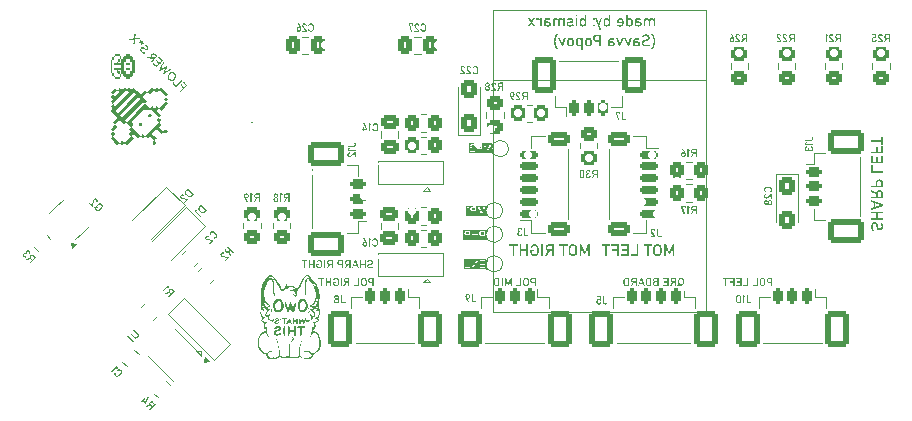
<source format=gbo>
G04 #@! TF.GenerationSoftware,KiCad,Pcbnew,9.0.0*
G04 #@! TF.CreationDate,2025-04-15T23:50:37+02:00*
G04 #@! TF.ProjectId,SUMEC_MK_V,53554d45-435f-44d4-9b5f-562e6b696361,v2.1.1*
G04 #@! TF.SameCoordinates,Original*
G04 #@! TF.FileFunction,Legend,Bot*
G04 #@! TF.FilePolarity,Positive*
%FSLAX46Y46*%
G04 Gerber Fmt 4.6, Leading zero omitted, Abs format (unit mm)*
G04 Created by KiCad (PCBNEW 9.0.0) date 2025-04-15 23:50:37*
%MOMM*%
%LPD*%
G01*
G04 APERTURE LIST*
G04 Aperture macros list*
%AMRoundRect*
0 Rectangle with rounded corners*
0 $1 Rounding radius*
0 $2 $3 $4 $5 $6 $7 $8 $9 X,Y pos of 4 corners*
0 Add a 4 corners polygon primitive as box body*
4,1,4,$2,$3,$4,$5,$6,$7,$8,$9,$2,$3,0*
0 Add four circle primitives for the rounded corners*
1,1,$1+$1,$2,$3*
1,1,$1+$1,$4,$5*
1,1,$1+$1,$6,$7*
1,1,$1+$1,$8,$9*
0 Add four rect primitives between the rounded corners*
20,1,$1+$1,$2,$3,$4,$5,0*
20,1,$1+$1,$4,$5,$6,$7,0*
20,1,$1+$1,$6,$7,$8,$9,0*
20,1,$1+$1,$8,$9,$2,$3,0*%
%AMRotRect*
0 Rectangle, with rotation*
0 The origin of the aperture is its center*
0 $1 length*
0 $2 width*
0 $3 Rotation angle, in degrees counterclockwise*
0 Add horizontal line*
21,1,$1,$2,0,0,$3*%
%AMFreePoly0*
4,1,6,1.000000,0.000000,0.500000,-0.750000,-0.500000,-0.750000,-0.500000,0.750000,0.500000,0.750000,1.000000,0.000000,1.000000,0.000000,$1*%
G04 Aperture macros list end*
%ADD10C,0.100000*%
%ADD11C,0.150000*%
%ADD12C,0.087500*%
%ADD13C,0.175000*%
%ADD14C,0.120000*%
%ADD15C,0.000000*%
%ADD16RoundRect,0.200000X-0.450000X0.200000X-0.450000X-0.200000X0.450000X-0.200000X0.450000X0.200000X0*%
%ADD17RoundRect,0.250001X-1.249999X0.799999X-1.249999X-0.799999X1.249999X-0.799999X1.249999X0.799999X0*%
%ADD18RoundRect,0.200000X0.450000X-0.200000X0.450000X0.200000X-0.450000X0.200000X-0.450000X-0.200000X0*%
%ADD19RoundRect,0.250001X1.249999X-0.799999X1.249999X0.799999X-1.249999X0.799999X-1.249999X-0.799999X0*%
%ADD20RoundRect,0.200000X0.200000X0.450000X-0.200000X0.450000X-0.200000X-0.450000X0.200000X-0.450000X0*%
%ADD21RoundRect,0.250001X0.799999X1.249999X-0.799999X1.249999X-0.799999X-1.249999X0.799999X-1.249999X0*%
%ADD22RoundRect,0.200000X-0.200000X-0.450000X0.200000X-0.450000X0.200000X0.450000X-0.200000X0.450000X0*%
%ADD23RoundRect,0.250001X-0.799999X-1.249999X0.799999X-1.249999X0.799999X1.249999X-0.799999X1.249999X0*%
%ADD24C,0.600000*%
%ADD25O,2.000000X0.900000*%
%ADD26O,1.700000X0.900000*%
%ADD27RoundRect,0.150000X0.625000X-0.150000X0.625000X0.150000X-0.625000X0.150000X-0.625000X-0.150000X0*%
%ADD28RoundRect,0.250000X0.650000X-0.350000X0.650000X0.350000X-0.650000X0.350000X-0.650000X-0.350000X0*%
%ADD29RoundRect,0.150000X-0.625000X0.150000X-0.625000X-0.150000X0.625000X-0.150000X0.625000X0.150000X0*%
%ADD30RoundRect,0.250000X-0.650000X0.350000X-0.650000X-0.350000X0.650000X-0.350000X0.650000X0.350000X0*%
%ADD31C,2.550000*%
%ADD32RotRect,2.550000X2.550000X225.000000*%
%ADD33C,1.508000*%
%ADD34R,1.700000X1.700000*%
%ADD35O,1.700000X1.700000*%
%ADD36RotRect,1.000000X1.000000X135.000000*%
%ADD37RoundRect,0.250000X0.353553X0.000000X0.000000X0.353553X-0.353553X0.000000X0.000000X-0.353553X0*%
%ADD38C,0.800000*%
%ADD39C,6.400000*%
%ADD40RoundRect,0.250000X-0.565685X-0.070711X-0.070711X-0.565685X0.565685X0.070711X0.070711X0.565685X0*%
%ADD41RoundRect,0.250001X-0.114905X0.768977X-0.768977X0.114905X0.114905X-0.768977X0.768977X-0.114905X0*%
%ADD42RoundRect,0.250000X0.425000X-0.537500X0.425000X0.537500X-0.425000X0.537500X-0.425000X-0.537500X0*%
%ADD43RoundRect,0.250000X0.475000X-0.337500X0.475000X0.337500X-0.475000X0.337500X-0.475000X-0.337500X0*%
%ADD44RoundRect,0.250000X0.450000X-0.350000X0.450000X0.350000X-0.450000X0.350000X-0.450000X-0.350000X0*%
%ADD45RoundRect,0.250000X-0.350000X-0.450000X0.350000X-0.450000X0.350000X0.450000X-0.350000X0.450000X0*%
%ADD46RoundRect,0.250000X-0.070711X0.565685X-0.565685X0.070711X0.070711X-0.565685X0.565685X-0.070711X0*%
%ADD47C,1.000000*%
%ADD48FreePoly0,180.000000*%
%ADD49FreePoly0,0.000000*%
%ADD50RoundRect,0.075000X0.512652X-0.406586X-0.406586X0.512652X-0.512652X0.406586X0.406586X-0.512652X0*%
%ADD51FreePoly0,135.000000*%
%ADD52FreePoly0,315.000000*%
%ADD53RoundRect,0.250000X-0.425000X0.537500X-0.425000X-0.537500X0.425000X-0.537500X0.425000X0.537500X0*%
%ADD54RoundRect,0.150000X-0.256326X-0.468458X0.468458X0.256326X0.256326X0.468458X-0.468458X-0.256326X0*%
%ADD55RoundRect,0.250000X0.337500X0.475000X-0.337500X0.475000X-0.337500X-0.475000X0.337500X-0.475000X0*%
%ADD56RoundRect,0.250000X0.070711X-0.565685X0.565685X-0.070711X-0.070711X0.565685X-0.565685X0.070711X0*%
%ADD57RoundRect,0.250000X-0.097227X0.574524X-0.574524X0.097227X0.097227X-0.574524X0.574524X-0.097227X0*%
%ADD58RoundRect,0.250000X-0.574524X-0.097227X-0.097227X-0.574524X0.574524X0.097227X0.097227X0.574524X0*%
%ADD59RoundRect,0.250000X0.350000X0.450000X-0.350000X0.450000X-0.350000X-0.450000X0.350000X-0.450000X0*%
%ADD60C,0.500000*%
%ADD61C,0.700000*%
G04 APERTURE END LIST*
D10*
X122040000Y-70420000D02*
X122100000Y-70420000D01*
X122100000Y-70505400D01*
X122040000Y-70505400D01*
X122040000Y-70420000D01*
X122050000Y-65870000D02*
X122110000Y-65870000D01*
X122110000Y-65955400D01*
X122050000Y-65955400D01*
X122050000Y-65870000D01*
X122040000Y-68587300D02*
X122150000Y-68587300D01*
X122150000Y-68672700D01*
X122040000Y-68672700D01*
X122040000Y-68587300D01*
X122040000Y-71087300D02*
X122150000Y-71087300D01*
X122150000Y-71172700D01*
X122040000Y-71172700D01*
X122040000Y-71087300D01*
D11*
X102250000Y-58750000D02*
X102250000Y-58750000D01*
D10*
X122550000Y-60600000D02*
X122610000Y-60600000D01*
X122610000Y-60685400D01*
X122550000Y-60685400D01*
X122550000Y-60600000D01*
X122550000Y-61267300D02*
X122615333Y-61267300D01*
X122615333Y-61352700D01*
X122550000Y-61352700D01*
X122550000Y-61267300D01*
X122050000Y-66537300D02*
X122115333Y-66537300D01*
X122115333Y-66622700D01*
X122050000Y-66622700D01*
X122050000Y-66537300D01*
X122040000Y-67920000D02*
X122100000Y-67920000D01*
X122100000Y-68005400D01*
X122040000Y-68005400D01*
X122040000Y-67920000D01*
D11*
G36*
X146246757Y-72360183D02*
G01*
X146246757Y-72267175D01*
X146024368Y-72267175D01*
X145993985Y-72263377D01*
X145968821Y-72252513D01*
X145947645Y-72234477D01*
X145931938Y-72211137D01*
X145922175Y-72182960D01*
X145918709Y-72148650D01*
X145922197Y-72113707D01*
X145931979Y-72085257D01*
X145947645Y-72061926D01*
X145968824Y-72043865D01*
X145993988Y-72032987D01*
X146024368Y-72029185D01*
X146246757Y-72029185D01*
X146246757Y-71936177D01*
X146027745Y-71936177D01*
X145986349Y-71939291D01*
X145949966Y-71948223D01*
X145917768Y-71962635D01*
X145888792Y-71982635D01*
X145864615Y-72007180D01*
X145844850Y-72036708D01*
X145830668Y-72069389D01*
X145821854Y-72106423D01*
X145818777Y-72148650D01*
X145821846Y-72190561D01*
X145830652Y-72227463D01*
X145844850Y-72260166D01*
X145864621Y-72289652D01*
X145888796Y-72314109D01*
X145917768Y-72333982D01*
X145949951Y-72348250D01*
X145986335Y-72357098D01*
X146027745Y-72360183D01*
X146246757Y-72360183D01*
G37*
G36*
X146296937Y-72631000D02*
G01*
X146296937Y-71936177D01*
X146199399Y-71936177D01*
X146199399Y-72631000D01*
X146296937Y-72631000D01*
G37*
G36*
X145514736Y-71932382D02*
G01*
X145557302Y-71943101D01*
X145595148Y-71960455D01*
X145629017Y-71984490D01*
X145657330Y-72014115D01*
X145680505Y-72049915D01*
X145697001Y-72089415D01*
X145707267Y-72134140D01*
X145710852Y-72185067D01*
X145710852Y-72382110D01*
X145707279Y-72432720D01*
X145697024Y-72477389D01*
X145680505Y-72517048D01*
X145657317Y-72552984D01*
X145629002Y-72582676D01*
X145595148Y-72606722D01*
X145557302Y-72624076D01*
X145514736Y-72634795D01*
X145466493Y-72638522D01*
X145418250Y-72634794D01*
X145375700Y-72624074D01*
X145337881Y-72606722D01*
X145304003Y-72582672D01*
X145275689Y-72552979D01*
X145252524Y-72517048D01*
X145235981Y-72477386D01*
X145225712Y-72432718D01*
X145222134Y-72382110D01*
X145222134Y-72185067D01*
X145222363Y-72181819D01*
X145322066Y-72181819D01*
X145322066Y-72385358D01*
X145326792Y-72431000D01*
X145340092Y-72468317D01*
X145361518Y-72499096D01*
X145390278Y-72522723D01*
X145424702Y-72537060D01*
X145466493Y-72542095D01*
X145507978Y-72537078D01*
X145542349Y-72522756D01*
X145571255Y-72499096D01*
X145592804Y-72468301D01*
X145606172Y-72430984D01*
X145610920Y-72385358D01*
X145610920Y-72181819D01*
X145606156Y-72135881D01*
X145592774Y-72098514D01*
X145571255Y-72067867D01*
X145542365Y-72044334D01*
X145507993Y-72030078D01*
X145466493Y-72025082D01*
X145424686Y-72030096D01*
X145390262Y-72044367D01*
X145361518Y-72067867D01*
X145340123Y-72098498D01*
X145326808Y-72135865D01*
X145322066Y-72181819D01*
X145222363Y-72181819D01*
X145225724Y-72134143D01*
X145236004Y-72089417D01*
X145252524Y-72049915D01*
X145275676Y-72014120D01*
X145303988Y-71984494D01*
X145337881Y-71960455D01*
X145375700Y-71943102D01*
X145418250Y-71932383D01*
X145466493Y-71928655D01*
X145514736Y-71932382D01*
G37*
G36*
X145073476Y-72631000D02*
G01*
X145073476Y-71936177D01*
X144975937Y-71936177D01*
X144975937Y-72631000D01*
X145073476Y-72631000D01*
G37*
G36*
X145024707Y-72631000D02*
G01*
X145024707Y-72537992D01*
X144626859Y-72537992D01*
X144626859Y-72631000D01*
X145024707Y-72631000D01*
G37*
G36*
X144249400Y-72631000D02*
G01*
X144249400Y-71936177D01*
X144151862Y-71936177D01*
X144151862Y-72631000D01*
X144249400Y-72631000D01*
G37*
G36*
X144200631Y-72631000D02*
G01*
X144200631Y-72537992D01*
X143802784Y-72537992D01*
X143802784Y-72631000D01*
X144200631Y-72631000D01*
G37*
G36*
X143687935Y-72631000D02*
G01*
X143687935Y-71936177D01*
X143590397Y-71936177D01*
X143590397Y-72631000D01*
X143687935Y-72631000D01*
G37*
G36*
X143640619Y-72631000D02*
G01*
X143640619Y-72537992D01*
X143241319Y-72537992D01*
X143241319Y-72631000D01*
X143640619Y-72631000D01*
G37*
G36*
X143640619Y-72332828D02*
G01*
X143640619Y-72239820D01*
X143293935Y-72239820D01*
X143293935Y-72332828D01*
X143640619Y-72332828D01*
G37*
G36*
X143640619Y-72029185D02*
G01*
X143640619Y-71936177D01*
X143241319Y-71936177D01*
X143241319Y-72029185D01*
X143640619Y-72029185D01*
G37*
G36*
X143102534Y-72631000D02*
G01*
X143102534Y-71936177D01*
X143004995Y-71936177D01*
X143004995Y-72631000D01*
X143102534Y-72631000D01*
G37*
G36*
X143054705Y-72338299D02*
G01*
X143054705Y-72245291D01*
X142717595Y-72245291D01*
X142717595Y-72338299D01*
X143054705Y-72338299D01*
G37*
G36*
X143054705Y-72029185D02*
G01*
X143054705Y-71936177D01*
X142665022Y-71936177D01*
X142665022Y-72029185D01*
X143054705Y-72029185D01*
G37*
G36*
X142401215Y-72631000D02*
G01*
X142401215Y-71993239D01*
X142303634Y-71993239D01*
X142303634Y-72631000D01*
X142401215Y-72631000D01*
G37*
G36*
X142597745Y-72029185D02*
G01*
X142597745Y-71936177D01*
X142107104Y-71936177D01*
X142107104Y-72029185D01*
X142597745Y-72029185D01*
G37*
D12*
G36*
X122058093Y-71218278D02*
G01*
X120184588Y-71218278D01*
X120184588Y-71047492D01*
X120262366Y-71047492D01*
X120262366Y-71140500D01*
X120611444Y-71140500D01*
X120660213Y-71140500D01*
X120708982Y-71140500D01*
X120881363Y-71140500D01*
X120970780Y-71140500D01*
X121298316Y-70629086D01*
X121298316Y-71140500D01*
X121394914Y-71140500D01*
X121394914Y-70538685D01*
X121533699Y-70538685D01*
X121882777Y-70538685D01*
X121882777Y-70749320D01*
X121586315Y-70749320D01*
X121586315Y-70842328D01*
X121882777Y-70842328D01*
X121882777Y-71047492D01*
X121533699Y-71047492D01*
X121533699Y-71140500D01*
X121882777Y-71140500D01*
X121932999Y-71140500D01*
X121980315Y-71140500D01*
X121980315Y-70445677D01*
X121932999Y-70445677D01*
X121533699Y-70445677D01*
X121533699Y-70538685D01*
X121394914Y-70538685D01*
X121394914Y-70445677D01*
X121306480Y-70445677D01*
X120977961Y-70964988D01*
X120977961Y-70445677D01*
X120881363Y-70445677D01*
X120881363Y-71140500D01*
X120708982Y-71140500D01*
X120708982Y-70445677D01*
X120611444Y-70445677D01*
X120611444Y-71047492D01*
X120262366Y-71047492D01*
X120184588Y-71047492D01*
X120184588Y-70367899D01*
X122058093Y-70367899D01*
X122058093Y-71218278D01*
G37*
D11*
G36*
X135543606Y-50650000D02*
G01*
X135543606Y-50221475D01*
X135548390Y-50172974D01*
X135561556Y-50135184D01*
X135582257Y-50105704D01*
X135610458Y-50083607D01*
X135646240Y-50069777D01*
X135691861Y-50064794D01*
X135733410Y-50069538D01*
X135766218Y-50082777D01*
X135792306Y-50104117D01*
X135811228Y-50132363D01*
X135823356Y-50168826D01*
X135827782Y-50215858D01*
X135855809Y-50079204D01*
X135829949Y-50034378D01*
X135800375Y-49998405D01*
X135767027Y-49970150D01*
X135729130Y-49948838D01*
X135689100Y-49936192D01*
X135646127Y-49931926D01*
X135589426Y-49937056D01*
X135541838Y-49951571D01*
X135501592Y-49974858D01*
X135467463Y-50007274D01*
X135441198Y-50046232D01*
X135421490Y-50093553D01*
X135408819Y-50150915D01*
X135404265Y-50220376D01*
X135404265Y-50650000D01*
X135543606Y-50650000D01*
G37*
G36*
X136390701Y-50650000D02*
G01*
X136390701Y-49942672D01*
X136251360Y-49942672D01*
X136251360Y-50650000D01*
X136390701Y-50650000D01*
G37*
G36*
X135967184Y-50650000D02*
G01*
X135967184Y-50221475D01*
X135971779Y-50172830D01*
X135984380Y-50135044D01*
X136004064Y-50105704D01*
X136031153Y-50083513D01*
X136065290Y-50069735D01*
X136108600Y-50064794D01*
X136152733Y-50069231D01*
X136187178Y-50081465D01*
X136214113Y-50100758D01*
X136234218Y-50126921D01*
X136246819Y-50160062D01*
X136251360Y-50202241D01*
X136265710Y-50065587D01*
X136240983Y-50025249D01*
X136212453Y-49992597D01*
X136179980Y-49966730D01*
X136143402Y-49947382D01*
X136104589Y-49935834D01*
X136062805Y-49931926D01*
X136007935Y-49937024D01*
X135961775Y-49951476D01*
X135922608Y-49974743D01*
X135889270Y-50007274D01*
X135863774Y-50046120D01*
X135844588Y-50093397D01*
X135832229Y-50150798D01*
X135827782Y-50220376D01*
X135827782Y-50650000D01*
X135967184Y-50650000D01*
G37*
G36*
X134791643Y-50650000D02*
G01*
X134791643Y-50201570D01*
X134796216Y-50156649D01*
X134808863Y-50121361D01*
X134828890Y-50093553D01*
X134856028Y-50072771D01*
X134890479Y-50059729D01*
X134934403Y-50055024D01*
X134975744Y-50058168D01*
X135016774Y-50067663D01*
X135055521Y-50083260D01*
X135089497Y-50104239D01*
X135191285Y-50034508D01*
X135162153Y-50005031D01*
X135127027Y-49979869D01*
X135085101Y-49958975D01*
X135016594Y-49938896D01*
X134938494Y-49931926D01*
X134871881Y-49936801D01*
X134816552Y-49950440D01*
X134770521Y-49971861D01*
X134732231Y-50000802D01*
X134701160Y-50037417D01*
X134678498Y-50080999D01*
X134664218Y-50132950D01*
X134659141Y-50195158D01*
X134659141Y-50650000D01*
X134791643Y-50650000D01*
G37*
G36*
X134965177Y-50660746D02*
G01*
X135031660Y-50656728D01*
X135084927Y-50645721D01*
X135127344Y-50628930D01*
X135160877Y-50607013D01*
X135188390Y-50577974D01*
X135208581Y-50541960D01*
X135221453Y-50497464D01*
X135226090Y-50442393D01*
X135221829Y-50389868D01*
X135210001Y-50347318D01*
X135191488Y-50312811D01*
X135166372Y-50284918D01*
X135123423Y-50257565D01*
X135065199Y-50239550D01*
X134987037Y-50232833D01*
X134785476Y-50232833D01*
X134775950Y-50345184D01*
X134986366Y-50345184D01*
X135021571Y-50348261D01*
X135047983Y-50356543D01*
X135067637Y-50369181D01*
X135082220Y-50386984D01*
X135091516Y-50410805D01*
X135094931Y-50442576D01*
X135090564Y-50476343D01*
X135078445Y-50502058D01*
X135058722Y-50521711D01*
X135033194Y-50535030D01*
X134997969Y-50544023D01*
X134950157Y-50547418D01*
X134876080Y-50542426D01*
X134831271Y-50530321D01*
X134808443Y-50516064D01*
X134795875Y-50498640D01*
X134791643Y-50477015D01*
X134777294Y-50577276D01*
X134798049Y-50603330D01*
X134823089Y-50624110D01*
X134851977Y-50639966D01*
X134885615Y-50651587D01*
X134922066Y-50658337D01*
X134965177Y-50660746D01*
G37*
G36*
X134044443Y-50650000D02*
G01*
X134044443Y-49657397D01*
X133905102Y-49657397D01*
X133905102Y-50650000D01*
X134044443Y-50650000D01*
G37*
G36*
X134222740Y-50660746D02*
G01*
X134280583Y-50655611D01*
X134328976Y-50641115D01*
X134369739Y-50617927D01*
X134404152Y-50585764D01*
X134430755Y-50546924D01*
X134450664Y-50499900D01*
X134463437Y-50443055D01*
X134468021Y-50374371D01*
X134468021Y-50218972D01*
X134463512Y-50149824D01*
X134450969Y-50092733D01*
X134431468Y-50045652D01*
X134405495Y-50006908D01*
X134371697Y-49974587D01*
X134331988Y-49951420D01*
X134285188Y-49937011D01*
X134229579Y-49931926D01*
X134188625Y-49935593D01*
X134150482Y-49946424D01*
X134114480Y-49964532D01*
X134082239Y-49988842D01*
X134054182Y-50019140D01*
X134030094Y-50056123D01*
X134044443Y-50199982D01*
X134048782Y-50157611D01*
X134060868Y-50123778D01*
X134080954Y-50095784D01*
X134108312Y-50075479D01*
X134141620Y-50063317D01*
X134183845Y-50058932D01*
X134227950Y-50064054D01*
X134262880Y-50078380D01*
X134290762Y-50101552D01*
X134310989Y-50132095D01*
X134323916Y-50171185D01*
X134328620Y-50221231D01*
X134328620Y-50374127D01*
X134323904Y-50423744D01*
X134310973Y-50462264D01*
X134290762Y-50492158D01*
X134262961Y-50514718D01*
X134228034Y-50528722D01*
X134183845Y-50533740D01*
X134141665Y-50529187D01*
X134108312Y-50516521D01*
X134080972Y-50495579D01*
X134060868Y-50466939D01*
X134048779Y-50432393D01*
X134044443Y-50389331D01*
X134034918Y-50537953D01*
X134060301Y-50582146D01*
X134100863Y-50623133D01*
X134133922Y-50643456D01*
X134173956Y-50656203D01*
X134222740Y-50660746D01*
G37*
G36*
X133402939Y-50660746D02*
G01*
X133476698Y-50654968D01*
X133538154Y-50638753D01*
X133589535Y-50613126D01*
X133632527Y-50578192D01*
X133666750Y-50534702D01*
X133692004Y-50482361D01*
X133708060Y-50419374D01*
X133713799Y-50343414D01*
X133713799Y-50263607D01*
X133708221Y-50184153D01*
X133692653Y-50118339D01*
X133668301Y-50063795D01*
X133635580Y-50018632D01*
X133593757Y-49981586D01*
X133544227Y-49954736D01*
X133485446Y-49937896D01*
X133415273Y-49931926D01*
X133350259Y-49938466D01*
X133295297Y-49957106D01*
X133248306Y-49987414D01*
X133207972Y-50030355D01*
X133177658Y-50080678D01*
X133154702Y-50141973D01*
X133139862Y-50216402D01*
X133134516Y-50306533D01*
X133134516Y-50353000D01*
X133612683Y-50353000D01*
X133612683Y-50240648D01*
X133267018Y-50240648D01*
X133275433Y-50184588D01*
X133290656Y-50140622D01*
X133311775Y-50106376D01*
X133340406Y-50079489D01*
X133374330Y-50063508D01*
X133415273Y-50057955D01*
X133465224Y-50064094D01*
X133505190Y-50081399D01*
X133537517Y-50109734D01*
X133560749Y-50146642D01*
X133575745Y-50194431D01*
X133581236Y-50256158D01*
X133581236Y-50346039D01*
X133575452Y-50402788D01*
X133559540Y-50446779D01*
X133534464Y-50480922D01*
X133500518Y-50506232D01*
X133457553Y-50522140D01*
X133402939Y-50527878D01*
X133361095Y-50523740D01*
X133318981Y-50511086D01*
X133279466Y-50490866D01*
X133244487Y-50464009D01*
X133152957Y-50555233D01*
X133208946Y-50600023D01*
X133271109Y-50633208D01*
X133337427Y-50653980D01*
X133402939Y-50660746D01*
G37*
G36*
X132250174Y-50660746D02*
G01*
X132293402Y-50657057D01*
X132331581Y-50646412D01*
X132365640Y-50629056D01*
X132395321Y-50605168D01*
X132419335Y-50575501D01*
X132437997Y-50539235D01*
X132428471Y-50391163D01*
X132424128Y-50434545D01*
X132412107Y-50468771D01*
X132391979Y-50497021D01*
X132364602Y-50517742D01*
X132331266Y-50530225D01*
X132289070Y-50534717D01*
X132244946Y-50529669D01*
X132210037Y-50515573D01*
X132182213Y-50492829D01*
X132161948Y-50462746D01*
X132149005Y-50424167D01*
X132144295Y-50374677D01*
X132144295Y-50221414D01*
X132149012Y-50170954D01*
X132161967Y-50131589D01*
X132182213Y-50100881D01*
X132210118Y-50077525D01*
X132245029Y-50063106D01*
X132289070Y-50057955D01*
X132331307Y-50062295D01*
X132364602Y-50074319D01*
X132391995Y-50094355D01*
X132412107Y-50121946D01*
X132424126Y-50155451D01*
X132428471Y-50198089D01*
X132442821Y-50061618D01*
X132418627Y-50022577D01*
X132390670Y-49990905D01*
X132358801Y-49965753D01*
X132322912Y-49946974D01*
X132284665Y-49935737D01*
X132243335Y-49931926D01*
X132187387Y-49937052D01*
X132140451Y-49951558D01*
X132100763Y-49974854D01*
X132067114Y-50007336D01*
X132041289Y-50046258D01*
X132021879Y-50093584D01*
X132009386Y-50150999D01*
X132004893Y-50220560D01*
X132004893Y-50374799D01*
X132009490Y-50443115D01*
X132022314Y-50499779D01*
X132042333Y-50546774D01*
X132069129Y-50585703D01*
X132103722Y-50617941D01*
X132144512Y-50641146D01*
X132192738Y-50655626D01*
X132250174Y-50660746D01*
G37*
G36*
X132567812Y-50650000D02*
G01*
X132567812Y-49657397D01*
X132428471Y-49657397D01*
X132428471Y-50650000D01*
X132567812Y-50650000D01*
G37*
G36*
X131423534Y-49942672D02*
G01*
X131281446Y-49942672D01*
X131583391Y-50809673D01*
X131604095Y-50855361D01*
X131628504Y-50887991D01*
X131656481Y-50910179D01*
X131689597Y-50924914D01*
X131732509Y-50934666D01*
X131787639Y-50938267D01*
X131815666Y-50938267D01*
X131815666Y-50804422D01*
X131787639Y-50804422D01*
X131751384Y-50800178D01*
X131725846Y-50788852D01*
X131705472Y-50769166D01*
X131685851Y-50735484D01*
X131423534Y-49942672D01*
G37*
G36*
X131626439Y-50702756D02*
G01*
X131909272Y-49942672D01*
X131767184Y-49942672D01*
X131549258Y-50553157D01*
X131626439Y-50702756D01*
G37*
G36*
X131264043Y-50650000D02*
G01*
X131264043Y-50503454D01*
X131117803Y-50503454D01*
X131117803Y-50650000D01*
X131264043Y-50650000D01*
G37*
G36*
X131264043Y-50079448D02*
G01*
X131264043Y-49932903D01*
X131117803Y-49932903D01*
X131117803Y-50079448D01*
X131264043Y-50079448D01*
G37*
G36*
X130230774Y-50660746D02*
G01*
X130274002Y-50657057D01*
X130312181Y-50646412D01*
X130346240Y-50629056D01*
X130375921Y-50605168D01*
X130399935Y-50575501D01*
X130418597Y-50539235D01*
X130409071Y-50391163D01*
X130404728Y-50434545D01*
X130392707Y-50468771D01*
X130372579Y-50497021D01*
X130345202Y-50517742D01*
X130311866Y-50530225D01*
X130269670Y-50534717D01*
X130225546Y-50529669D01*
X130190637Y-50515573D01*
X130162814Y-50492829D01*
X130142548Y-50462746D01*
X130129605Y-50424167D01*
X130124895Y-50374677D01*
X130124895Y-50221414D01*
X130129612Y-50170954D01*
X130142567Y-50131589D01*
X130162814Y-50100881D01*
X130190718Y-50077525D01*
X130225629Y-50063106D01*
X130269670Y-50057955D01*
X130311907Y-50062295D01*
X130345202Y-50074319D01*
X130372595Y-50094355D01*
X130392707Y-50121946D01*
X130404726Y-50155451D01*
X130409071Y-50198089D01*
X130423421Y-50061618D01*
X130399227Y-50022577D01*
X130371270Y-49990905D01*
X130339401Y-49965753D01*
X130303512Y-49946974D01*
X130265266Y-49935737D01*
X130223935Y-49931926D01*
X130167987Y-49937052D01*
X130121051Y-49951558D01*
X130081364Y-49974854D01*
X130047714Y-50007336D01*
X130021889Y-50046258D01*
X130002479Y-50093584D01*
X129989986Y-50150999D01*
X129985493Y-50220560D01*
X129985493Y-50374799D01*
X129990091Y-50443115D01*
X130002914Y-50499779D01*
X130022933Y-50546774D01*
X130049729Y-50585703D01*
X130084322Y-50617941D01*
X130125112Y-50641146D01*
X130173338Y-50655626D01*
X130230774Y-50660746D01*
G37*
G36*
X130548412Y-50650000D02*
G01*
X130548412Y-49657397D01*
X130409071Y-49657397D01*
X130409071Y-50650000D01*
X130548412Y-50650000D01*
G37*
G36*
X129787351Y-49798080D02*
G01*
X129787351Y-49657397D01*
X129648011Y-49657397D01*
X129648011Y-49798080D01*
X129787351Y-49798080D01*
G37*
G36*
X129787351Y-50650000D02*
G01*
X129787351Y-49942672D01*
X129648011Y-49942672D01*
X129648011Y-50650000D01*
X129787351Y-50650000D01*
G37*
G36*
X129185903Y-50660746D02*
G01*
X129277352Y-50653583D01*
X129357056Y-50633086D01*
X129406504Y-50611571D01*
X129452259Y-50584013D01*
X129494687Y-50550165D01*
X129412011Y-50448499D01*
X129353029Y-50487410D01*
X129297583Y-50513895D01*
X129240881Y-50530361D01*
X129185903Y-50535694D01*
X129130950Y-50532278D01*
X129090752Y-50523290D01*
X129061950Y-50510170D01*
X129038967Y-50490256D01*
X129025382Y-50465255D01*
X129020612Y-50433478D01*
X129023991Y-50408655D01*
X129033246Y-50390595D01*
X129048272Y-50377547D01*
X129078624Y-50364438D01*
X129120690Y-50356053D01*
X129216678Y-50347505D01*
X129302041Y-50336941D01*
X129342927Y-50326720D01*
X129379282Y-50310990D01*
X129410357Y-50287959D01*
X129434909Y-50255425D01*
X129449990Y-50214706D01*
X129455730Y-50156446D01*
X129450887Y-50100757D01*
X129437372Y-50055364D01*
X129416028Y-50018230D01*
X129386732Y-49987918D01*
X129351296Y-49965062D01*
X129306632Y-49947563D01*
X129250721Y-49936104D01*
X129181140Y-49931926D01*
X129099722Y-49937703D01*
X129026107Y-49954457D01*
X128956888Y-49982797D01*
X128891468Y-50023394D01*
X128975488Y-50125061D01*
X129029372Y-50094805D01*
X129080390Y-50074014D01*
X129131950Y-50061135D01*
X129181140Y-50056978D01*
X129228155Y-50060184D01*
X129262721Y-50068660D01*
X129287691Y-50081158D01*
X129307244Y-50099707D01*
X129319038Y-50123334D01*
X129323229Y-50153698D01*
X129316860Y-50181683D01*
X129298621Y-50199799D01*
X129271608Y-50210878D01*
X129233714Y-50217873D01*
X129146946Y-50225383D01*
X129057126Y-50235275D01*
X129013203Y-50245860D01*
X128973473Y-50262936D01*
X128939217Y-50288082D01*
X128911985Y-50323630D01*
X128895216Y-50368312D01*
X128888782Y-50433478D01*
X128893924Y-50489550D01*
X128908321Y-50535423D01*
X128931210Y-50573155D01*
X128962909Y-50604143D01*
X129000682Y-50627063D01*
X129048827Y-50644780D01*
X129109656Y-50656466D01*
X129185903Y-50660746D01*
G37*
G36*
X127863633Y-50650000D02*
G01*
X127863633Y-50221475D01*
X127868418Y-50172974D01*
X127881584Y-50135184D01*
X127902285Y-50105704D01*
X127930486Y-50083607D01*
X127966268Y-50069777D01*
X128011889Y-50064794D01*
X128053438Y-50069538D01*
X128086246Y-50082777D01*
X128112334Y-50104117D01*
X128131256Y-50132363D01*
X128143383Y-50168826D01*
X128147810Y-50215858D01*
X128175837Y-50079204D01*
X128149977Y-50034378D01*
X128120403Y-49998405D01*
X128087055Y-49970150D01*
X128049158Y-49948838D01*
X128009128Y-49936192D01*
X127966154Y-49931926D01*
X127909454Y-49937056D01*
X127861866Y-49951571D01*
X127821620Y-49974858D01*
X127787491Y-50007274D01*
X127761226Y-50046232D01*
X127741518Y-50093553D01*
X127728847Y-50150915D01*
X127724293Y-50220376D01*
X127724293Y-50650000D01*
X127863633Y-50650000D01*
G37*
G36*
X128710729Y-50650000D02*
G01*
X128710729Y-49942672D01*
X128571388Y-49942672D01*
X128571388Y-50650000D01*
X128710729Y-50650000D01*
G37*
G36*
X128287212Y-50650000D02*
G01*
X128287212Y-50221475D01*
X128291807Y-50172830D01*
X128304408Y-50135044D01*
X128324092Y-50105704D01*
X128351181Y-50083513D01*
X128385318Y-50069735D01*
X128428628Y-50064794D01*
X128472760Y-50069231D01*
X128507205Y-50081465D01*
X128534141Y-50100758D01*
X128554246Y-50126921D01*
X128566847Y-50160062D01*
X128571388Y-50202241D01*
X128585737Y-50065587D01*
X128561011Y-50025249D01*
X128532481Y-49992597D01*
X128500008Y-49966730D01*
X128463430Y-49947382D01*
X128424617Y-49935834D01*
X128382833Y-49931926D01*
X128327963Y-49937024D01*
X128281803Y-49951476D01*
X128242636Y-49974743D01*
X128209298Y-50007274D01*
X128183802Y-50046120D01*
X128164616Y-50093397D01*
X128152257Y-50150798D01*
X128147810Y-50220376D01*
X128147810Y-50650000D01*
X128287212Y-50650000D01*
G37*
G36*
X127111671Y-50650000D02*
G01*
X127111671Y-50201570D01*
X127116243Y-50156649D01*
X127128891Y-50121361D01*
X127148918Y-50093553D01*
X127176056Y-50072771D01*
X127210507Y-50059729D01*
X127254431Y-50055024D01*
X127295772Y-50058168D01*
X127336802Y-50067663D01*
X127375549Y-50083260D01*
X127409525Y-50104239D01*
X127511313Y-50034508D01*
X127482181Y-50005031D01*
X127447055Y-49979869D01*
X127405129Y-49958975D01*
X127336622Y-49938896D01*
X127258522Y-49931926D01*
X127191909Y-49936801D01*
X127136580Y-49950440D01*
X127090549Y-49971861D01*
X127052259Y-50000802D01*
X127021188Y-50037417D01*
X126998526Y-50080999D01*
X126984246Y-50132950D01*
X126979169Y-50195158D01*
X126979169Y-50650000D01*
X127111671Y-50650000D01*
G37*
G36*
X127285205Y-50660746D02*
G01*
X127351688Y-50656728D01*
X127404955Y-50645721D01*
X127447372Y-50628930D01*
X127480905Y-50607013D01*
X127508418Y-50577974D01*
X127528609Y-50541960D01*
X127541481Y-50497464D01*
X127546118Y-50442393D01*
X127541857Y-50389868D01*
X127530029Y-50347318D01*
X127511516Y-50312811D01*
X127486400Y-50284918D01*
X127443451Y-50257565D01*
X127385227Y-50239550D01*
X127307065Y-50232833D01*
X127105504Y-50232833D01*
X127095978Y-50345184D01*
X127306393Y-50345184D01*
X127341599Y-50348261D01*
X127368011Y-50356543D01*
X127387665Y-50369181D01*
X127402248Y-50386984D01*
X127411544Y-50410805D01*
X127414959Y-50442576D01*
X127410592Y-50476343D01*
X127398473Y-50502058D01*
X127378750Y-50521711D01*
X127353221Y-50535030D01*
X127317997Y-50544023D01*
X127270184Y-50547418D01*
X127196108Y-50542426D01*
X127151299Y-50530321D01*
X127128471Y-50516064D01*
X127115903Y-50498640D01*
X127111671Y-50477015D01*
X127097322Y-50577276D01*
X127118077Y-50603330D01*
X127143117Y-50624110D01*
X127172005Y-50639966D01*
X127205643Y-50651587D01*
X127242094Y-50658337D01*
X127285205Y-50660746D01*
G37*
G36*
X126767533Y-50650000D02*
G01*
X126767533Y-49942672D01*
X126628192Y-49942672D01*
X126628192Y-50650000D01*
X126767533Y-50650000D01*
G37*
G36*
X126377477Y-50110528D02*
G01*
X126398197Y-50090815D01*
X126423944Y-50076395D01*
X126453333Y-50067840D01*
X126488790Y-50064794D01*
X126531559Y-50069235D01*
X126565167Y-50081534D01*
X126591678Y-50101064D01*
X126611400Y-50127378D01*
X126623751Y-50160450D01*
X126628192Y-50202241D01*
X126642541Y-50065587D01*
X126618364Y-50026082D01*
X126590284Y-49993613D01*
X126558155Y-49967402D01*
X126521983Y-49947628D01*
X126483862Y-49935886D01*
X126443056Y-49931926D01*
X126396055Y-49935570D01*
X126355312Y-49945969D01*
X126318316Y-49963454D01*
X126286618Y-49987430D01*
X126377477Y-50110528D01*
G37*
G36*
X125755268Y-50650000D02*
G01*
X125967027Y-50328393D01*
X126228000Y-49942672D01*
X126072906Y-49942672D01*
X125869330Y-50259516D01*
X125600907Y-50650000D01*
X125755268Y-50650000D01*
G37*
G36*
X126238930Y-50650000D02*
G01*
X125971118Y-50259516D01*
X125904195Y-50387622D01*
X126084508Y-50650000D01*
X126238930Y-50650000D01*
G37*
G36*
X125863224Y-50324302D02*
G01*
X125921964Y-50193449D01*
X125766870Y-49942672D01*
X125611837Y-49942672D01*
X125863224Y-50324302D01*
G37*
G36*
X136134551Y-52544933D02*
G01*
X136209200Y-52452959D01*
X136269648Y-52354706D01*
X136316573Y-52249460D01*
X136349639Y-52138848D01*
X136370015Y-52018929D01*
X136377023Y-51888408D01*
X136370015Y-51757888D01*
X136349639Y-51637969D01*
X136316573Y-51527356D01*
X136269648Y-51422111D01*
X136209200Y-51323858D01*
X136134551Y-51231884D01*
X136038869Y-51318651D01*
X136102167Y-51398612D01*
X136153464Y-51484033D01*
X136193292Y-51575533D01*
X136221316Y-51671518D01*
X136238584Y-51775449D01*
X136244521Y-51888408D01*
X136238584Y-52001368D01*
X136221316Y-52105299D01*
X136193292Y-52201284D01*
X136153489Y-52292810D01*
X136102196Y-52378460D01*
X136038869Y-52458838D01*
X136134551Y-52544933D01*
G37*
G36*
X135603689Y-52340746D02*
G01*
X135674844Y-52337238D01*
X135739977Y-52327069D01*
X135802175Y-52309859D01*
X135859534Y-52286097D01*
X135913277Y-52255431D01*
X135963703Y-52217770D01*
X135876936Y-52111158D01*
X135817101Y-52154479D01*
X135751945Y-52185163D01*
X135681584Y-52203520D01*
X135603689Y-52209832D01*
X135532605Y-52204652D01*
X135477993Y-52190659D01*
X135436383Y-52169471D01*
X135403147Y-52138695D01*
X135383662Y-52101719D01*
X135376910Y-52056448D01*
X135376910Y-52055776D01*
X135380642Y-52019137D01*
X135390890Y-51990854D01*
X135407013Y-51969009D01*
X135440854Y-51943328D01*
X135485903Y-51924312D01*
X135592759Y-51900010D01*
X135705844Y-51877479D01*
X135760933Y-51860668D01*
X135810685Y-51836812D01*
X135853459Y-51803408D01*
X135887561Y-51757189D01*
X135902847Y-51721340D01*
X135912886Y-51675843D01*
X135916564Y-51618459D01*
X135916564Y-51617787D01*
X135910313Y-51549778D01*
X135892601Y-51492587D01*
X135864120Y-51444095D01*
X135824363Y-51402854D01*
X135776761Y-51371206D01*
X135718947Y-51347436D01*
X135648878Y-51332146D01*
X135564061Y-51326650D01*
X135485077Y-51333047D01*
X135407623Y-51352295D01*
X135333099Y-51384146D01*
X135258757Y-51430514D01*
X135337953Y-51541217D01*
X135395776Y-51503538D01*
X135451038Y-51478142D01*
X135507865Y-51462637D01*
X135564061Y-51457564D01*
X135630911Y-51462748D01*
X135682553Y-51476817D01*
X135722208Y-51498292D01*
X135753419Y-51529070D01*
X135772038Y-51566768D01*
X135778567Y-51613635D01*
X135778567Y-51614368D01*
X135774557Y-51650312D01*
X135763470Y-51678153D01*
X135745778Y-51699792D01*
X135709133Y-51724727D01*
X135660048Y-51743206D01*
X135546353Y-51769462D01*
X135437055Y-51795779D01*
X135384506Y-51814753D01*
X135337648Y-51840232D01*
X135297651Y-51874272D01*
X135265901Y-51919794D01*
X135251618Y-51954564D01*
X135242302Y-51997902D01*
X135238913Y-52051685D01*
X135238913Y-52053028D01*
X135245345Y-52120088D01*
X135263612Y-52176571D01*
X135293124Y-52224601D01*
X135334595Y-52265580D01*
X135383719Y-52296698D01*
X135443466Y-52320167D01*
X135515943Y-52335300D01*
X135603689Y-52340746D01*
G37*
G36*
X134653890Y-52330000D02*
G01*
X134653890Y-51881570D01*
X134658463Y-51836649D01*
X134671110Y-51801361D01*
X134691137Y-51773553D01*
X134718275Y-51752771D01*
X134752726Y-51739729D01*
X134796650Y-51735024D01*
X134837991Y-51738168D01*
X134879021Y-51747663D01*
X134917768Y-51763260D01*
X134951744Y-51784239D01*
X135053532Y-51714508D01*
X135024400Y-51685031D01*
X134989274Y-51659869D01*
X134947348Y-51638975D01*
X134878841Y-51618896D01*
X134800741Y-51611926D01*
X134734128Y-51616801D01*
X134678799Y-51630440D01*
X134632768Y-51651861D01*
X134594478Y-51680802D01*
X134563407Y-51717417D01*
X134540745Y-51760999D01*
X134526465Y-51812950D01*
X134521388Y-51875158D01*
X134521388Y-52330000D01*
X134653890Y-52330000D01*
G37*
G36*
X134827424Y-52340746D02*
G01*
X134893907Y-52336728D01*
X134947174Y-52325721D01*
X134989591Y-52308930D01*
X135023124Y-52287013D01*
X135050637Y-52257974D01*
X135070829Y-52221960D01*
X135083700Y-52177464D01*
X135088337Y-52122393D01*
X135084076Y-52069868D01*
X135072249Y-52027318D01*
X135053735Y-51992811D01*
X135028620Y-51964918D01*
X134985670Y-51937565D01*
X134927447Y-51919550D01*
X134849284Y-51912833D01*
X134647723Y-51912833D01*
X134638197Y-52025184D01*
X134848613Y-52025184D01*
X134883818Y-52028261D01*
X134910230Y-52036543D01*
X134929884Y-52049181D01*
X134944467Y-52066984D01*
X134953763Y-52090805D01*
X134957178Y-52122576D01*
X134952811Y-52156343D01*
X134940692Y-52182058D01*
X134920969Y-52201711D01*
X134895441Y-52215030D01*
X134860216Y-52224023D01*
X134812404Y-52227418D01*
X134738327Y-52222426D01*
X134693518Y-52210321D01*
X134670690Y-52196064D01*
X134658122Y-52178640D01*
X134653890Y-52157015D01*
X134639541Y-52257276D01*
X134660296Y-52283330D01*
X134685336Y-52304110D01*
X134714224Y-52319966D01*
X134747862Y-52331587D01*
X134784313Y-52338337D01*
X134827424Y-52340746D01*
G37*
G36*
X134086392Y-52127644D02*
G01*
X133912857Y-51622672D01*
X133767349Y-51622672D01*
X134033818Y-52330000D01*
X134138965Y-52330000D01*
X134405434Y-51622672D01*
X134259926Y-51622672D01*
X134086392Y-52127644D01*
G37*
G36*
X133386880Y-52127644D02*
G01*
X133213346Y-51622672D01*
X133067838Y-51622672D01*
X133334307Y-52330000D01*
X133439453Y-52330000D01*
X133705922Y-51622672D01*
X133560415Y-51622672D01*
X133386880Y-52127644D01*
G37*
G36*
X132530931Y-52330000D02*
G01*
X132530931Y-51881570D01*
X132535504Y-51836649D01*
X132548151Y-51801361D01*
X132568178Y-51773553D01*
X132595316Y-51752771D01*
X132629767Y-51739729D01*
X132673691Y-51735024D01*
X132715033Y-51738168D01*
X132756062Y-51747663D01*
X132794809Y-51763260D01*
X132828785Y-51784239D01*
X132930573Y-51714508D01*
X132901441Y-51685031D01*
X132866315Y-51659869D01*
X132824389Y-51638975D01*
X132755882Y-51618896D01*
X132677782Y-51611926D01*
X132611169Y-51616801D01*
X132555840Y-51630440D01*
X132509809Y-51651861D01*
X132471519Y-51680802D01*
X132440448Y-51717417D01*
X132417786Y-51760999D01*
X132403506Y-51812950D01*
X132398429Y-51875158D01*
X132398429Y-52330000D01*
X132530931Y-52330000D01*
G37*
G36*
X132704466Y-52340746D02*
G01*
X132770948Y-52336728D01*
X132824216Y-52325721D01*
X132866633Y-52308930D01*
X132900165Y-52287013D01*
X132927678Y-52257974D01*
X132947870Y-52221960D01*
X132960741Y-52177464D01*
X132965378Y-52122393D01*
X132961117Y-52069868D01*
X132949290Y-52027318D01*
X132930776Y-51992811D01*
X132905661Y-51964918D01*
X132862711Y-51937565D01*
X132804488Y-51919550D01*
X132726325Y-51912833D01*
X132524764Y-51912833D01*
X132515239Y-52025184D01*
X132725654Y-52025184D01*
X132760859Y-52028261D01*
X132787271Y-52036543D01*
X132806926Y-52049181D01*
X132821508Y-52066984D01*
X132830804Y-52090805D01*
X132834220Y-52122576D01*
X132829852Y-52156343D01*
X132817733Y-52182058D01*
X132798011Y-52201711D01*
X132772482Y-52215030D01*
X132737258Y-52224023D01*
X132689445Y-52227418D01*
X132615368Y-52222426D01*
X132570560Y-52210321D01*
X132547731Y-52196064D01*
X132535163Y-52178640D01*
X132530931Y-52157015D01*
X132516582Y-52257276D01*
X132537337Y-52283330D01*
X132562377Y-52304110D01*
X132591265Y-52319966D01*
X132624904Y-52331587D01*
X132661354Y-52338337D01*
X132704466Y-52340746D01*
G37*
G36*
X131726273Y-51943119D02*
G01*
X131726273Y-51810251D01*
X131408574Y-51810251D01*
X131365170Y-51804825D01*
X131329221Y-51789304D01*
X131298970Y-51763539D01*
X131276531Y-51730196D01*
X131262584Y-51689943D01*
X131257632Y-51640929D01*
X131262615Y-51591010D01*
X131276590Y-51550368D01*
X131298970Y-51517037D01*
X131329226Y-51491236D01*
X131365174Y-51475696D01*
X131408574Y-51470265D01*
X131726273Y-51470265D01*
X131726273Y-51337397D01*
X131413398Y-51337397D01*
X131354261Y-51341844D01*
X131302286Y-51354604D01*
X131256289Y-51375193D01*
X131214893Y-51403765D01*
X131180356Y-51438829D01*
X131152119Y-51481011D01*
X131131859Y-51527698D01*
X131119268Y-51580604D01*
X131114872Y-51640929D01*
X131119257Y-51700802D01*
X131131836Y-51753518D01*
X131152119Y-51800237D01*
X131180363Y-51842360D01*
X131214900Y-51877299D01*
X131256289Y-51905689D01*
X131302264Y-51926071D01*
X131354241Y-51938711D01*
X131413398Y-51943119D01*
X131726273Y-51943119D01*
G37*
G36*
X131797958Y-52330000D02*
G01*
X131797958Y-51337397D01*
X131658618Y-51337397D01*
X131658618Y-52330000D01*
X131797958Y-52330000D01*
G37*
G36*
X130799024Y-51617489D02*
G01*
X130856766Y-51633124D01*
X130905147Y-51657898D01*
X130945734Y-51691793D01*
X130977935Y-51733687D01*
X131001719Y-51783978D01*
X131016841Y-51844353D01*
X131022243Y-51916985D01*
X131022243Y-52032267D01*
X131016839Y-52105608D01*
X131001710Y-52166627D01*
X130977920Y-52217494D01*
X130945734Y-52259902D01*
X130905084Y-52294254D01*
X130856678Y-52319323D01*
X130798958Y-52335127D01*
X130729823Y-52340746D01*
X130660677Y-52335166D01*
X130602961Y-52319480D01*
X130554581Y-52294614D01*
X130513974Y-52260573D01*
X130481786Y-52218510D01*
X130458000Y-52167997D01*
X130442870Y-52107335D01*
X130437465Y-52034344D01*
X130437465Y-51917107D01*
X130576805Y-51917107D01*
X130576805Y-52034221D01*
X130581782Y-52087797D01*
X130595449Y-52129621D01*
X130616800Y-52162266D01*
X130646230Y-52187078D01*
X130683146Y-52202400D01*
X130729823Y-52207878D01*
X130776059Y-52202426D01*
X130812905Y-52187125D01*
X130842541Y-52162266D01*
X130864066Y-52129597D01*
X130877831Y-52087773D01*
X130882841Y-52034221D01*
X130882841Y-51917107D01*
X130877816Y-51863563D01*
X130864040Y-51821990D01*
X130842541Y-51789734D01*
X130812957Y-51765272D01*
X130776112Y-51750179D01*
X130729823Y-51744794D01*
X130683092Y-51750205D01*
X130646178Y-51765318D01*
X130616800Y-51789734D01*
X130595476Y-51821966D01*
X130581798Y-51863538D01*
X130576805Y-51917107D01*
X130437465Y-51917107D01*
X130437465Y-51916985D01*
X130442866Y-51844353D01*
X130457988Y-51783978D01*
X130481772Y-51733687D01*
X130513974Y-51691793D01*
X130554561Y-51657896D01*
X130602933Y-51633121D01*
X130660656Y-51617488D01*
X130729823Y-51611926D01*
X130799024Y-51617489D01*
G37*
G36*
X130239689Y-52618267D02*
G01*
X130239689Y-51622672D01*
X130100348Y-51622672D01*
X130100348Y-52618267D01*
X130239689Y-52618267D01*
G37*
G36*
X129922051Y-52340746D02*
G01*
X129965279Y-52337057D01*
X130003458Y-52326412D01*
X130037517Y-52309056D01*
X130067202Y-52285171D01*
X130091216Y-52255523D01*
X130109874Y-52219296D01*
X130100348Y-52070614D01*
X130096006Y-52114120D01*
X130083984Y-52148466D01*
X130063845Y-52176880D01*
X130036479Y-52197681D01*
X130003139Y-52210210D01*
X129960947Y-52214717D01*
X129916823Y-52209669D01*
X129881914Y-52195573D01*
X129854091Y-52172829D01*
X129833825Y-52142746D01*
X129820883Y-52104167D01*
X129816172Y-52054677D01*
X129816172Y-51901414D01*
X129820889Y-51850954D01*
X129833844Y-51811589D01*
X129854091Y-51780881D01*
X129881995Y-51757525D01*
X129916906Y-51743106D01*
X129960947Y-51737955D01*
X130003196Y-51742249D01*
X130036479Y-51754136D01*
X130063856Y-51774048D01*
X130083984Y-51801702D01*
X130096000Y-51835342D01*
X130100348Y-51878211D01*
X130114698Y-51741557D01*
X130090504Y-51702516D01*
X130062547Y-51670844D01*
X130030678Y-51645692D01*
X129994792Y-51626948D01*
X129956546Y-51615730D01*
X129915212Y-51611926D01*
X129859264Y-51617052D01*
X129812328Y-51631558D01*
X129772641Y-51654854D01*
X129738991Y-51687336D01*
X129713166Y-51726258D01*
X129693756Y-51773584D01*
X129681263Y-51830999D01*
X129676770Y-51900560D01*
X129676770Y-52054799D01*
X129681368Y-52123115D01*
X129694191Y-52179779D01*
X129714210Y-52226774D01*
X129741006Y-52265703D01*
X129775599Y-52297941D01*
X129816389Y-52321146D01*
X129864615Y-52335626D01*
X129922051Y-52340746D01*
G37*
G36*
X129275926Y-51617489D02*
G01*
X129333668Y-51633124D01*
X129382049Y-51657898D01*
X129422636Y-51691793D01*
X129454837Y-51733687D01*
X129478621Y-51783978D01*
X129493743Y-51844353D01*
X129499145Y-51916985D01*
X129499145Y-52032267D01*
X129493741Y-52105608D01*
X129478612Y-52166627D01*
X129454822Y-52217494D01*
X129422636Y-52259902D01*
X129381985Y-52294254D01*
X129333580Y-52319323D01*
X129275860Y-52335127D01*
X129206725Y-52340746D01*
X129137578Y-52335166D01*
X129079862Y-52319480D01*
X129031482Y-52294614D01*
X128990875Y-52260573D01*
X128958688Y-52218510D01*
X128934901Y-52167997D01*
X128919772Y-52107335D01*
X128914366Y-52034344D01*
X128914366Y-51917107D01*
X129053707Y-51917107D01*
X129053707Y-52034221D01*
X129058684Y-52087797D01*
X129072351Y-52129621D01*
X129093702Y-52162266D01*
X129123132Y-52187078D01*
X129160048Y-52202400D01*
X129206725Y-52207878D01*
X129252961Y-52202426D01*
X129289807Y-52187125D01*
X129319443Y-52162266D01*
X129340968Y-52129597D01*
X129354733Y-52087773D01*
X129359743Y-52034221D01*
X129359743Y-51917107D01*
X129354717Y-51863563D01*
X129340942Y-51821990D01*
X129319443Y-51789734D01*
X129289859Y-51765272D01*
X129253014Y-51750179D01*
X129206725Y-51744794D01*
X129159994Y-51750205D01*
X129123079Y-51765318D01*
X129093702Y-51789734D01*
X129072377Y-51821966D01*
X129058699Y-51863538D01*
X129053707Y-51917107D01*
X128914366Y-51917107D01*
X128914366Y-51916985D01*
X128919768Y-51844353D01*
X128934890Y-51783978D01*
X128958674Y-51733687D01*
X128990875Y-51691793D01*
X129031463Y-51657896D01*
X129079835Y-51633121D01*
X129137557Y-51617488D01*
X129206725Y-51611926D01*
X129275926Y-51617489D01*
G37*
G36*
X128500069Y-52127644D02*
G01*
X128326535Y-51622672D01*
X128181027Y-51622672D01*
X128447496Y-52330000D01*
X128552643Y-52330000D01*
X128819112Y-51622672D01*
X128673604Y-51622672D01*
X128500069Y-52127644D01*
G37*
G36*
X128044434Y-52544933D02*
G01*
X128140055Y-52458838D01*
X128076765Y-52378464D01*
X128025492Y-52292813D01*
X127985694Y-52201284D01*
X127957670Y-52105299D01*
X127940401Y-52001368D01*
X127934464Y-51888408D01*
X127940401Y-51775449D01*
X127957670Y-51671518D01*
X127985694Y-51575533D01*
X128025517Y-51484030D01*
X128076794Y-51398609D01*
X128140055Y-51318651D01*
X128044434Y-51231884D01*
X127969785Y-51323858D01*
X127909337Y-51422111D01*
X127862412Y-51527356D01*
X127829312Y-51637972D01*
X127808917Y-51757890D01*
X127801901Y-51888408D01*
X127808917Y-52018927D01*
X127829312Y-52138845D01*
X127862412Y-52249460D01*
X127909337Y-52354706D01*
X127969785Y-52452959D01*
X128044434Y-52544933D01*
G37*
G36*
X126225257Y-72360183D02*
G01*
X126225257Y-72267175D01*
X126002868Y-72267175D01*
X125972485Y-72263377D01*
X125947321Y-72252513D01*
X125926145Y-72234477D01*
X125910438Y-72211137D01*
X125900675Y-72182960D01*
X125897209Y-72148650D01*
X125900697Y-72113707D01*
X125910479Y-72085257D01*
X125926145Y-72061926D01*
X125947324Y-72043865D01*
X125972488Y-72032987D01*
X126002868Y-72029185D01*
X126225257Y-72029185D01*
X126225257Y-71936177D01*
X126006245Y-71936177D01*
X125964849Y-71939291D01*
X125928466Y-71948223D01*
X125896268Y-71962635D01*
X125867292Y-71982635D01*
X125843115Y-72007180D01*
X125823350Y-72036708D01*
X125809168Y-72069389D01*
X125800354Y-72106423D01*
X125797277Y-72148650D01*
X125800346Y-72190561D01*
X125809152Y-72227463D01*
X125823350Y-72260166D01*
X125843121Y-72289652D01*
X125867296Y-72314109D01*
X125896268Y-72333982D01*
X125928451Y-72348250D01*
X125964835Y-72357098D01*
X126006245Y-72360183D01*
X126225257Y-72360183D01*
G37*
G36*
X126275437Y-72631000D02*
G01*
X126275437Y-71936177D01*
X126177899Y-71936177D01*
X126177899Y-72631000D01*
X126275437Y-72631000D01*
G37*
G36*
X125493236Y-71932382D02*
G01*
X125535802Y-71943101D01*
X125573648Y-71960455D01*
X125607517Y-71984490D01*
X125635830Y-72014115D01*
X125659005Y-72049915D01*
X125675501Y-72089415D01*
X125685767Y-72134140D01*
X125689352Y-72185067D01*
X125689352Y-72382110D01*
X125685779Y-72432720D01*
X125675524Y-72477389D01*
X125659005Y-72517048D01*
X125635817Y-72552984D01*
X125607502Y-72582676D01*
X125573648Y-72606722D01*
X125535802Y-72624076D01*
X125493236Y-72634795D01*
X125444993Y-72638522D01*
X125396750Y-72634794D01*
X125354200Y-72624074D01*
X125316381Y-72606722D01*
X125282503Y-72582672D01*
X125254189Y-72552979D01*
X125231024Y-72517048D01*
X125214481Y-72477386D01*
X125204212Y-72432718D01*
X125200634Y-72382110D01*
X125200634Y-72185067D01*
X125200863Y-72181819D01*
X125300566Y-72181819D01*
X125300566Y-72385358D01*
X125305292Y-72431000D01*
X125318592Y-72468317D01*
X125340018Y-72499096D01*
X125368778Y-72522723D01*
X125403202Y-72537060D01*
X125444993Y-72542095D01*
X125486478Y-72537078D01*
X125520849Y-72522756D01*
X125549755Y-72499096D01*
X125571304Y-72468301D01*
X125584672Y-72430984D01*
X125589420Y-72385358D01*
X125589420Y-72181819D01*
X125584656Y-72135881D01*
X125571274Y-72098514D01*
X125549755Y-72067867D01*
X125520865Y-72044334D01*
X125486493Y-72030078D01*
X125444993Y-72025082D01*
X125403186Y-72030096D01*
X125368762Y-72044367D01*
X125340018Y-72067867D01*
X125318623Y-72098498D01*
X125305308Y-72135865D01*
X125300566Y-72181819D01*
X125200863Y-72181819D01*
X125204224Y-72134143D01*
X125214504Y-72089417D01*
X125231024Y-72049915D01*
X125254176Y-72014120D01*
X125282488Y-71984494D01*
X125316381Y-71960455D01*
X125354200Y-71943102D01*
X125396750Y-71932383D01*
X125444993Y-71928655D01*
X125493236Y-71932382D01*
G37*
G36*
X125051976Y-72631000D02*
G01*
X125051976Y-71936177D01*
X124954437Y-71936177D01*
X124954437Y-72631000D01*
X125051976Y-72631000D01*
G37*
G36*
X125003207Y-72631000D02*
G01*
X125003207Y-72537992D01*
X124605359Y-72537992D01*
X124605359Y-72631000D01*
X125003207Y-72631000D01*
G37*
G36*
X123932379Y-72394933D02*
G01*
X123728198Y-71936177D01*
X123636857Y-71936177D01*
X123636857Y-72631000D01*
X123732045Y-72631000D01*
X123732045Y-72110610D01*
X123727258Y-72141170D01*
X123898441Y-72534487D01*
X123966359Y-72534487D01*
X124137543Y-72150745D01*
X124132756Y-72110610D01*
X124132756Y-72631000D01*
X124227900Y-72631000D01*
X124227900Y-71936177D01*
X124136560Y-71936177D01*
X123932379Y-72394933D01*
G37*
G36*
X123367152Y-71936177D02*
G01*
X123367152Y-72631000D01*
X123464690Y-72631000D01*
X123464690Y-71936177D01*
X123367152Y-71936177D01*
G37*
G36*
X123129247Y-72631000D02*
G01*
X123129247Y-72537992D01*
X122971955Y-72537992D01*
X122933430Y-72535172D01*
X122901422Y-72527285D01*
X122874784Y-72514896D01*
X122852618Y-72498156D01*
X122834624Y-72476955D01*
X122821505Y-72451738D01*
X122813240Y-72421697D01*
X122810303Y-72385743D01*
X122810303Y-72181434D01*
X122813241Y-72145479D01*
X122821506Y-72115446D01*
X122834626Y-72090244D01*
X122852618Y-72069064D01*
X122874787Y-72052304D01*
X122901426Y-72039902D01*
X122933433Y-72032007D01*
X122971955Y-72029185D01*
X123129247Y-72029185D01*
X123129247Y-71936177D01*
X122974819Y-71936177D01*
X122911651Y-71940799D01*
X122859236Y-71953721D01*
X122815676Y-71974006D01*
X122779485Y-72001403D01*
X122750096Y-72036072D01*
X122728666Y-72077299D01*
X122715168Y-72126400D01*
X122710371Y-72185153D01*
X122710371Y-72382024D01*
X122714092Y-72433833D01*
X122724645Y-72478280D01*
X122741445Y-72516578D01*
X122765218Y-72550667D01*
X122795113Y-72578870D01*
X122831845Y-72601635D01*
X122872389Y-72617438D01*
X122919783Y-72627451D01*
X122975289Y-72631000D01*
X123129247Y-72631000D01*
G37*
G36*
X123195242Y-72631000D02*
G01*
X123195242Y-71936177D01*
X123097703Y-71936177D01*
X123097703Y-72631000D01*
X123195242Y-72631000D01*
G37*
D12*
G36*
X121607180Y-60934791D02*
G01*
X121425011Y-60934791D01*
X121397979Y-60931361D01*
X121375548Y-60921533D01*
X121356623Y-60905171D01*
X121342652Y-60884041D01*
X121333920Y-60858306D01*
X121330807Y-60826738D01*
X121333921Y-60795171D01*
X121342654Y-60769451D01*
X121356623Y-60748348D01*
X121375551Y-60731960D01*
X121397982Y-60722119D01*
X121425011Y-60718685D01*
X121607180Y-60718685D01*
X121607180Y-60934791D01*
G37*
G36*
X122545706Y-61398278D02*
G01*
X120620953Y-61398278D01*
X120620953Y-61227492D01*
X120698731Y-61227492D01*
X120698731Y-61320500D01*
X121090850Y-61320500D01*
X121197835Y-61320500D01*
X121313581Y-61320500D01*
X121461862Y-61027799D01*
X121607180Y-61027799D01*
X121607180Y-61320500D01*
X121704718Y-61320500D01*
X121876885Y-61320500D01*
X121972072Y-61320500D01*
X121972072Y-60841668D01*
X122138469Y-61223987D01*
X122206387Y-61223987D01*
X122372783Y-60850976D01*
X122372783Y-61320500D01*
X122467928Y-61320500D01*
X122467928Y-60625677D01*
X122376587Y-60625677D01*
X122172406Y-61084433D01*
X121968226Y-60625677D01*
X121876885Y-60625677D01*
X121876885Y-61320500D01*
X121704718Y-61320500D01*
X121704718Y-60625677D01*
X121662189Y-60625677D01*
X121428815Y-60625677D01*
X121388970Y-60628632D01*
X121353850Y-60637115D01*
X121322686Y-60650810D01*
X121294551Y-60669859D01*
X121271181Y-60693114D01*
X121252160Y-60720950D01*
X121238479Y-60751870D01*
X121229990Y-60786866D01*
X121227028Y-60826738D01*
X121230001Y-60866284D01*
X121238549Y-60901222D01*
X121252374Y-60932312D01*
X121271544Y-60960310D01*
X121294924Y-60983630D01*
X121322899Y-61002666D01*
X121353927Y-61016354D01*
X121358158Y-61017378D01*
X121197835Y-61320500D01*
X121090850Y-61320500D01*
X121090850Y-61235656D01*
X120848415Y-60912309D01*
X120829537Y-60883787D01*
X120815674Y-60854948D01*
X120806718Y-60825440D01*
X120803920Y-60798956D01*
X120803920Y-60798015D01*
X120806877Y-60771296D01*
X120815112Y-60750197D01*
X120828326Y-60733431D01*
X120845931Y-60721150D01*
X120868556Y-60713326D01*
X120897654Y-60710479D01*
X120924724Y-60713435D01*
X120947276Y-60721842D01*
X120966299Y-60735568D01*
X120981209Y-60753841D01*
X120992054Y-60777093D01*
X120998569Y-60806521D01*
X120998569Y-60806991D01*
X121099442Y-60806991D01*
X121099442Y-60806521D01*
X121089916Y-60762019D01*
X121075641Y-60724605D01*
X121056978Y-60693210D01*
X121033960Y-60667009D01*
X121006280Y-60645652D01*
X120974996Y-60630290D01*
X120939420Y-60620787D01*
X120898637Y-60617471D01*
X120851667Y-60620840D01*
X120812753Y-60630246D01*
X120780483Y-60644983D01*
X120753740Y-60664830D01*
X120731965Y-60690062D01*
X120716108Y-60720096D01*
X120706125Y-60755899D01*
X120702577Y-60798785D01*
X120702577Y-60799297D01*
X120706252Y-60836268D01*
X120717879Y-60876576D01*
X120736011Y-60915806D01*
X120760408Y-60953812D01*
X120961725Y-61227492D01*
X120698731Y-61227492D01*
X120620953Y-61227492D01*
X120620953Y-60539693D01*
X122545706Y-60539693D01*
X122545706Y-61398278D01*
G37*
D11*
G36*
X137560641Y-69742761D02*
G01*
X137268954Y-69087397D01*
X137138468Y-69087397D01*
X137138468Y-70080000D01*
X137274450Y-70080000D01*
X137274450Y-69336585D01*
X137267611Y-69380244D01*
X137512159Y-69942124D01*
X137609185Y-69942124D01*
X137853733Y-69393921D01*
X137846894Y-69336585D01*
X137846894Y-70080000D01*
X137982815Y-70080000D01*
X137982815Y-69087397D01*
X137852328Y-69087397D01*
X137560641Y-69742761D01*
G37*
G36*
X136632866Y-69081975D02*
G01*
X136693674Y-69097287D01*
X136747740Y-69122079D01*
X136796124Y-69156414D01*
X136836572Y-69198736D01*
X136869678Y-69249879D01*
X136893245Y-69306307D01*
X136907910Y-69370201D01*
X136913032Y-69442953D01*
X136913032Y-69724443D01*
X136907927Y-69796743D01*
X136893277Y-69860555D01*
X136869678Y-69917212D01*
X136836554Y-69968548D01*
X136796104Y-70010966D01*
X136747740Y-70045317D01*
X136693674Y-70070109D01*
X136632866Y-70085421D01*
X136563947Y-70090746D01*
X136495029Y-70085420D01*
X136434243Y-70070107D01*
X136380216Y-70045317D01*
X136331818Y-70010960D01*
X136291370Y-69968542D01*
X136258278Y-69917212D01*
X136234645Y-69860552D01*
X136219975Y-69796740D01*
X136214863Y-69724443D01*
X136214863Y-69442953D01*
X136215190Y-69438312D01*
X136357623Y-69438312D01*
X136357623Y-69729084D01*
X136364374Y-69794286D01*
X136383375Y-69847596D01*
X136413982Y-69891566D01*
X136455069Y-69925319D01*
X136504246Y-69945800D01*
X136563947Y-69952993D01*
X136623211Y-69945826D01*
X136672313Y-69925366D01*
X136713607Y-69891566D01*
X136744392Y-69847573D01*
X136763489Y-69794264D01*
X136770272Y-69729084D01*
X136770272Y-69438312D01*
X136763466Y-69372687D01*
X136744349Y-69319306D01*
X136713607Y-69275525D01*
X136672336Y-69241906D01*
X136623234Y-69221540D01*
X136563947Y-69214403D01*
X136504224Y-69221566D01*
X136455046Y-69241954D01*
X136413982Y-69275525D01*
X136383418Y-69319283D01*
X136364397Y-69372664D01*
X136357623Y-69438312D01*
X136215190Y-69438312D01*
X136219992Y-69370204D01*
X136234677Y-69306311D01*
X136258278Y-69249879D01*
X136291352Y-69198743D01*
X136331798Y-69156420D01*
X136380216Y-69122079D01*
X136434243Y-69097289D01*
X136495029Y-69081976D01*
X136563947Y-69076650D01*
X136632866Y-69081975D01*
G37*
G36*
X135844713Y-70080000D02*
G01*
X135844713Y-69168913D01*
X135705312Y-69168913D01*
X135705312Y-70080000D01*
X135844713Y-70080000D01*
G37*
G36*
X136125470Y-69220265D02*
G01*
X136125470Y-69087397D01*
X135424555Y-69087397D01*
X135424555Y-69220265D01*
X136125470Y-69220265D01*
G37*
G36*
X134940526Y-70080000D02*
G01*
X134940526Y-69087397D01*
X134801186Y-69087397D01*
X134801186Y-70080000D01*
X134940526Y-70080000D01*
G37*
G36*
X134870856Y-70080000D02*
G01*
X134870856Y-69947131D01*
X134302503Y-69947131D01*
X134302503Y-70080000D01*
X134870856Y-70080000D01*
G37*
G36*
X134138433Y-70080000D02*
G01*
X134138433Y-69087397D01*
X133999092Y-69087397D01*
X133999092Y-70080000D01*
X134138433Y-70080000D01*
G37*
G36*
X134070839Y-70080000D02*
G01*
X134070839Y-69947131D01*
X133500409Y-69947131D01*
X133500409Y-70080000D01*
X134070839Y-70080000D01*
G37*
G36*
X134070839Y-69654040D02*
G01*
X134070839Y-69521172D01*
X133575575Y-69521172D01*
X133575575Y-69654040D01*
X134070839Y-69654040D01*
G37*
G36*
X134070839Y-69220265D02*
G01*
X134070839Y-69087397D01*
X133500409Y-69087397D01*
X133500409Y-69220265D01*
X134070839Y-69220265D01*
G37*
G36*
X133302145Y-70080000D02*
G01*
X133302145Y-69087397D01*
X133162805Y-69087397D01*
X133162805Y-70080000D01*
X133302145Y-70080000D01*
G37*
G36*
X133233818Y-69661856D02*
G01*
X133233818Y-69528988D01*
X132752233Y-69528988D01*
X132752233Y-69661856D01*
X133233818Y-69661856D01*
G37*
G36*
X133233818Y-69220265D02*
G01*
X133233818Y-69087397D01*
X132677128Y-69087397D01*
X132677128Y-69220265D01*
X133233818Y-69220265D01*
G37*
G36*
X132300261Y-70080000D02*
G01*
X132300261Y-69168913D01*
X132160860Y-69168913D01*
X132160860Y-70080000D01*
X132300261Y-70080000D01*
G37*
G36*
X132581018Y-69220265D02*
G01*
X132581018Y-69087397D01*
X131880102Y-69087397D01*
X131880102Y-69220265D01*
X132581018Y-69220265D01*
G37*
G36*
X154659253Y-67587499D02*
G01*
X154662761Y-67658654D01*
X154672930Y-67723787D01*
X154690140Y-67785985D01*
X154713902Y-67843344D01*
X154744568Y-67897087D01*
X154782229Y-67947513D01*
X154888841Y-67860746D01*
X154845520Y-67800911D01*
X154814836Y-67735755D01*
X154796479Y-67665394D01*
X154790167Y-67587499D01*
X154795347Y-67516415D01*
X154809340Y-67461803D01*
X154830528Y-67420193D01*
X154861304Y-67386957D01*
X154898280Y-67367472D01*
X154943551Y-67360720D01*
X154944223Y-67360720D01*
X154980862Y-67364452D01*
X155009145Y-67374700D01*
X155030990Y-67390823D01*
X155056671Y-67424664D01*
X155075687Y-67469713D01*
X155099989Y-67576570D01*
X155122520Y-67689654D01*
X155139331Y-67744743D01*
X155163187Y-67794495D01*
X155196591Y-67837269D01*
X155242810Y-67871371D01*
X155278659Y-67886657D01*
X155324156Y-67896696D01*
X155381540Y-67900374D01*
X155382212Y-67900374D01*
X155450221Y-67894123D01*
X155507412Y-67876411D01*
X155555904Y-67847930D01*
X155597145Y-67808173D01*
X155628793Y-67760571D01*
X155652563Y-67702757D01*
X155667853Y-67632688D01*
X155673349Y-67547871D01*
X155666952Y-67468887D01*
X155647704Y-67391433D01*
X155615853Y-67316909D01*
X155569485Y-67242567D01*
X155458782Y-67321763D01*
X155496461Y-67379586D01*
X155521857Y-67434848D01*
X155537362Y-67491675D01*
X155542435Y-67547871D01*
X155537251Y-67614721D01*
X155523182Y-67666363D01*
X155501707Y-67706018D01*
X155470929Y-67737229D01*
X155433231Y-67755848D01*
X155386364Y-67762377D01*
X155385631Y-67762377D01*
X155349687Y-67758367D01*
X155321846Y-67747280D01*
X155300207Y-67729588D01*
X155275272Y-67692943D01*
X155256793Y-67643858D01*
X155230537Y-67530163D01*
X155204220Y-67420865D01*
X155185246Y-67368316D01*
X155159767Y-67321458D01*
X155125727Y-67281461D01*
X155080205Y-67249712D01*
X155045435Y-67235428D01*
X155002097Y-67226112D01*
X154948314Y-67222723D01*
X154946971Y-67222723D01*
X154879911Y-67229155D01*
X154823428Y-67247422D01*
X154775398Y-67276934D01*
X154734419Y-67318405D01*
X154703301Y-67367529D01*
X154679832Y-67427276D01*
X154664699Y-67499753D01*
X154659253Y-67587499D01*
G37*
G36*
X154670000Y-66473752D02*
G01*
X155662602Y-66473752D01*
X155662602Y-66334411D01*
X154670000Y-66334411D01*
X154670000Y-66473752D01*
G37*
G36*
X154670000Y-67038014D02*
G01*
X155662602Y-67038014D01*
X155662602Y-66898674D01*
X154670000Y-66898674D01*
X154670000Y-67038014D01*
G37*
G36*
X155092051Y-66951247D02*
G01*
X155224919Y-66951247D01*
X155224919Y-66399991D01*
X155092051Y-66399991D01*
X155092051Y-66951247D01*
G37*
G36*
X154670000Y-66197697D02*
G01*
X155662602Y-65831577D01*
X155662602Y-65712691D01*
X154670000Y-65346571D01*
X154670000Y-65496842D01*
X155470750Y-65772164D01*
X154670000Y-66047426D01*
X154670000Y-66197697D01*
G37*
G36*
X154888841Y-66028986D02*
G01*
X155021709Y-66028986D01*
X155021709Y-65506428D01*
X154888841Y-65506428D01*
X154888841Y-66028986D01*
G37*
G36*
X155088143Y-65135668D02*
G01*
X155221011Y-65135668D01*
X155221011Y-64796842D01*
X155225911Y-64758224D01*
X155239952Y-64726179D01*
X155263326Y-64699145D01*
X155293511Y-64679186D01*
X155330276Y-64666712D01*
X155375373Y-64662264D01*
X155420469Y-64666713D01*
X155457211Y-64679188D01*
X155487358Y-64699145D01*
X155510770Y-64726184D01*
X155524829Y-64758228D01*
X155529734Y-64796842D01*
X155529734Y-65135668D01*
X155662602Y-65135668D01*
X155662602Y-64802276D01*
X155658382Y-64745354D01*
X155646262Y-64695183D01*
X155626699Y-64650662D01*
X155599485Y-64610471D01*
X155566265Y-64577084D01*
X155526498Y-64549912D01*
X155482328Y-64530368D01*
X155432333Y-64518240D01*
X155375373Y-64514008D01*
X155318879Y-64518256D01*
X155268968Y-64530468D01*
X155224553Y-64550217D01*
X155184556Y-64577602D01*
X155151241Y-64611004D01*
X155124047Y-64650968D01*
X155104493Y-64695294D01*
X155092369Y-64745356D01*
X155088143Y-64802276D01*
X155088143Y-65135668D01*
G37*
G36*
X154670000Y-65196423D02*
G01*
X155662602Y-65196423D01*
X155662602Y-65057082D01*
X154670000Y-65057082D01*
X154670000Y-65196423D01*
G37*
G36*
X154670000Y-64637656D02*
G01*
X155118979Y-64865108D01*
X155150486Y-64726439D01*
X154670000Y-64472304D01*
X154670000Y-64637656D01*
G37*
G36*
X155056880Y-64212246D02*
G01*
X155189748Y-64212246D01*
X155189748Y-63894548D01*
X155195174Y-63851143D01*
X155210695Y-63815194D01*
X155236460Y-63784944D01*
X155269803Y-63762504D01*
X155310056Y-63748557D01*
X155359070Y-63743605D01*
X155408989Y-63748588D01*
X155449631Y-63762564D01*
X155482962Y-63784944D01*
X155508763Y-63815199D01*
X155524303Y-63851148D01*
X155529734Y-63894548D01*
X155529734Y-64212246D01*
X155662602Y-64212246D01*
X155662602Y-63899371D01*
X155658155Y-63840234D01*
X155645395Y-63788259D01*
X155624806Y-63742262D01*
X155596234Y-63700867D01*
X155561170Y-63666329D01*
X155518988Y-63638093D01*
X155472301Y-63617832D01*
X155419395Y-63605242D01*
X155359070Y-63600846D01*
X155299197Y-63605230D01*
X155246481Y-63617809D01*
X155199762Y-63638093D01*
X155157639Y-63666337D01*
X155122700Y-63700873D01*
X155094310Y-63742262D01*
X155073928Y-63788238D01*
X155061288Y-63840215D01*
X155056880Y-63899371D01*
X155056880Y-64212246D01*
G37*
G36*
X154670000Y-64283932D02*
G01*
X155662602Y-64283932D01*
X155662602Y-64144591D01*
X154670000Y-64144591D01*
X154670000Y-64283932D01*
G37*
G36*
X154670000Y-63037316D02*
G01*
X155662602Y-63037316D01*
X155662602Y-62897976D01*
X154670000Y-62897976D01*
X154670000Y-63037316D01*
G37*
G36*
X154670000Y-62967646D02*
G01*
X154802868Y-62967646D01*
X154802868Y-62399293D01*
X154670000Y-62399293D01*
X154670000Y-62967646D01*
G37*
G36*
X154670000Y-62235223D02*
G01*
X155662602Y-62235223D01*
X155662602Y-62095882D01*
X154670000Y-62095882D01*
X154670000Y-62235223D01*
G37*
G36*
X154670000Y-62167629D02*
G01*
X154802868Y-62167629D01*
X154802868Y-61597199D01*
X154670000Y-61597199D01*
X154670000Y-62167629D01*
G37*
G36*
X155095959Y-62167629D02*
G01*
X155228827Y-62167629D01*
X155228827Y-61672365D01*
X155095959Y-61672365D01*
X155095959Y-62167629D01*
G37*
G36*
X155529734Y-62167629D02*
G01*
X155662602Y-62167629D01*
X155662602Y-61597199D01*
X155529734Y-61597199D01*
X155529734Y-62167629D01*
G37*
G36*
X154670000Y-61398935D02*
G01*
X155662602Y-61398935D01*
X155662602Y-61259595D01*
X154670000Y-61259595D01*
X154670000Y-61398935D01*
G37*
G36*
X155088143Y-61330608D02*
G01*
X155221011Y-61330608D01*
X155221011Y-60849022D01*
X155088143Y-60849022D01*
X155088143Y-61330608D01*
G37*
G36*
X155529734Y-61330608D02*
G01*
X155662602Y-61330608D01*
X155662602Y-60773918D01*
X155529734Y-60773918D01*
X155529734Y-61330608D01*
G37*
G36*
X154670000Y-60397051D02*
G01*
X155581086Y-60397051D01*
X155581086Y-60257649D01*
X154670000Y-60257649D01*
X154670000Y-60397051D01*
G37*
G36*
X155529734Y-60677808D02*
G01*
X155662602Y-60677808D01*
X155662602Y-59976892D01*
X155529734Y-59976892D01*
X155529734Y-60677808D01*
G37*
G36*
X112255052Y-71138522D02*
G01*
X112304860Y-71136067D01*
X112350453Y-71128948D01*
X112393992Y-71116901D01*
X112434143Y-71100268D01*
X112471764Y-71078801D01*
X112507062Y-71052439D01*
X112446325Y-70977810D01*
X112404440Y-71008135D01*
X112358831Y-71029614D01*
X112309578Y-71042464D01*
X112255052Y-71046882D01*
X112205293Y-71043256D01*
X112167065Y-71033461D01*
X112137938Y-71018629D01*
X112114672Y-70997086D01*
X112101033Y-70971203D01*
X112096306Y-70939513D01*
X112096306Y-70939043D01*
X112098919Y-70913396D01*
X112106092Y-70893598D01*
X112117378Y-70878306D01*
X112141067Y-70860330D01*
X112172602Y-70847018D01*
X112247401Y-70830007D01*
X112326560Y-70814235D01*
X112365123Y-70802467D01*
X112399949Y-70785768D01*
X112429891Y-70762385D01*
X112453762Y-70730032D01*
X112464463Y-70704938D01*
X112471490Y-70673090D01*
X112474065Y-70632921D01*
X112474065Y-70632451D01*
X112469688Y-70584845D01*
X112457290Y-70544811D01*
X112437353Y-70510866D01*
X112409523Y-70481997D01*
X112376202Y-70459844D01*
X112335732Y-70443205D01*
X112286684Y-70432502D01*
X112227312Y-70428655D01*
X112172023Y-70433132D01*
X112117806Y-70446607D01*
X112065639Y-70468902D01*
X112013600Y-70501360D01*
X112069037Y-70578852D01*
X112109513Y-70552477D01*
X112148196Y-70534699D01*
X112187975Y-70523846D01*
X112227312Y-70520295D01*
X112274107Y-70523924D01*
X112310257Y-70533771D01*
X112338015Y-70548804D01*
X112359863Y-70570349D01*
X112372896Y-70596737D01*
X112377467Y-70629545D01*
X112377467Y-70630057D01*
X112374659Y-70655218D01*
X112366898Y-70674707D01*
X112354514Y-70689854D01*
X112328862Y-70707309D01*
X112294503Y-70720244D01*
X112214917Y-70738623D01*
X112138408Y-70757045D01*
X112101624Y-70770327D01*
X112068823Y-70788162D01*
X112040825Y-70811990D01*
X112018601Y-70843855D01*
X112008602Y-70868195D01*
X112002081Y-70898532D01*
X111999708Y-70936179D01*
X111999708Y-70937120D01*
X112004211Y-70984062D01*
X112016998Y-71023599D01*
X112037656Y-71057220D01*
X112066686Y-71085906D01*
X112101073Y-71107689D01*
X112142895Y-71124117D01*
X112193629Y-71134710D01*
X112255052Y-71138522D01*
G37*
G36*
X111475429Y-71131000D02*
G01*
X111475429Y-70436177D01*
X111377890Y-70436177D01*
X111377890Y-71131000D01*
X111475429Y-71131000D01*
G37*
G36*
X111870412Y-71131000D02*
G01*
X111870412Y-70436177D01*
X111772874Y-70436177D01*
X111772874Y-71131000D01*
X111870412Y-71131000D01*
G37*
G36*
X111809675Y-70835563D02*
G01*
X111809675Y-70742556D01*
X111423796Y-70742556D01*
X111423796Y-70835563D01*
X111809675Y-70835563D01*
G37*
G36*
X111282190Y-71131000D02*
G01*
X111025906Y-70436177D01*
X110942686Y-70436177D01*
X110686402Y-71131000D01*
X110791592Y-71131000D01*
X110984318Y-70570474D01*
X111177001Y-71131000D01*
X111282190Y-71131000D01*
G37*
G36*
X111164093Y-70977810D02*
G01*
X111164093Y-70884803D01*
X110798302Y-70884803D01*
X110798302Y-70977810D01*
X111164093Y-70977810D01*
G37*
G36*
X110538770Y-70838299D02*
G01*
X110538770Y-70745291D01*
X110301592Y-70745291D01*
X110274559Y-70741861D01*
X110252128Y-70732033D01*
X110233204Y-70715671D01*
X110219232Y-70694541D01*
X110210501Y-70668806D01*
X110207387Y-70637238D01*
X110210501Y-70605671D01*
X110219234Y-70579951D01*
X110233204Y-70558848D01*
X110252131Y-70542460D01*
X110274562Y-70532619D01*
X110301592Y-70529185D01*
X110538770Y-70529185D01*
X110538770Y-70436177D01*
X110305396Y-70436177D01*
X110265550Y-70439132D01*
X110230431Y-70447615D01*
X110199266Y-70461310D01*
X110171132Y-70480359D01*
X110147761Y-70503614D01*
X110128741Y-70531450D01*
X110115060Y-70562370D01*
X110106570Y-70597366D01*
X110103608Y-70637238D01*
X110106581Y-70676784D01*
X110115130Y-70711722D01*
X110128955Y-70742812D01*
X110148124Y-70770810D01*
X110171505Y-70794130D01*
X110199480Y-70813166D01*
X110230508Y-70826854D01*
X110265551Y-70835341D01*
X110305396Y-70838299D01*
X110538770Y-70838299D01*
G37*
G36*
X110581299Y-71131000D02*
G01*
X110581299Y-70436177D01*
X110483760Y-70436177D01*
X110483760Y-71131000D01*
X110581299Y-71131000D01*
G37*
G36*
X110190162Y-71131000D02*
G01*
X110349378Y-70816714D01*
X110252310Y-70794659D01*
X110074415Y-71131000D01*
X110190162Y-71131000D01*
G37*
G36*
X109892375Y-70860183D02*
G01*
X109892375Y-70767175D01*
X109669986Y-70767175D01*
X109639603Y-70763377D01*
X109614439Y-70752513D01*
X109593263Y-70734477D01*
X109577555Y-70711137D01*
X109567793Y-70682960D01*
X109564326Y-70648650D01*
X109567814Y-70613707D01*
X109577597Y-70585257D01*
X109593263Y-70561926D01*
X109614442Y-70543865D01*
X109639606Y-70532987D01*
X109669986Y-70529185D01*
X109892375Y-70529185D01*
X109892375Y-70436177D01*
X109673362Y-70436177D01*
X109631966Y-70439291D01*
X109595584Y-70448223D01*
X109563386Y-70462635D01*
X109534409Y-70482635D01*
X109510233Y-70507180D01*
X109490467Y-70536708D01*
X109476285Y-70569389D01*
X109467472Y-70606423D01*
X109464394Y-70648650D01*
X109467463Y-70690561D01*
X109476269Y-70727463D01*
X109490467Y-70760166D01*
X109510238Y-70789652D01*
X109534414Y-70814109D01*
X109563386Y-70833982D01*
X109595569Y-70848250D01*
X109631953Y-70857098D01*
X109673362Y-70860183D01*
X109892375Y-70860183D01*
G37*
G36*
X109942555Y-71131000D02*
G01*
X109942555Y-70436177D01*
X109845016Y-70436177D01*
X109845016Y-71131000D01*
X109942555Y-71131000D01*
G37*
G36*
X109027395Y-70838299D02*
G01*
X109027395Y-70745291D01*
X108790217Y-70745291D01*
X108763184Y-70741861D01*
X108740753Y-70732033D01*
X108721829Y-70715671D01*
X108707858Y-70694541D01*
X108699126Y-70668806D01*
X108696012Y-70637238D01*
X108699127Y-70605671D01*
X108707859Y-70579951D01*
X108721829Y-70558848D01*
X108740756Y-70542460D01*
X108763188Y-70532619D01*
X108790217Y-70529185D01*
X109027395Y-70529185D01*
X109027395Y-70436177D01*
X108794021Y-70436177D01*
X108754175Y-70439132D01*
X108719056Y-70447615D01*
X108687891Y-70461310D01*
X108659757Y-70480359D01*
X108636386Y-70503614D01*
X108617366Y-70531450D01*
X108603685Y-70562370D01*
X108595196Y-70597366D01*
X108592234Y-70637238D01*
X108595207Y-70676784D01*
X108603755Y-70711722D01*
X108617580Y-70742812D01*
X108636749Y-70770810D01*
X108660130Y-70794130D01*
X108688105Y-70813166D01*
X108719133Y-70826854D01*
X108754177Y-70835341D01*
X108794021Y-70838299D01*
X109027395Y-70838299D01*
G37*
G36*
X109069924Y-71131000D02*
G01*
X109069924Y-70436177D01*
X108972385Y-70436177D01*
X108972385Y-71131000D01*
X109069924Y-71131000D01*
G37*
G36*
X108678787Y-71131000D02*
G01*
X108838003Y-70816714D01*
X108740935Y-70794659D01*
X108563041Y-71131000D01*
X108678787Y-71131000D01*
G37*
G36*
X108333642Y-70436177D02*
G01*
X108333642Y-71131000D01*
X108431180Y-71131000D01*
X108431180Y-70436177D01*
X108333642Y-70436177D01*
G37*
G36*
X107927417Y-70756233D02*
G01*
X107686435Y-70756233D01*
X107686435Y-70877921D01*
X107690024Y-70929570D01*
X107700304Y-70974996D01*
X107716825Y-71015167D01*
X107739987Y-71051687D01*
X107768146Y-71081823D01*
X107801668Y-71106209D01*
X107839218Y-71123837D01*
X107881599Y-71134730D01*
X107929810Y-71138522D01*
X107978450Y-71134954D01*
X108021338Y-71124708D01*
X108059406Y-71108175D01*
X108093726Y-71085071D01*
X108122254Y-71056682D01*
X108145489Y-71022519D01*
X108162175Y-70984579D01*
X108172500Y-70941916D01*
X108176093Y-70893608D01*
X108176093Y-70688401D01*
X108172505Y-70636837D01*
X108162235Y-70591573D01*
X108145746Y-70551625D01*
X108122572Y-70515300D01*
X108094402Y-70485287D01*
X108060859Y-70460968D01*
X108023282Y-70443339D01*
X107980886Y-70432446D01*
X107932674Y-70428655D01*
X107892848Y-70431603D01*
X107856143Y-70440230D01*
X107822014Y-70454428D01*
X107790503Y-70473864D01*
X107762617Y-70497792D01*
X107738068Y-70526535D01*
X107718133Y-70558667D01*
X107702808Y-70594600D01*
X107692162Y-70634887D01*
X107797864Y-70634887D01*
X107810018Y-70600897D01*
X107827366Y-70573764D01*
X107849967Y-70552352D01*
X107876879Y-70536202D01*
X107904260Y-70526823D01*
X107932674Y-70523714D01*
X107964402Y-70526700D01*
X107991841Y-70535267D01*
X108015838Y-70549229D01*
X108036966Y-70568936D01*
X108058177Y-70601133D01*
X108071435Y-70640321D01*
X108076161Y-70688358D01*
X108076161Y-70893650D01*
X108071379Y-70937324D01*
X108057881Y-70973041D01*
X108035983Y-71002558D01*
X108006925Y-71024948D01*
X107972092Y-71038639D01*
X107929810Y-71043463D01*
X107888389Y-71038411D01*
X107854216Y-71024004D01*
X107825604Y-71000207D01*
X107804573Y-70969135D01*
X107791209Y-70929697D01*
X107786367Y-70879545D01*
X107786367Y-70849241D01*
X107927417Y-70849241D01*
X107927417Y-70756233D01*
G37*
G36*
X107143049Y-71131000D02*
G01*
X107143049Y-70436177D01*
X107045511Y-70436177D01*
X107045511Y-71131000D01*
X107143049Y-71131000D01*
G37*
G36*
X107538033Y-71131000D02*
G01*
X107538033Y-70436177D01*
X107440494Y-70436177D01*
X107440494Y-71131000D01*
X107538033Y-71131000D01*
G37*
G36*
X107477296Y-70835563D02*
G01*
X107477296Y-70742556D01*
X107091416Y-70742556D01*
X107091416Y-70835563D01*
X107477296Y-70835563D01*
G37*
G36*
X106734132Y-71131000D02*
G01*
X106734132Y-70493239D01*
X106636551Y-70493239D01*
X106636551Y-71131000D01*
X106734132Y-71131000D01*
G37*
G36*
X106930662Y-70529185D02*
G01*
X106930662Y-70436177D01*
X106440021Y-70436177D01*
X106440021Y-70529185D01*
X106930662Y-70529185D01*
G37*
D12*
G36*
X120603160Y-68254791D02*
G01*
X120420991Y-68254791D01*
X120393959Y-68251361D01*
X120371528Y-68241533D01*
X120352603Y-68225171D01*
X120338632Y-68204041D01*
X120329900Y-68178306D01*
X120326787Y-68146738D01*
X120329901Y-68115171D01*
X120338634Y-68089451D01*
X120352603Y-68068348D01*
X120371531Y-68051960D01*
X120393962Y-68042119D01*
X120420991Y-68038685D01*
X120603160Y-68038685D01*
X120603160Y-68254791D01*
G37*
G36*
X121868338Y-68276675D02*
G01*
X121693307Y-68276675D01*
X121662924Y-68272877D01*
X121637760Y-68262013D01*
X121616584Y-68243977D01*
X121600877Y-68220637D01*
X121591114Y-68192460D01*
X121587648Y-68158150D01*
X121591136Y-68123207D01*
X121600918Y-68094757D01*
X121616584Y-68071426D01*
X121637763Y-68053365D01*
X121662927Y-68042487D01*
X121693307Y-68038685D01*
X121868338Y-68038685D01*
X121868338Y-68276675D01*
G37*
G36*
X122043654Y-68718278D02*
G01*
X120116037Y-68718278D01*
X120116037Y-68640500D01*
X120193815Y-68640500D01*
X120309562Y-68640500D01*
X120457842Y-68347799D01*
X120603160Y-68347799D01*
X120603160Y-68640500D01*
X120700698Y-68640500D01*
X120872908Y-68640500D01*
X120970446Y-68640500D01*
X120970446Y-68345063D01*
X121267891Y-68345063D01*
X121267891Y-68640500D01*
X121365429Y-68640500D01*
X121365429Y-68158150D01*
X121487716Y-68158150D01*
X121490785Y-68200061D01*
X121499591Y-68236963D01*
X121513789Y-68269666D01*
X121533560Y-68299152D01*
X121557735Y-68323609D01*
X121586707Y-68343482D01*
X121618890Y-68357750D01*
X121655274Y-68366598D01*
X121696684Y-68369683D01*
X121868338Y-68369683D01*
X121868338Y-68640500D01*
X121965876Y-68640500D01*
X121965876Y-67945677D01*
X121915696Y-67945677D01*
X121696684Y-67945677D01*
X121655288Y-67948791D01*
X121618905Y-67957723D01*
X121586707Y-67972135D01*
X121557731Y-67992135D01*
X121533554Y-68016680D01*
X121513789Y-68046208D01*
X121499607Y-68078889D01*
X121490793Y-68115923D01*
X121487716Y-68158150D01*
X121365429Y-68158150D01*
X121365429Y-67945677D01*
X121267891Y-67945677D01*
X121267891Y-68252056D01*
X120970446Y-68252056D01*
X120970446Y-67945677D01*
X120872908Y-67945677D01*
X120872908Y-68640500D01*
X120700698Y-68640500D01*
X120700698Y-67945677D01*
X120658169Y-67945677D01*
X120424795Y-67945677D01*
X120384950Y-67948632D01*
X120349830Y-67957115D01*
X120318666Y-67970810D01*
X120290532Y-67989859D01*
X120267161Y-68013114D01*
X120248141Y-68040950D01*
X120234460Y-68071870D01*
X120225970Y-68106866D01*
X120223008Y-68146738D01*
X120225981Y-68186284D01*
X120234529Y-68221222D01*
X120248354Y-68252312D01*
X120267524Y-68280310D01*
X120290905Y-68303630D01*
X120318879Y-68322666D01*
X120349908Y-68336354D01*
X120354138Y-68337378D01*
X120193815Y-68640500D01*
X120116037Y-68640500D01*
X120116037Y-67867899D01*
X122043654Y-67867899D01*
X122043654Y-68718278D01*
G37*
D11*
G36*
X130408931Y-69742761D02*
G01*
X130117244Y-69087397D01*
X129986758Y-69087397D01*
X129986758Y-70080000D01*
X130122740Y-70080000D01*
X130122740Y-69336585D01*
X130115901Y-69380244D01*
X130360449Y-69942124D01*
X130457475Y-69942124D01*
X130702023Y-69393921D01*
X130695184Y-69336585D01*
X130695184Y-70080000D01*
X130831105Y-70080000D01*
X130831105Y-69087397D01*
X130700618Y-69087397D01*
X130408931Y-69742761D01*
G37*
G36*
X129481156Y-69081975D02*
G01*
X129541964Y-69097287D01*
X129596030Y-69122079D01*
X129644414Y-69156414D01*
X129684862Y-69198736D01*
X129717968Y-69249879D01*
X129741535Y-69306307D01*
X129756200Y-69370201D01*
X129761322Y-69442953D01*
X129761322Y-69724443D01*
X129756217Y-69796743D01*
X129741567Y-69860555D01*
X129717968Y-69917212D01*
X129684844Y-69968548D01*
X129644394Y-70010966D01*
X129596030Y-70045317D01*
X129541964Y-70070109D01*
X129481156Y-70085421D01*
X129412237Y-70090746D01*
X129343319Y-70085420D01*
X129282533Y-70070107D01*
X129228506Y-70045317D01*
X129180108Y-70010960D01*
X129139660Y-69968542D01*
X129106568Y-69917212D01*
X129082935Y-69860552D01*
X129068265Y-69796740D01*
X129063153Y-69724443D01*
X129063153Y-69442953D01*
X129063480Y-69438312D01*
X129205913Y-69438312D01*
X129205913Y-69729084D01*
X129212664Y-69794286D01*
X129231665Y-69847596D01*
X129262272Y-69891566D01*
X129303359Y-69925319D01*
X129352536Y-69945800D01*
X129412237Y-69952993D01*
X129471501Y-69945826D01*
X129520603Y-69925366D01*
X129561897Y-69891566D01*
X129592682Y-69847573D01*
X129611779Y-69794264D01*
X129618562Y-69729084D01*
X129618562Y-69438312D01*
X129611756Y-69372687D01*
X129592639Y-69319306D01*
X129561897Y-69275525D01*
X129520626Y-69241906D01*
X129471524Y-69221540D01*
X129412237Y-69214403D01*
X129352514Y-69221566D01*
X129303336Y-69241954D01*
X129262272Y-69275525D01*
X129231708Y-69319283D01*
X129212687Y-69372664D01*
X129205913Y-69438312D01*
X129063480Y-69438312D01*
X129068282Y-69370204D01*
X129082967Y-69306311D01*
X129106568Y-69249879D01*
X129139642Y-69198743D01*
X129180088Y-69156420D01*
X129228506Y-69122079D01*
X129282533Y-69097289D01*
X129343319Y-69081976D01*
X129412237Y-69076650D01*
X129481156Y-69081975D01*
G37*
G36*
X128693003Y-70080000D02*
G01*
X128693003Y-69168913D01*
X128553602Y-69168913D01*
X128553602Y-70080000D01*
X128693003Y-70080000D01*
G37*
G36*
X128973760Y-69220265D02*
G01*
X128973760Y-69087397D01*
X128272845Y-69087397D01*
X128272845Y-69220265D01*
X128973760Y-69220265D01*
G37*
G36*
X127728061Y-69661856D02*
G01*
X127728061Y-69528988D01*
X127389235Y-69528988D01*
X127350617Y-69524088D01*
X127318573Y-69510047D01*
X127291538Y-69486673D01*
X127271579Y-69456488D01*
X127259105Y-69419723D01*
X127254657Y-69374626D01*
X127259106Y-69329530D01*
X127271581Y-69292788D01*
X127291538Y-69262641D01*
X127318577Y-69239229D01*
X127350622Y-69225170D01*
X127389235Y-69220265D01*
X127728061Y-69220265D01*
X127728061Y-69087397D01*
X127394669Y-69087397D01*
X127337747Y-69091617D01*
X127287577Y-69103737D01*
X127243056Y-69123300D01*
X127202864Y-69150514D01*
X127169477Y-69183734D01*
X127142306Y-69223501D01*
X127122761Y-69267671D01*
X127110633Y-69317666D01*
X127106402Y-69374626D01*
X127110649Y-69431120D01*
X127122861Y-69481031D01*
X127142611Y-69525446D01*
X127169996Y-69565443D01*
X127203397Y-69598758D01*
X127243361Y-69625952D01*
X127287687Y-69645506D01*
X127337749Y-69657630D01*
X127394669Y-69661856D01*
X127728061Y-69661856D01*
G37*
G36*
X127788816Y-70080000D02*
G01*
X127788816Y-69087397D01*
X127649476Y-69087397D01*
X127649476Y-70080000D01*
X127788816Y-70080000D01*
G37*
G36*
X127230050Y-70080000D02*
G01*
X127457501Y-69631020D01*
X127318832Y-69599513D01*
X127064697Y-70080000D01*
X127230050Y-70080000D01*
G37*
G36*
X126736985Y-69087397D02*
G01*
X126736985Y-70080000D01*
X126876325Y-70080000D01*
X126876325Y-69087397D01*
X126736985Y-69087397D01*
G37*
G36*
X126156663Y-69544619D02*
G01*
X125812403Y-69544619D01*
X125812403Y-69718459D01*
X125817531Y-69792244D01*
X125832217Y-69857138D01*
X125855817Y-69914525D01*
X125888907Y-69966696D01*
X125929133Y-70009748D01*
X125977023Y-70044584D01*
X126030666Y-70069767D01*
X126091210Y-70085329D01*
X126160083Y-70090746D01*
X126229568Y-70085648D01*
X126290837Y-70071011D01*
X126345219Y-70047393D01*
X126394247Y-70014388D01*
X126435002Y-69973832D01*
X126468195Y-69925027D01*
X126492032Y-69870827D01*
X126506782Y-69809880D01*
X126511915Y-69740868D01*
X126511915Y-69447716D01*
X126506789Y-69374053D01*
X126492118Y-69309390D01*
X126468562Y-69252322D01*
X126435457Y-69200428D01*
X126395213Y-69157553D01*
X126347295Y-69122812D01*
X126293613Y-69097627D01*
X126233047Y-69082066D01*
X126164174Y-69076650D01*
X126107279Y-69080861D01*
X126054843Y-69093186D01*
X126006088Y-69113469D01*
X125961072Y-69141235D01*
X125921235Y-69175417D01*
X125886165Y-69216479D01*
X125857686Y-69262381D01*
X125835794Y-69313715D01*
X125820585Y-69371268D01*
X125971588Y-69371268D01*
X125988951Y-69322710D01*
X126013734Y-69283949D01*
X126046021Y-69253360D01*
X126084467Y-69230289D01*
X126123583Y-69216891D01*
X126164174Y-69212449D01*
X126209500Y-69216715D01*
X126248699Y-69228953D01*
X126282979Y-69248898D01*
X126313162Y-69277051D01*
X126343464Y-69323047D01*
X126362403Y-69379030D01*
X126369155Y-69447655D01*
X126369155Y-69740929D01*
X126362324Y-69803320D01*
X126343041Y-69854345D01*
X126311758Y-69896512D01*
X126270246Y-69928497D01*
X126220485Y-69948056D01*
X126160083Y-69954947D01*
X126100910Y-69947730D01*
X126052091Y-69927149D01*
X126011217Y-69893154D01*
X125981172Y-69848765D01*
X125962081Y-69792425D01*
X125955163Y-69720779D01*
X125955163Y-69677487D01*
X126156663Y-69677487D01*
X126156663Y-69544619D01*
G37*
G36*
X125036138Y-70080000D02*
G01*
X125036138Y-69087397D01*
X124896798Y-69087397D01*
X124896798Y-70080000D01*
X125036138Y-70080000D01*
G37*
G36*
X125600400Y-70080000D02*
G01*
X125600400Y-69087397D01*
X125461060Y-69087397D01*
X125461060Y-70080000D01*
X125600400Y-70080000D01*
G37*
G36*
X125513633Y-69657948D02*
G01*
X125513633Y-69525080D01*
X124962377Y-69525080D01*
X124962377Y-69657948D01*
X125513633Y-69657948D01*
G37*
G36*
X124451971Y-70080000D02*
G01*
X124451971Y-69168913D01*
X124312569Y-69168913D01*
X124312569Y-70080000D01*
X124451971Y-70080000D01*
G37*
G36*
X124732728Y-69220265D02*
G01*
X124732728Y-69087397D01*
X124031812Y-69087397D01*
X124031812Y-69220265D01*
X124732728Y-69220265D01*
G37*
G36*
X112490560Y-72360183D02*
G01*
X112490560Y-72267175D01*
X112268171Y-72267175D01*
X112237788Y-72263377D01*
X112212624Y-72252513D01*
X112191448Y-72234477D01*
X112175741Y-72211137D01*
X112165978Y-72182960D01*
X112162512Y-72148650D01*
X112166000Y-72113707D01*
X112175782Y-72085257D01*
X112191448Y-72061926D01*
X112212627Y-72043865D01*
X112237791Y-72032987D01*
X112268171Y-72029185D01*
X112490560Y-72029185D01*
X112490560Y-71936177D01*
X112271548Y-71936177D01*
X112230152Y-71939291D01*
X112193769Y-71948223D01*
X112161571Y-71962635D01*
X112132595Y-71982635D01*
X112108418Y-72007180D01*
X112088653Y-72036708D01*
X112074471Y-72069389D01*
X112065657Y-72106423D01*
X112062580Y-72148650D01*
X112065649Y-72190561D01*
X112074455Y-72227463D01*
X112088653Y-72260166D01*
X112108424Y-72289652D01*
X112132599Y-72314109D01*
X112161571Y-72333982D01*
X112193754Y-72348250D01*
X112230138Y-72357098D01*
X112271548Y-72360183D01*
X112490560Y-72360183D01*
G37*
G36*
X112540740Y-72631000D02*
G01*
X112540740Y-71936177D01*
X112443202Y-71936177D01*
X112443202Y-72631000D01*
X112540740Y-72631000D01*
G37*
G36*
X111758539Y-71932382D02*
G01*
X111801105Y-71943101D01*
X111838951Y-71960455D01*
X111872820Y-71984490D01*
X111901133Y-72014115D01*
X111924308Y-72049915D01*
X111940804Y-72089415D01*
X111951070Y-72134140D01*
X111954655Y-72185067D01*
X111954655Y-72382110D01*
X111951082Y-72432720D01*
X111940827Y-72477389D01*
X111924308Y-72517048D01*
X111901120Y-72552984D01*
X111872805Y-72582676D01*
X111838951Y-72606722D01*
X111801105Y-72624076D01*
X111758539Y-72634795D01*
X111710296Y-72638522D01*
X111662053Y-72634794D01*
X111619503Y-72624074D01*
X111581684Y-72606722D01*
X111547806Y-72582672D01*
X111519492Y-72552979D01*
X111496327Y-72517048D01*
X111479784Y-72477386D01*
X111469515Y-72432718D01*
X111465937Y-72382110D01*
X111465937Y-72185067D01*
X111466166Y-72181819D01*
X111565869Y-72181819D01*
X111565869Y-72385358D01*
X111570595Y-72431000D01*
X111583895Y-72468317D01*
X111605321Y-72499096D01*
X111634081Y-72522723D01*
X111668505Y-72537060D01*
X111710296Y-72542095D01*
X111751781Y-72537078D01*
X111786152Y-72522756D01*
X111815058Y-72499096D01*
X111836607Y-72468301D01*
X111849975Y-72430984D01*
X111854723Y-72385358D01*
X111854723Y-72181819D01*
X111849959Y-72135881D01*
X111836577Y-72098514D01*
X111815058Y-72067867D01*
X111786168Y-72044334D01*
X111751796Y-72030078D01*
X111710296Y-72025082D01*
X111668489Y-72030096D01*
X111634065Y-72044367D01*
X111605321Y-72067867D01*
X111583926Y-72098498D01*
X111570611Y-72135865D01*
X111565869Y-72181819D01*
X111466166Y-72181819D01*
X111469527Y-72134143D01*
X111479807Y-72089417D01*
X111496327Y-72049915D01*
X111519479Y-72014120D01*
X111547791Y-71984494D01*
X111581684Y-71960455D01*
X111619503Y-71943102D01*
X111662053Y-71932383D01*
X111710296Y-71928655D01*
X111758539Y-71932382D01*
G37*
G36*
X111317279Y-72631000D02*
G01*
X111317279Y-71936177D01*
X111219740Y-71936177D01*
X111219740Y-72631000D01*
X111317279Y-72631000D01*
G37*
G36*
X111268510Y-72631000D02*
G01*
X111268510Y-72537992D01*
X110870662Y-72537992D01*
X110870662Y-72631000D01*
X111268510Y-72631000D01*
G37*
G36*
X110450675Y-72338299D02*
G01*
X110450675Y-72245291D01*
X110213497Y-72245291D01*
X110186464Y-72241861D01*
X110164033Y-72232033D01*
X110145109Y-72215671D01*
X110131137Y-72194541D01*
X110122405Y-72168806D01*
X110119292Y-72137238D01*
X110122406Y-72105671D01*
X110131139Y-72079951D01*
X110145109Y-72058848D01*
X110164036Y-72042460D01*
X110186467Y-72032619D01*
X110213497Y-72029185D01*
X110450675Y-72029185D01*
X110450675Y-71936177D01*
X110217301Y-71936177D01*
X110177455Y-71939132D01*
X110142336Y-71947615D01*
X110111171Y-71961310D01*
X110083037Y-71980359D01*
X110059666Y-72003614D01*
X110040646Y-72031450D01*
X110026965Y-72062370D01*
X110018475Y-72097366D01*
X110015513Y-72137238D01*
X110018486Y-72176784D01*
X110027035Y-72211722D01*
X110040860Y-72242812D01*
X110060029Y-72270810D01*
X110083410Y-72294130D01*
X110111385Y-72313166D01*
X110142413Y-72326854D01*
X110177456Y-72335341D01*
X110217301Y-72338299D01*
X110450675Y-72338299D01*
G37*
G36*
X110493203Y-72631000D02*
G01*
X110493203Y-71936177D01*
X110395665Y-71936177D01*
X110395665Y-72631000D01*
X110493203Y-72631000D01*
G37*
G36*
X110102067Y-72631000D02*
G01*
X110261283Y-72316714D01*
X110164214Y-72294659D01*
X109986320Y-72631000D01*
X110102067Y-72631000D01*
G37*
G36*
X109756921Y-71936177D02*
G01*
X109756921Y-72631000D01*
X109854460Y-72631000D01*
X109854460Y-71936177D01*
X109756921Y-71936177D01*
G37*
G36*
X109350696Y-72256233D02*
G01*
X109109714Y-72256233D01*
X109109714Y-72377921D01*
X109113303Y-72429570D01*
X109123584Y-72474996D01*
X109140104Y-72515167D01*
X109163267Y-72551687D01*
X109191425Y-72581823D01*
X109224948Y-72606209D01*
X109262498Y-72623837D01*
X109304879Y-72634730D01*
X109353090Y-72638522D01*
X109401730Y-72634954D01*
X109444618Y-72624708D01*
X109482685Y-72608175D01*
X109517005Y-72585071D01*
X109545533Y-72556682D01*
X109568769Y-72522519D01*
X109585454Y-72484579D01*
X109595780Y-72441916D01*
X109599372Y-72393608D01*
X109599372Y-72188401D01*
X109595784Y-72136837D01*
X109585515Y-72091573D01*
X109569025Y-72051625D01*
X109545852Y-72015300D01*
X109517681Y-71985287D01*
X109484139Y-71960968D01*
X109446561Y-71943339D01*
X109404165Y-71932446D01*
X109355954Y-71928655D01*
X109316128Y-71931603D01*
X109279422Y-71940230D01*
X109245293Y-71954428D01*
X109213783Y-71973864D01*
X109185896Y-71997792D01*
X109161347Y-72026535D01*
X109141412Y-72058667D01*
X109126088Y-72094600D01*
X109115442Y-72134887D01*
X109221144Y-72134887D01*
X109233298Y-72100897D01*
X109250646Y-72073764D01*
X109273247Y-72052352D01*
X109300159Y-72036202D01*
X109327540Y-72026823D01*
X109355954Y-72023714D01*
X109387682Y-72026700D01*
X109415121Y-72035267D01*
X109439117Y-72049229D01*
X109460246Y-72068936D01*
X109481457Y-72101133D01*
X109494714Y-72140321D01*
X109499440Y-72188358D01*
X109499440Y-72393650D01*
X109494659Y-72437324D01*
X109481160Y-72473041D01*
X109459262Y-72502558D01*
X109430204Y-72524948D01*
X109395371Y-72538639D01*
X109353090Y-72543463D01*
X109311669Y-72538411D01*
X109277496Y-72524004D01*
X109248884Y-72500207D01*
X109227852Y-72469135D01*
X109214489Y-72429697D01*
X109209646Y-72379545D01*
X109209646Y-72349241D01*
X109350696Y-72349241D01*
X109350696Y-72256233D01*
G37*
G36*
X108566329Y-72631000D02*
G01*
X108566329Y-71936177D01*
X108468791Y-71936177D01*
X108468791Y-72631000D01*
X108566329Y-72631000D01*
G37*
G36*
X108961312Y-72631000D02*
G01*
X108961312Y-71936177D01*
X108863774Y-71936177D01*
X108863774Y-72631000D01*
X108961312Y-72631000D01*
G37*
G36*
X108900575Y-72335563D02*
G01*
X108900575Y-72242556D01*
X108514696Y-72242556D01*
X108514696Y-72335563D01*
X108900575Y-72335563D01*
G37*
G36*
X108157411Y-72631000D02*
G01*
X108157411Y-71993239D01*
X108059830Y-71993239D01*
X108059830Y-72631000D01*
X108157411Y-72631000D01*
G37*
G36*
X108353941Y-72029185D02*
G01*
X108353941Y-71936177D01*
X107863300Y-71936177D01*
X107863300Y-72029185D01*
X108353941Y-72029185D01*
G37*
D12*
G36*
X96364360Y-55385409D02*
G01*
X96379774Y-55395685D01*
X96415900Y-55416348D01*
X96457512Y-55447580D01*
X96505534Y-55491765D01*
X96554466Y-55547286D01*
X96611346Y-55624658D01*
X96466969Y-55770426D01*
X96419212Y-55695029D01*
X96386332Y-55654972D01*
X96332415Y-55603902D01*
X96272662Y-55552907D01*
X96254557Y-55542124D01*
X96238357Y-55539381D01*
X96222706Y-55543508D01*
X96206381Y-55555597D01*
X96194861Y-55572135D01*
X96191028Y-55590596D01*
X96194490Y-55608968D01*
X96205384Y-55624900D01*
X96261056Y-55674769D01*
X96316697Y-55724607D01*
X96342429Y-55757346D01*
X96396759Y-55843355D01*
X96165640Y-56080519D01*
X96154452Y-56096525D01*
X96150438Y-56114702D01*
X96153594Y-56132840D01*
X96164401Y-56148734D01*
X96180316Y-56159588D01*
X96198584Y-56162908D01*
X96216858Y-56159034D01*
X96232827Y-56147948D01*
X96430882Y-55944816D01*
X96628936Y-55741683D01*
X96674392Y-55697255D01*
X96719818Y-55652796D01*
X96731318Y-55636559D01*
X96735625Y-55618432D01*
X96732628Y-55600259D01*
X96721602Y-55584038D01*
X96709451Y-55574956D01*
X96695579Y-55570165D01*
X96630750Y-55484239D01*
X96575169Y-55422130D01*
X96532533Y-55384643D01*
X96475159Y-55344305D01*
X96428611Y-55318977D01*
X96398412Y-55309460D01*
X96379227Y-55309779D01*
X96366868Y-55316650D01*
X96356387Y-55331513D01*
X96351787Y-55349322D01*
X96353990Y-55369240D01*
X96364360Y-55385409D01*
G37*
G36*
X95540195Y-55423944D02*
G01*
X95556457Y-55460321D01*
X95584694Y-55509756D01*
X95628659Y-55575514D01*
X95690749Y-55657765D01*
X95738824Y-55711551D01*
X95763017Y-55732841D01*
X95782487Y-55744852D01*
X95798334Y-55750085D01*
X95820079Y-55749618D01*
X95843713Y-55739946D01*
X95870719Y-55718260D01*
X95975957Y-55599482D01*
X96128649Y-55433817D01*
X96310925Y-55246924D01*
X96321992Y-55230990D01*
X96325976Y-55212591D01*
X96322828Y-55194226D01*
X96312315Y-55178619D01*
X96296379Y-55167811D01*
X96277981Y-55164596D01*
X96259608Y-55168555D01*
X96243677Y-55179617D01*
X96059298Y-55368790D01*
X95905144Y-55536405D01*
X95858176Y-55592198D01*
X95810484Y-55643941D01*
X95769745Y-55599706D01*
X95725951Y-55542454D01*
X95678844Y-55469983D01*
X95628206Y-55379878D01*
X95619048Y-55367395D01*
X95602902Y-55356973D01*
X95583142Y-55354641D01*
X95565496Y-55359600D01*
X95550531Y-55370327D01*
X95539747Y-55385871D01*
X95536262Y-55403252D01*
X95540195Y-55423944D01*
G37*
G36*
X95526006Y-54478252D02*
G01*
X95566352Y-54491171D01*
X95608868Y-54512830D01*
X95654139Y-54544625D01*
X95702676Y-54588324D01*
X95736985Y-54628456D01*
X95763051Y-54671654D01*
X95781411Y-54718412D01*
X95792188Y-54769423D01*
X95795083Y-54825543D01*
X95789388Y-54887748D01*
X95774965Y-54952491D01*
X95753465Y-55012598D01*
X95724913Y-55068628D01*
X95689103Y-55121028D01*
X95645614Y-55170127D01*
X95604834Y-55205034D01*
X95562249Y-55230584D01*
X95517396Y-55247611D01*
X95469615Y-55256465D01*
X95418092Y-55256989D01*
X95370142Y-55249996D01*
X95324720Y-55236315D01*
X95281337Y-55215831D01*
X95239603Y-55188154D01*
X95199243Y-55152627D01*
X95164977Y-55112417D01*
X95139382Y-55069402D01*
X95121840Y-55023074D01*
X95112192Y-54972713D01*
X95110811Y-54919846D01*
X95208692Y-54919846D01*
X95210905Y-54968085D01*
X95221748Y-55010620D01*
X95240915Y-55048638D01*
X95268878Y-55082992D01*
X95305186Y-55114173D01*
X95342525Y-55136739D01*
X95381292Y-55151553D01*
X95422051Y-55159035D01*
X95465459Y-55158159D01*
X95505055Y-55148375D01*
X95541881Y-55129658D01*
X95576675Y-55101126D01*
X95618207Y-55052914D01*
X95650815Y-55000531D01*
X95674982Y-54943431D01*
X95690799Y-54880857D01*
X95696585Y-54824012D01*
X95693050Y-54774574D01*
X95681190Y-54731141D01*
X95661316Y-54692550D01*
X95633041Y-54657959D01*
X95588193Y-54618067D01*
X95549305Y-54592441D01*
X95515266Y-54578082D01*
X95484916Y-54572759D01*
X95452904Y-54575594D01*
X95418044Y-54587920D01*
X95379116Y-54611807D01*
X95335007Y-54650312D01*
X95292425Y-54699017D01*
X95258771Y-54750658D01*
X95233445Y-54805627D01*
X95216169Y-54864476D01*
X95208692Y-54919846D01*
X95110811Y-54919846D01*
X95110748Y-54917434D01*
X95118275Y-54856225D01*
X95133999Y-54794707D01*
X95156470Y-54736850D01*
X95185766Y-54682213D01*
X95222157Y-54630441D01*
X95266098Y-54581282D01*
X95315160Y-54537633D01*
X95361178Y-54506676D01*
X95404724Y-54486474D01*
X95446472Y-54475582D01*
X95487183Y-54473112D01*
X95526006Y-54478252D01*
G37*
G36*
X94424433Y-54401029D02*
G01*
X94441429Y-54413441D01*
X94460883Y-54419344D01*
X94482974Y-54417759D01*
X94500174Y-54407134D01*
X94552861Y-54381110D01*
X94586432Y-54360106D01*
X94758978Y-54240935D01*
X94860652Y-54169437D01*
X94928139Y-54117774D01*
X94875581Y-54213733D01*
X94834547Y-54297911D01*
X94803587Y-54371501D01*
X94753019Y-54491863D01*
X94714912Y-54563662D01*
X94703818Y-54568599D01*
X94695327Y-54575147D01*
X94684616Y-54592470D01*
X94683298Y-54614195D01*
X94689325Y-54634168D01*
X94701734Y-54651249D01*
X94725797Y-54669357D01*
X94747053Y-54675019D01*
X94767550Y-54670708D01*
X94789292Y-54654967D01*
X94842757Y-54622477D01*
X95045406Y-54493513D01*
X95165076Y-54427602D01*
X95361060Y-54328009D01*
X95376807Y-54316977D01*
X95388310Y-54300905D01*
X95391316Y-54285471D01*
X95386718Y-54269144D01*
X95372424Y-54250334D01*
X95356667Y-54239585D01*
X95338106Y-54235995D01*
X95315060Y-54240058D01*
X95220339Y-54285394D01*
X95136605Y-54330826D01*
X95032893Y-54393050D01*
X94850555Y-54509803D01*
X94904831Y-54386279D01*
X94982904Y-54233409D01*
X95029406Y-54144577D01*
X95051299Y-54098099D01*
X95071773Y-54040193D01*
X95078122Y-54002495D01*
X95075492Y-53978778D01*
X95066895Y-53964148D01*
X95050050Y-53952607D01*
X95031466Y-53949410D01*
X95009410Y-53954718D01*
X94959854Y-53983493D01*
X94845991Y-54068752D01*
X94779189Y-54118281D01*
X94689675Y-54179067D01*
X94527617Y-54282976D01*
X94599152Y-54116570D01*
X94709048Y-53874989D01*
X94756106Y-53794141D01*
X94781492Y-53745546D01*
X94793704Y-53708548D01*
X94794966Y-53688785D01*
X94790485Y-53672399D01*
X94780376Y-53658286D01*
X94762496Y-53645047D01*
X94746257Y-53641111D01*
X94730098Y-53644904D01*
X94712464Y-53657893D01*
X94706006Y-53667840D01*
X94689524Y-53702473D01*
X94666524Y-53752553D01*
X94624876Y-53831376D01*
X94480710Y-54176408D01*
X94452912Y-54238026D01*
X94411135Y-54341307D01*
X94407725Y-54364208D01*
X94412160Y-54383619D01*
X94424433Y-54401029D01*
G37*
G36*
X94297918Y-53295755D02*
G01*
X94310037Y-53304611D01*
X94378864Y-53349558D01*
X94436039Y-53399059D01*
X94463199Y-53428495D01*
X94491802Y-53464372D01*
X94519232Y-53503513D01*
X94547897Y-53549602D01*
X94509241Y-53582153D01*
X94458431Y-53635456D01*
X94384236Y-53718642D01*
X94250558Y-53556131D01*
X94177296Y-53469147D01*
X94161055Y-53457752D01*
X94142750Y-53453643D01*
X94124345Y-53457002D01*
X94107117Y-53468966D01*
X94095034Y-53485210D01*
X94090793Y-53500772D01*
X94093288Y-53516831D01*
X94103581Y-53534702D01*
X94176963Y-53622290D01*
X94319014Y-53792690D01*
X94275976Y-53840081D01*
X94237017Y-53880731D01*
X94183720Y-53930250D01*
X94153979Y-53951629D01*
X94138791Y-53957318D01*
X94127870Y-53954881D01*
X94108672Y-53942816D01*
X94076319Y-53913645D01*
X94014210Y-53849601D01*
X93951798Y-53785255D01*
X93933785Y-53763373D01*
X93916104Y-53741824D01*
X93897317Y-53727877D01*
X93880329Y-53723696D01*
X93863508Y-53727580D01*
X93845230Y-53741008D01*
X93831978Y-53760811D01*
X93830217Y-53780885D01*
X93839971Y-53803752D01*
X93876556Y-53848973D01*
X93971172Y-53947767D01*
X94029751Y-54001377D01*
X94074307Y-54033317D01*
X94107922Y-54049530D01*
X94133411Y-54054698D01*
X94161286Y-54050953D01*
X94197079Y-54035515D01*
X94243666Y-54003593D01*
X94304144Y-53948885D01*
X94350356Y-53900679D01*
X94402945Y-53842650D01*
X94423194Y-53829835D01*
X94432499Y-53817287D01*
X94437339Y-53802815D01*
X94523068Y-53706351D01*
X94574584Y-53652030D01*
X94614539Y-53618844D01*
X94654525Y-53585629D01*
X94670873Y-53564290D01*
X94676247Y-53546034D01*
X94673168Y-53529066D01*
X94660842Y-53511672D01*
X94645229Y-53500846D01*
X94626991Y-53496862D01*
X94597071Y-53446419D01*
X94567693Y-53402988D01*
X94536527Y-53363062D01*
X94505674Y-53329424D01*
X94448309Y-53277109D01*
X94398472Y-53240906D01*
X94355010Y-53217748D01*
X94334341Y-53212749D01*
X94316575Y-53215930D01*
X94300094Y-53227329D01*
X94289612Y-53242192D01*
X94285012Y-53260001D01*
X94287452Y-53279629D01*
X94297918Y-53295755D01*
G37*
G36*
X93950229Y-52935099D02*
G01*
X94024758Y-52953141D01*
X94056176Y-52965241D01*
X94089642Y-52983415D01*
X94125523Y-53008571D01*
X94213443Y-53083616D01*
X94226558Y-53098942D01*
X94232811Y-53115859D01*
X94232696Y-53135389D01*
X94225171Y-53159057D01*
X94209665Y-53180060D01*
X94155323Y-53227994D01*
X94101012Y-53275898D01*
X94067773Y-53311971D01*
X94015328Y-53375122D01*
X93962818Y-53438283D01*
X93929312Y-53474618D01*
X93847013Y-53551839D01*
X93764745Y-53629030D01*
X93748507Y-53640358D01*
X93730230Y-53644262D01*
X93711965Y-53640947D01*
X93696077Y-53630118D01*
X93685223Y-53614203D01*
X93681902Y-53595935D01*
X93685836Y-53577629D01*
X93697195Y-53561359D01*
X93765742Y-53496197D01*
X93834924Y-53432396D01*
X93763996Y-53397395D01*
X93689171Y-53369920D01*
X93609990Y-53349943D01*
X93525926Y-53337602D01*
X93436397Y-53333202D01*
X93416225Y-53329620D01*
X93401519Y-53320085D01*
X93391220Y-53304608D01*
X93387858Y-53285388D01*
X93391631Y-53266109D01*
X93402335Y-53250299D01*
X93416159Y-53240725D01*
X93434221Y-53236003D01*
X93490023Y-53234197D01*
X93553940Y-53239136D01*
X93627166Y-53251882D01*
X93710977Y-53273692D01*
X93687808Y-53224129D01*
X93672993Y-53176945D01*
X93665733Y-53131611D01*
X93665869Y-53112419D01*
X93763385Y-53112419D01*
X93764927Y-53145034D01*
X93770971Y-53175133D01*
X93788865Y-53216672D01*
X93822548Y-53266748D01*
X93876995Y-53327460D01*
X93892349Y-53342148D01*
X93907430Y-53356504D01*
X93968058Y-53281671D01*
X94031437Y-53209527D01*
X94074989Y-53170690D01*
X94119569Y-53132881D01*
X94065439Y-53086911D01*
X94023631Y-53059455D01*
X93975358Y-53039550D01*
X93919429Y-53027401D01*
X93871744Y-53024984D01*
X93833531Y-53030658D01*
X93802746Y-53043153D01*
X93777832Y-53062127D01*
X93768259Y-53079092D01*
X93763385Y-53112419D01*
X93665869Y-53112419D01*
X93666036Y-53088872D01*
X93673806Y-53052482D01*
X93688446Y-53021146D01*
X93710101Y-52993913D01*
X93745536Y-52965194D01*
X93786044Y-52944794D01*
X93832669Y-52932499D01*
X93886833Y-52928849D01*
X93950229Y-52935099D01*
G37*
G36*
X93184061Y-52924006D02*
G01*
X93194932Y-52908563D01*
X93197873Y-52890911D01*
X93193654Y-52873133D01*
X93182459Y-52857303D01*
X93170443Y-52849132D01*
X93154876Y-52845585D01*
X93134252Y-52847359D01*
X93093354Y-52853011D01*
X93068244Y-52851832D01*
X93038161Y-52841657D01*
X93004308Y-52821157D01*
X92965605Y-52787456D01*
X92933732Y-52750519D01*
X92908879Y-52710724D01*
X92890621Y-52667680D01*
X92880967Y-52624139D01*
X92882229Y-52588027D01*
X92892865Y-52557268D01*
X92913016Y-52530314D01*
X92935187Y-52513807D01*
X92960756Y-52505072D01*
X92991053Y-52504077D01*
X93027866Y-52512180D01*
X93067341Y-52528745D01*
X93108444Y-52554361D01*
X93151661Y-52590520D01*
X93190458Y-52621881D01*
X93228440Y-52644028D01*
X93266027Y-52658099D01*
X93303406Y-52663934D01*
X93336069Y-52660562D01*
X93365452Y-52648639D01*
X93392603Y-52627513D01*
X93412615Y-52602608D01*
X93427063Y-52573337D01*
X93435952Y-52538815D01*
X93438751Y-52497860D01*
X93434432Y-52449074D01*
X93421611Y-52393880D01*
X93402589Y-52345748D01*
X93377616Y-52303722D01*
X93346603Y-52267068D01*
X93310400Y-52236019D01*
X93261493Y-52204082D01*
X93223383Y-52185192D01*
X93197939Y-52178477D01*
X93181155Y-52179563D01*
X93169886Y-52186159D01*
X93158624Y-52201521D01*
X93155391Y-52215710D01*
X93158976Y-52230096D01*
X93170853Y-52246062D01*
X93188149Y-52260646D01*
X93225104Y-52286471D01*
X93262539Y-52313146D01*
X93284131Y-52332260D01*
X93315132Y-52370028D01*
X93335913Y-52408406D01*
X93347630Y-52447986D01*
X93350418Y-52479949D01*
X93346751Y-52506731D01*
X93337334Y-52529540D01*
X93322091Y-52549265D01*
X93307779Y-52558537D01*
X93289605Y-52561076D01*
X93265386Y-52555669D01*
X93232358Y-52538898D01*
X93205668Y-52519670D01*
X93152205Y-52475005D01*
X93108144Y-52442140D01*
X93065599Y-52419919D01*
X93023998Y-52406970D01*
X92982651Y-52402469D01*
X92944255Y-52405699D01*
X92909396Y-52415917D01*
X92877294Y-52433135D01*
X92847401Y-52457929D01*
X92819589Y-52491689D01*
X92800632Y-52527994D01*
X92789856Y-52567531D01*
X92787301Y-52611266D01*
X92793724Y-52660366D01*
X92808899Y-52711345D01*
X92831688Y-52759938D01*
X92862515Y-52806593D01*
X92902105Y-52851621D01*
X92945556Y-52889574D01*
X92991179Y-52919122D01*
X93039320Y-52940901D01*
X93086431Y-52952866D01*
X93124752Y-52952993D01*
X93156686Y-52943302D01*
X93184061Y-52924006D01*
G37*
G36*
X93093571Y-52112928D02*
G01*
X93103131Y-52099028D01*
X93107021Y-52081888D01*
X93104673Y-52064750D01*
X93095868Y-52051151D01*
X93075385Y-52039589D01*
X92970864Y-51992880D01*
X93038655Y-51930468D01*
X93048599Y-51916118D01*
X93051712Y-51900185D01*
X93048460Y-51884259D01*
X93038746Y-51870233D01*
X93024392Y-51860222D01*
X93008432Y-51856904D01*
X92992496Y-51860023D01*
X92978118Y-51869991D01*
X92918759Y-51925300D01*
X92855088Y-51841552D01*
X92831413Y-51813776D01*
X92817675Y-51804528D01*
X92801703Y-51801898D01*
X92785730Y-51805503D01*
X92771751Y-51815287D01*
X92760909Y-51831764D01*
X92759594Y-51849114D01*
X92768215Y-51869538D01*
X92839664Y-51965165D01*
X92800693Y-51964940D01*
X92751411Y-51968187D01*
X92705594Y-51975199D01*
X92680898Y-51982736D01*
X92669445Y-51989948D01*
X92660467Y-52003588D01*
X92657748Y-52020625D01*
X92661212Y-52037632D01*
X92670412Y-52051242D01*
X92685262Y-52060111D01*
X92706559Y-52061759D01*
X92761050Y-52055883D01*
X92852781Y-52050093D01*
X92850706Y-52132707D01*
X92854340Y-52182390D01*
X92861010Y-52209587D01*
X92868890Y-52222639D01*
X92882541Y-52231678D01*
X92899809Y-52234698D01*
X92917070Y-52231461D01*
X92930667Y-52222397D01*
X92939029Y-52209027D01*
X92942091Y-52189333D01*
X92937527Y-52068106D01*
X93047994Y-52119940D01*
X93066096Y-52124014D01*
X93080815Y-52121548D01*
X93093571Y-52112928D01*
G37*
G36*
X92286755Y-51284894D02*
G01*
X92276213Y-51379813D01*
X92266112Y-51444867D01*
X92246134Y-51549350D01*
X92237461Y-51607587D01*
X92233289Y-51654860D01*
X92049712Y-51689678D01*
X91944650Y-51707291D01*
X91865137Y-51716667D01*
X91846505Y-51721415D01*
X91832616Y-51730933D01*
X91821919Y-51746739D01*
X91818170Y-51765992D01*
X91821595Y-51785243D01*
X91832163Y-51801021D01*
X91846825Y-51810664D01*
X91866708Y-51814531D01*
X91917533Y-51812324D01*
X91983220Y-51802109D01*
X92098462Y-51777538D01*
X92227879Y-51754265D01*
X92209564Y-52005181D01*
X92202129Y-52137076D01*
X92205649Y-52157544D01*
X92215669Y-52172921D01*
X92231140Y-52183241D01*
X92250487Y-52186764D01*
X92269867Y-52183173D01*
X92285667Y-52172559D01*
X92295185Y-52158793D01*
X92299872Y-52140764D01*
X92306974Y-52011921D01*
X92327285Y-51738035D01*
X92506178Y-51717393D01*
X92598510Y-51703520D01*
X92651874Y-51698142D01*
X92691176Y-51698745D01*
X92715055Y-51696492D01*
X92732763Y-51685567D01*
X92743376Y-51670121D01*
X92747663Y-51651082D01*
X92744772Y-51631954D01*
X92734123Y-51615902D01*
X92719198Y-51606065D01*
X92694763Y-51599503D01*
X92656617Y-51597844D01*
X92599538Y-51603722D01*
X92498773Y-51619982D01*
X92333057Y-51638932D01*
X92363492Y-51454297D01*
X92377459Y-51351255D01*
X92380154Y-51293248D01*
X92376682Y-51264398D01*
X92370625Y-51252404D01*
X92355155Y-51242084D01*
X92335808Y-51238562D01*
X92316427Y-51242153D01*
X92300627Y-51252767D01*
X92291430Y-51266296D01*
X92286755Y-51284894D01*
G37*
D11*
G36*
X138616125Y-71932382D02*
G01*
X138658690Y-71943101D01*
X138696537Y-71960455D01*
X138730406Y-71984490D01*
X138758719Y-72014115D01*
X138781893Y-72049915D01*
X138798390Y-72089415D01*
X138808655Y-72134140D01*
X138812241Y-72185067D01*
X138812241Y-72382110D01*
X138808667Y-72432720D01*
X138798412Y-72477389D01*
X138781893Y-72517048D01*
X138758706Y-72552984D01*
X138730391Y-72582676D01*
X138696537Y-72606722D01*
X138658690Y-72624076D01*
X138616125Y-72634795D01*
X138567882Y-72638522D01*
X138519639Y-72634794D01*
X138477089Y-72624074D01*
X138439270Y-72606722D01*
X138405391Y-72582672D01*
X138397281Y-72574166D01*
X138310144Y-72642839D01*
X138259452Y-72577785D01*
X138349661Y-72506855D01*
X138337370Y-72477386D01*
X138327101Y-72432718D01*
X138323523Y-72382110D01*
X138323523Y-72185067D01*
X138323752Y-72181819D01*
X138423455Y-72181819D01*
X138423455Y-72385358D01*
X138428180Y-72431000D01*
X138432110Y-72442027D01*
X138518642Y-72373989D01*
X138569335Y-72438573D01*
X138477414Y-72511014D01*
X138491667Y-72522723D01*
X138526091Y-72537060D01*
X138567882Y-72542095D01*
X138609366Y-72537078D01*
X138643738Y-72522756D01*
X138672644Y-72499096D01*
X138694193Y-72468301D01*
X138707561Y-72430984D01*
X138712309Y-72385358D01*
X138712309Y-72181819D01*
X138707545Y-72135881D01*
X138694163Y-72098514D01*
X138672644Y-72067867D01*
X138643754Y-72044334D01*
X138609382Y-72030078D01*
X138567882Y-72025082D01*
X138526075Y-72030096D01*
X138491651Y-72044367D01*
X138462906Y-72067867D01*
X138441511Y-72098498D01*
X138428197Y-72135865D01*
X138423455Y-72181819D01*
X138323752Y-72181819D01*
X138327113Y-72134143D01*
X138337392Y-72089417D01*
X138353913Y-72049915D01*
X138377065Y-72014120D01*
X138405377Y-71984494D01*
X138439270Y-71960455D01*
X138477089Y-71943102D01*
X138519639Y-71932383D01*
X138567882Y-71928655D01*
X138616125Y-71932382D01*
G37*
G36*
X138111819Y-72338299D02*
G01*
X138111819Y-72245291D01*
X137874641Y-72245291D01*
X137847609Y-72241861D01*
X137825178Y-72232033D01*
X137806253Y-72215671D01*
X137792282Y-72194541D01*
X137783550Y-72168806D01*
X137780437Y-72137238D01*
X137783551Y-72105671D01*
X137792284Y-72079951D01*
X137806253Y-72058848D01*
X137825181Y-72042460D01*
X137847612Y-72032619D01*
X137874641Y-72029185D01*
X138111819Y-72029185D01*
X138111819Y-71936177D01*
X137878445Y-71936177D01*
X137838600Y-71939132D01*
X137803480Y-71947615D01*
X137772316Y-71961310D01*
X137744181Y-71980359D01*
X137720811Y-72003614D01*
X137701790Y-72031450D01*
X137688109Y-72062370D01*
X137679620Y-72097366D01*
X137676658Y-72137238D01*
X137679631Y-72176784D01*
X137688179Y-72211722D01*
X137702004Y-72242812D01*
X137721174Y-72270810D01*
X137744554Y-72294130D01*
X137772529Y-72313166D01*
X137803557Y-72326854D01*
X137838601Y-72335341D01*
X137878445Y-72338299D01*
X138111819Y-72338299D01*
G37*
G36*
X138154348Y-72631000D02*
G01*
X138154348Y-71936177D01*
X138056810Y-71936177D01*
X138056810Y-72631000D01*
X138154348Y-72631000D01*
G37*
G36*
X137763211Y-72631000D02*
G01*
X137922427Y-72316714D01*
X137825359Y-72294659D01*
X137647465Y-72631000D01*
X137763211Y-72631000D01*
G37*
G36*
X137515604Y-72631000D02*
G01*
X137515604Y-71936177D01*
X137418066Y-71936177D01*
X137418066Y-72631000D01*
X137515604Y-72631000D01*
G37*
G36*
X137468288Y-72631000D02*
G01*
X137468288Y-72537992D01*
X137068988Y-72537992D01*
X137068988Y-72631000D01*
X137468288Y-72631000D01*
G37*
G36*
X137468288Y-72332828D02*
G01*
X137468288Y-72239820D01*
X137121604Y-72239820D01*
X137121604Y-72332828D01*
X137468288Y-72332828D01*
G37*
G36*
X137468288Y-72029185D02*
G01*
X137468288Y-71936177D01*
X137068988Y-71936177D01*
X137068988Y-72029185D01*
X137468288Y-72029185D01*
G37*
G36*
X136610233Y-72631000D02*
G01*
X136610233Y-72540727D01*
X136421824Y-72540727D01*
X136370758Y-72536700D01*
X136335587Y-72526297D01*
X136312061Y-72511192D01*
X136294278Y-72489676D01*
X136283543Y-72464191D01*
X136279790Y-72433529D01*
X136279790Y-72432076D01*
X136283118Y-72398795D01*
X136292431Y-72371848D01*
X136307316Y-72349882D01*
X136327801Y-72333769D01*
X136356979Y-72323155D01*
X136397888Y-72319150D01*
X136610233Y-72319150D01*
X136610233Y-72230930D01*
X136397888Y-72230930D01*
X136362746Y-72227677D01*
X136336246Y-72218877D01*
X136316378Y-72205327D01*
X136301618Y-72186516D01*
X136292288Y-72162096D01*
X136288894Y-72130357D01*
X136292672Y-72096935D01*
X136303038Y-72071567D01*
X136319498Y-72052309D01*
X136341419Y-72038759D01*
X136371223Y-72029798D01*
X136411309Y-72026450D01*
X136610233Y-72026450D01*
X136610233Y-71936177D01*
X136393614Y-71936177D01*
X136341844Y-71939922D01*
X136300304Y-71950235D01*
X136267058Y-71966163D01*
X136240595Y-71987383D01*
X136219114Y-72014395D01*
X136203534Y-72045697D01*
X136193801Y-72082117D01*
X136190373Y-72124757D01*
X136193777Y-72158561D01*
X136203889Y-72190177D01*
X136220977Y-72220244D01*
X136244310Y-72244883D01*
X136275683Y-72263367D01*
X136317105Y-72275510D01*
X136276446Y-72286392D01*
X136243535Y-72305252D01*
X136216916Y-72332315D01*
X136197160Y-72365287D01*
X136185341Y-72401098D01*
X136181312Y-72440624D01*
X136181312Y-72442035D01*
X136184979Y-72483696D01*
X136195479Y-72519759D01*
X136212499Y-72551271D01*
X136236321Y-72578982D01*
X136265183Y-72601088D01*
X136298982Y-72617244D01*
X136338672Y-72627404D01*
X136385493Y-72631000D01*
X136610233Y-72631000D01*
G37*
G36*
X136667593Y-72631000D02*
G01*
X136667593Y-71936177D01*
X136570525Y-71936177D01*
X136570525Y-72631000D01*
X136667593Y-72631000D01*
G37*
G36*
X135867611Y-71932382D02*
G01*
X135910177Y-71943101D01*
X135948023Y-71960455D01*
X135981892Y-71984490D01*
X136010205Y-72014115D01*
X136033380Y-72049915D01*
X136049876Y-72089415D01*
X136060142Y-72134140D01*
X136063727Y-72185067D01*
X136063727Y-72382110D01*
X136060154Y-72432720D01*
X136049899Y-72477389D01*
X136033380Y-72517048D01*
X136010192Y-72552984D01*
X135981877Y-72582676D01*
X135948023Y-72606722D01*
X135910177Y-72624076D01*
X135867611Y-72634795D01*
X135819368Y-72638522D01*
X135771125Y-72634794D01*
X135728575Y-72624074D01*
X135690756Y-72606722D01*
X135656878Y-72582672D01*
X135628564Y-72552979D01*
X135605399Y-72517048D01*
X135588856Y-72477386D01*
X135578587Y-72432718D01*
X135575009Y-72382110D01*
X135575009Y-72185067D01*
X135575238Y-72181819D01*
X135674941Y-72181819D01*
X135674941Y-72385358D01*
X135679667Y-72431000D01*
X135692967Y-72468317D01*
X135714393Y-72499096D01*
X135743153Y-72522723D01*
X135777577Y-72537060D01*
X135819368Y-72542095D01*
X135860853Y-72537078D01*
X135895224Y-72522756D01*
X135924130Y-72499096D01*
X135945679Y-72468301D01*
X135959047Y-72430984D01*
X135963795Y-72385358D01*
X135963795Y-72181819D01*
X135959031Y-72135881D01*
X135945649Y-72098514D01*
X135924130Y-72067867D01*
X135895240Y-72044334D01*
X135860868Y-72030078D01*
X135819368Y-72025082D01*
X135777561Y-72030096D01*
X135743137Y-72044367D01*
X135714393Y-72067867D01*
X135692998Y-72098498D01*
X135679683Y-72135865D01*
X135674941Y-72181819D01*
X135575238Y-72181819D01*
X135578599Y-72134143D01*
X135588879Y-72089417D01*
X135605399Y-72049915D01*
X135628551Y-72014120D01*
X135656863Y-71984494D01*
X135690756Y-71960455D01*
X135728575Y-71943102D01*
X135771125Y-71932383D01*
X135819368Y-71928655D01*
X135867611Y-71932382D01*
G37*
G36*
X135512434Y-72631000D02*
G01*
X135256150Y-71936177D01*
X135172931Y-71936177D01*
X134916647Y-72631000D01*
X135021836Y-72631000D01*
X135214562Y-72070474D01*
X135407245Y-72631000D01*
X135512434Y-72631000D01*
G37*
G36*
X135394337Y-72477810D02*
G01*
X135394337Y-72384803D01*
X135028546Y-72384803D01*
X135028546Y-72477810D01*
X135394337Y-72477810D01*
G37*
G36*
X134769014Y-72338299D02*
G01*
X134769014Y-72245291D01*
X134531836Y-72245291D01*
X134504803Y-72241861D01*
X134482372Y-72232033D01*
X134463448Y-72215671D01*
X134449477Y-72194541D01*
X134440745Y-72168806D01*
X134437631Y-72137238D01*
X134440746Y-72105671D01*
X134449478Y-72079951D01*
X134463448Y-72058848D01*
X134482375Y-72042460D01*
X134504807Y-72032619D01*
X134531836Y-72029185D01*
X134769014Y-72029185D01*
X134769014Y-71936177D01*
X134535640Y-71936177D01*
X134495794Y-71939132D01*
X134460675Y-71947615D01*
X134429510Y-71961310D01*
X134401376Y-71980359D01*
X134378005Y-72003614D01*
X134358985Y-72031450D01*
X134345304Y-72062370D01*
X134336815Y-72097366D01*
X134333853Y-72137238D01*
X134336826Y-72176784D01*
X134345374Y-72211722D01*
X134359199Y-72242812D01*
X134378368Y-72270810D01*
X134401749Y-72294130D01*
X134429724Y-72313166D01*
X134460752Y-72326854D01*
X134495796Y-72335341D01*
X134535640Y-72338299D01*
X134769014Y-72338299D01*
G37*
G36*
X134811543Y-72631000D02*
G01*
X134811543Y-71936177D01*
X134714004Y-71936177D01*
X134714004Y-72631000D01*
X134811543Y-72631000D01*
G37*
G36*
X134420406Y-72631000D02*
G01*
X134579622Y-72316714D01*
X134482554Y-72294659D01*
X134304659Y-72631000D01*
X134420406Y-72631000D01*
G37*
G36*
X134106804Y-72631000D02*
G01*
X134106804Y-72537992D01*
X133949512Y-72537992D01*
X133910987Y-72535172D01*
X133878979Y-72527285D01*
X133852341Y-72514896D01*
X133830175Y-72498156D01*
X133812182Y-72476955D01*
X133799062Y-72451738D01*
X133790797Y-72421697D01*
X133787860Y-72385743D01*
X133787860Y-72181434D01*
X133790798Y-72145479D01*
X133799063Y-72115446D01*
X133812183Y-72090244D01*
X133830175Y-72069064D01*
X133852344Y-72052304D01*
X133878983Y-72039902D01*
X133910990Y-72032007D01*
X133949512Y-72029185D01*
X134106804Y-72029185D01*
X134106804Y-71936177D01*
X133952376Y-71936177D01*
X133889208Y-71940799D01*
X133836793Y-71953721D01*
X133793233Y-71974006D01*
X133757043Y-72001403D01*
X133727653Y-72036072D01*
X133706223Y-72077299D01*
X133692725Y-72126400D01*
X133687928Y-72185153D01*
X133687928Y-72382024D01*
X133691650Y-72433833D01*
X133702202Y-72478280D01*
X133719002Y-72516578D01*
X133742775Y-72550667D01*
X133772671Y-72578870D01*
X133809402Y-72601635D01*
X133849946Y-72617438D01*
X133897340Y-72627451D01*
X133952846Y-72631000D01*
X134106804Y-72631000D01*
G37*
G36*
X134172799Y-72631000D02*
G01*
X134172799Y-71936177D01*
X134075260Y-71936177D01*
X134075260Y-72631000D01*
X134172799Y-72631000D01*
G37*
D12*
G36*
X121116908Y-66204791D02*
G01*
X120934739Y-66204791D01*
X120907707Y-66201361D01*
X120885276Y-66191533D01*
X120866351Y-66175171D01*
X120852380Y-66154041D01*
X120843648Y-66128306D01*
X120840535Y-66096738D01*
X120843649Y-66065171D01*
X120852382Y-66039451D01*
X120866351Y-66018348D01*
X120885279Y-66001960D01*
X120907710Y-65992119D01*
X120934739Y-65988685D01*
X121116908Y-65988685D01*
X121116908Y-66204791D01*
G37*
G36*
X122055434Y-66668278D02*
G01*
X120344436Y-66668278D01*
X120344436Y-66590500D01*
X120422214Y-66590500D01*
X120519752Y-66590500D01*
X120707563Y-66590500D01*
X120823309Y-66590500D01*
X120971590Y-66297799D01*
X121116908Y-66297799D01*
X121116908Y-66590500D01*
X121214446Y-66590500D01*
X121386613Y-66590500D01*
X121481800Y-66590500D01*
X121481800Y-66111668D01*
X121648197Y-66493987D01*
X121716115Y-66493987D01*
X121882511Y-66120976D01*
X121882511Y-66590500D01*
X121977656Y-66590500D01*
X121977656Y-65895677D01*
X121886315Y-65895677D01*
X121682134Y-66354433D01*
X121477954Y-65895677D01*
X121386613Y-65895677D01*
X121386613Y-66590500D01*
X121214446Y-66590500D01*
X121214446Y-65895677D01*
X121171917Y-65895677D01*
X120938543Y-65895677D01*
X120898698Y-65898632D01*
X120863578Y-65907115D01*
X120832414Y-65920810D01*
X120804279Y-65939859D01*
X120780909Y-65963114D01*
X120761888Y-65990950D01*
X120748207Y-66021870D01*
X120739718Y-66056866D01*
X120736756Y-66096738D01*
X120739729Y-66136284D01*
X120748277Y-66171222D01*
X120762102Y-66202312D01*
X120781272Y-66230310D01*
X120804652Y-66253630D01*
X120832627Y-66272666D01*
X120863655Y-66286354D01*
X120867886Y-66287378D01*
X120707563Y-66590500D01*
X120519752Y-66590500D01*
X120519752Y-66001807D01*
X120618744Y-66062544D01*
X120618744Y-65961672D01*
X120519752Y-65895677D01*
X120422214Y-65895677D01*
X120422214Y-66590500D01*
X120344436Y-66590500D01*
X120344436Y-65817899D01*
X122055434Y-65817899D01*
X122055434Y-66668278D01*
G37*
D13*
G36*
X149748022Y-60122566D02*
G01*
X149745470Y-60086443D01*
X149737969Y-60052718D01*
X149725582Y-60020967D01*
X149708426Y-59991608D01*
X149687454Y-59966482D01*
X149662452Y-59945185D01*
X149605091Y-60025028D01*
X149625766Y-60041271D01*
X149641422Y-60063753D01*
X149650971Y-60090533D01*
X149654331Y-60122566D01*
X149650082Y-60158942D01*
X149638192Y-60187764D01*
X149618940Y-60210787D01*
X149593585Y-60227519D01*
X149561100Y-60238221D01*
X149519478Y-60242117D01*
X149045677Y-60242117D01*
X149045677Y-60339655D01*
X149519948Y-60339655D01*
X149574212Y-60335651D01*
X149619338Y-60324443D01*
X149656938Y-60306821D01*
X149688268Y-60282979D01*
X149713629Y-60252898D01*
X149732161Y-60216988D01*
X149743859Y-60174070D01*
X149748022Y-60122566D01*
G37*
G36*
X149045677Y-60665524D02*
G01*
X149740500Y-60665524D01*
X149740500Y-60567986D01*
X149151807Y-60567986D01*
X149212544Y-60468994D01*
X149111672Y-60468994D01*
X149045677Y-60567986D01*
X149045677Y-60665524D01*
G37*
G36*
X149748706Y-61003019D02*
G01*
X149746187Y-60964277D01*
X149738976Y-60930154D01*
X149727420Y-60899967D01*
X149711006Y-60872279D01*
X149690584Y-60848732D01*
X149665871Y-60828929D01*
X149638014Y-60813604D01*
X149605688Y-60802051D01*
X149568162Y-60794521D01*
X149568162Y-60893983D01*
X149596756Y-60901369D01*
X149618257Y-60913234D01*
X149634156Y-60929374D01*
X149645401Y-60949471D01*
X149652487Y-60973689D01*
X149655015Y-61003019D01*
X149651841Y-61034217D01*
X149643061Y-61058738D01*
X149629155Y-61078075D01*
X149610294Y-61092553D01*
X149586486Y-61101614D01*
X149556279Y-61104874D01*
X149535207Y-61104874D01*
X149501235Y-61101710D01*
X149474869Y-61093042D01*
X149454424Y-61079528D01*
X149438935Y-61060883D01*
X149429347Y-61037458D01*
X149425915Y-61007806D01*
X149425915Y-60958524D01*
X149332907Y-60958524D01*
X149332907Y-61007806D01*
X149329937Y-61034154D01*
X149321677Y-61054830D01*
X149308416Y-61071151D01*
X149290821Y-61083028D01*
X149268241Y-61090615D01*
X149239258Y-61093377D01*
X149217631Y-61093377D01*
X149191065Y-61090492D01*
X149170199Y-61082486D01*
X149153730Y-61069697D01*
X149141644Y-61052620D01*
X149133957Y-61030692D01*
X149131162Y-61002506D01*
X149133595Y-60978724D01*
X149140598Y-60958148D01*
X149152106Y-60940102D01*
X149167731Y-60925570D01*
X149189278Y-60913757D01*
X149218272Y-60904968D01*
X149218272Y-60805976D01*
X149175624Y-60816288D01*
X149139773Y-60830927D01*
X149109722Y-60849580D01*
X149084701Y-60872227D01*
X149064298Y-60899225D01*
X149049651Y-60929489D01*
X149040615Y-60963641D01*
X149037471Y-61002506D01*
X149040824Y-61047426D01*
X149050209Y-61084744D01*
X149064969Y-61115811D01*
X149084958Y-61141676D01*
X149110129Y-61162568D01*
X149140118Y-61177844D01*
X149175892Y-61187485D01*
X149218742Y-61190915D01*
X149230240Y-61190915D01*
X149264161Y-61187664D01*
X149294200Y-61178237D01*
X149321153Y-61162705D01*
X149344207Y-61141760D01*
X149363118Y-61115440D01*
X149377958Y-61082862D01*
X149389752Y-61118529D01*
X149408259Y-61147562D01*
X149433779Y-61171083D01*
X149464425Y-61187999D01*
X149501068Y-61198632D01*
X149545124Y-61202413D01*
X149556621Y-61202413D01*
X149602066Y-61198779D01*
X149639994Y-61188566D01*
X149671776Y-61172388D01*
X149698441Y-61150267D01*
X149719600Y-61122897D01*
X149735224Y-61090025D01*
X149745157Y-61050542D01*
X149748706Y-61003019D01*
G37*
G36*
X111033022Y-60628379D02*
G01*
X111030470Y-60592256D01*
X111022969Y-60558531D01*
X111010582Y-60526780D01*
X110993426Y-60497421D01*
X110972454Y-60472295D01*
X110947452Y-60450998D01*
X110890091Y-60530841D01*
X110910766Y-60547084D01*
X110926422Y-60569566D01*
X110935971Y-60596346D01*
X110939331Y-60628379D01*
X110935082Y-60664755D01*
X110923192Y-60693577D01*
X110903940Y-60716600D01*
X110878585Y-60733332D01*
X110846100Y-60744034D01*
X110804478Y-60747930D01*
X110330677Y-60747930D01*
X110330677Y-60845468D01*
X110804948Y-60845468D01*
X110859212Y-60841464D01*
X110904338Y-60830256D01*
X110941938Y-60812634D01*
X110973268Y-60788792D01*
X110998629Y-60758711D01*
X111017161Y-60722801D01*
X111028859Y-60679883D01*
X111033022Y-60628379D01*
G37*
G36*
X110330677Y-61171337D02*
G01*
X111025500Y-61171337D01*
X111025500Y-61073799D01*
X110436807Y-61073799D01*
X110497544Y-60974807D01*
X110396672Y-60974807D01*
X110330677Y-61073799D01*
X110330677Y-61171337D01*
G37*
G36*
X111025500Y-61318500D02*
G01*
X110940656Y-61318500D01*
X110617309Y-61560935D01*
X110588787Y-61579813D01*
X110559948Y-61593676D01*
X110530440Y-61602632D01*
X110503956Y-61605430D01*
X110503015Y-61605430D01*
X110476296Y-61602473D01*
X110455197Y-61594238D01*
X110438431Y-61581024D01*
X110426150Y-61563419D01*
X110418326Y-61540794D01*
X110415479Y-61511696D01*
X110418435Y-61484626D01*
X110426842Y-61462074D01*
X110440568Y-61443051D01*
X110458841Y-61428141D01*
X110482093Y-61417296D01*
X110511521Y-61410781D01*
X110511991Y-61410781D01*
X110511991Y-61309908D01*
X110511521Y-61309908D01*
X110467019Y-61319434D01*
X110429605Y-61333709D01*
X110398210Y-61352372D01*
X110372009Y-61375390D01*
X110350652Y-61403070D01*
X110335290Y-61434354D01*
X110325787Y-61469930D01*
X110322471Y-61510713D01*
X110325840Y-61557683D01*
X110335246Y-61596597D01*
X110349983Y-61628867D01*
X110369830Y-61655610D01*
X110395062Y-61677385D01*
X110425096Y-61693242D01*
X110460899Y-61703225D01*
X110503785Y-61706773D01*
X110504297Y-61706773D01*
X110541268Y-61703098D01*
X110581576Y-61691471D01*
X110620806Y-61673339D01*
X110658812Y-61648942D01*
X110932492Y-61447625D01*
X110932492Y-61710619D01*
X111025500Y-61710619D01*
X111025500Y-61318500D01*
G37*
G36*
X144338717Y-74098022D02*
G01*
X144374840Y-74095470D01*
X144408565Y-74087969D01*
X144440316Y-74075582D01*
X144469675Y-74058426D01*
X144494801Y-74037454D01*
X144516098Y-74012452D01*
X144436255Y-73955091D01*
X144420012Y-73975766D01*
X144397530Y-73991422D01*
X144370750Y-74000971D01*
X144338717Y-74004331D01*
X144302341Y-74000082D01*
X144273519Y-73988192D01*
X144250496Y-73968940D01*
X144233764Y-73943585D01*
X144223062Y-73911100D01*
X144219166Y-73869478D01*
X144219166Y-73395677D01*
X144121628Y-73395677D01*
X144121628Y-73869948D01*
X144125632Y-73924212D01*
X144136840Y-73969338D01*
X144154462Y-74006938D01*
X144178304Y-74038268D01*
X144208385Y-74063629D01*
X144244295Y-74082161D01*
X144287213Y-74093859D01*
X144338717Y-74098022D01*
G37*
G36*
X143795759Y-73395677D02*
G01*
X143795759Y-74090500D01*
X143893297Y-74090500D01*
X143893297Y-73501807D01*
X143992289Y-73562544D01*
X143992289Y-73461672D01*
X143893297Y-73395677D01*
X143795759Y-73395677D01*
G37*
G36*
X143488613Y-73391231D02*
G01*
X143528593Y-73401682D01*
X143561248Y-73418023D01*
X143587859Y-73440087D01*
X143609130Y-73467723D01*
X143624733Y-73500387D01*
X143634584Y-73539062D01*
X143638082Y-73585027D01*
X143638082Y-73901150D01*
X143634658Y-73946373D01*
X143624982Y-73984748D01*
X143609603Y-74017455D01*
X143588586Y-74045406D01*
X143562281Y-74067701D01*
X143529669Y-74084252D01*
X143489385Y-74094872D01*
X143439628Y-74098706D01*
X143390353Y-74094934D01*
X143350260Y-74084466D01*
X143317627Y-74068124D01*
X143291141Y-74046090D01*
X143269988Y-74018470D01*
X143254463Y-73985813D01*
X143244657Y-73947131D01*
X143241175Y-73901150D01*
X143241175Y-73585155D01*
X143338713Y-73585155D01*
X143338713Y-73901022D01*
X143341637Y-73932728D01*
X143349714Y-73957833D01*
X143362393Y-73977745D01*
X143380154Y-73992512D01*
X143405077Y-74002108D01*
X143439628Y-74005698D01*
X143474180Y-74002108D01*
X143499102Y-73992512D01*
X143516864Y-73977745D01*
X143529543Y-73957833D01*
X143537619Y-73932728D01*
X143540543Y-73901022D01*
X143540543Y-73585155D01*
X143537604Y-73553131D01*
X143529514Y-73527980D01*
X143516864Y-73508218D01*
X143499121Y-73493575D01*
X143474200Y-73484047D01*
X143439628Y-73480479D01*
X143405056Y-73484047D01*
X143380135Y-73493575D01*
X143362393Y-73508218D01*
X143349742Y-73527980D01*
X143341653Y-73553131D01*
X143338713Y-73585155D01*
X143241175Y-73585155D01*
X143241175Y-73585027D01*
X143244668Y-73538782D01*
X143254490Y-73499998D01*
X143270016Y-73467366D01*
X143291141Y-73439873D01*
X143317613Y-73417938D01*
X143350240Y-73401661D01*
X143390337Y-73391230D01*
X143439628Y-73387471D01*
X143488613Y-73391231D01*
G37*
G36*
X121057147Y-73998022D02*
G01*
X121093270Y-73995470D01*
X121126995Y-73987969D01*
X121158746Y-73975582D01*
X121188105Y-73958426D01*
X121213231Y-73937454D01*
X121234528Y-73912452D01*
X121154685Y-73855091D01*
X121138442Y-73875766D01*
X121115960Y-73891422D01*
X121089180Y-73900971D01*
X121057147Y-73904331D01*
X121020771Y-73900082D01*
X120991949Y-73888192D01*
X120968926Y-73868940D01*
X120952194Y-73843585D01*
X120941492Y-73811100D01*
X120937596Y-73769478D01*
X120937596Y-73295677D01*
X120840058Y-73295677D01*
X120840058Y-73769948D01*
X120844062Y-73824212D01*
X120855270Y-73869338D01*
X120872892Y-73906938D01*
X120896734Y-73938268D01*
X120926815Y-73963629D01*
X120962725Y-73982161D01*
X121005643Y-73993859D01*
X121057147Y-73998022D01*
G37*
G36*
X120547844Y-73291324D02*
G01*
X120586064Y-73302191D01*
X120618264Y-73319508D01*
X120645451Y-73343378D01*
X120666778Y-73372551D01*
X120682622Y-73407703D01*
X120692736Y-73450034D01*
X120696357Y-73501055D01*
X120696357Y-73501525D01*
X120693162Y-73547862D01*
X120684135Y-73587368D01*
X120669840Y-73621150D01*
X120650452Y-73650098D01*
X120625539Y-73674666D01*
X120597553Y-73691892D01*
X120565862Y-73702373D01*
X120529491Y-73706005D01*
X120498661Y-73703369D01*
X120473070Y-73695961D01*
X120455558Y-73685198D01*
X120610787Y-73990500D01*
X120505597Y-73990500D01*
X120357366Y-73692328D01*
X120336222Y-73644202D01*
X120320993Y-73595431D01*
X120311520Y-73546558D01*
X120308555Y-73503321D01*
X120308555Y-73502850D01*
X120308950Y-73497208D01*
X120406136Y-73497208D01*
X120406136Y-73497678D01*
X120409299Y-73534826D01*
X120417923Y-73563600D01*
X120431226Y-73585814D01*
X120449920Y-73602970D01*
X120473116Y-73613403D01*
X120502221Y-73617101D01*
X120531690Y-73613413D01*
X120555041Y-73603045D01*
X120573729Y-73586070D01*
X120587023Y-73563989D01*
X120595651Y-73535295D01*
X120598819Y-73498149D01*
X120598819Y-73497678D01*
X120595652Y-73461211D01*
X120587029Y-73433100D01*
X120573729Y-73411510D01*
X120555094Y-73394943D01*
X120531745Y-73384784D01*
X120502221Y-73381162D01*
X120473041Y-73384770D01*
X120449847Y-73394916D01*
X120431226Y-73411510D01*
X120417908Y-73433092D01*
X120409293Y-73461064D01*
X120406136Y-73497208D01*
X120308950Y-73497208D01*
X120312173Y-73451186D01*
X120322268Y-73408423D01*
X120338051Y-73373012D01*
X120359247Y-73343720D01*
X120386355Y-73319694D01*
X120418483Y-73302275D01*
X120456640Y-73291347D01*
X120502221Y-73287471D01*
X120547844Y-73291324D01*
G37*
G36*
X109981425Y-74098022D02*
G01*
X110017548Y-74095470D01*
X110051273Y-74087969D01*
X110083024Y-74075582D01*
X110112383Y-74058426D01*
X110137509Y-74037454D01*
X110158806Y-74012452D01*
X110078963Y-73955091D01*
X110062720Y-73975766D01*
X110040238Y-73991422D01*
X110013458Y-74000971D01*
X109981425Y-74004331D01*
X109945049Y-74000082D01*
X109916227Y-73988192D01*
X109893204Y-73968940D01*
X109876472Y-73943585D01*
X109865770Y-73911100D01*
X109861874Y-73869478D01*
X109861874Y-73395677D01*
X109764336Y-73395677D01*
X109764336Y-73869948D01*
X109768340Y-73924212D01*
X109779548Y-73969338D01*
X109797170Y-74006938D01*
X109821012Y-74038268D01*
X109851093Y-74063629D01*
X109887003Y-74082161D01*
X109929921Y-74093859D01*
X109981425Y-74098022D01*
G37*
G36*
X109446704Y-73390899D02*
G01*
X109484516Y-73400639D01*
X109517127Y-73416219D01*
X109545366Y-73437651D01*
X109568629Y-73464397D01*
X109585264Y-73494953D01*
X109595541Y-73530067D01*
X109599136Y-73570793D01*
X109599136Y-73587591D01*
X109596664Y-73615149D01*
X109589247Y-73641818D01*
X109576653Y-73667990D01*
X109559892Y-73691690D01*
X109540356Y-73710983D01*
X109517840Y-73726291D01*
X109544706Y-73744265D01*
X109567810Y-73767216D01*
X109587424Y-73795704D01*
X109601960Y-73827171D01*
X109610598Y-73859729D01*
X109613497Y-73893841D01*
X109613497Y-73905339D01*
X109610425Y-73943528D01*
X109601577Y-73977248D01*
X109587211Y-74007280D01*
X109567413Y-74034039D01*
X109543035Y-74056438D01*
X109513565Y-74074770D01*
X109481179Y-74087766D01*
X109444454Y-74095872D01*
X109402606Y-74098706D01*
X109360758Y-74095871D01*
X109324048Y-74087764D01*
X109291689Y-74074770D01*
X109262195Y-74056434D01*
X109237818Y-74034035D01*
X109218044Y-74007280D01*
X109203653Y-73977245D01*
X109194791Y-73943525D01*
X109191714Y-73905339D01*
X109191714Y-73893841D01*
X109191921Y-73891448D01*
X109288782Y-73891448D01*
X109288782Y-73898158D01*
X109292439Y-73928745D01*
X109302880Y-73954150D01*
X109320113Y-73975565D01*
X109342584Y-73991603D01*
X109369657Y-74001508D01*
X109402606Y-74005015D01*
X109435589Y-74001556D01*
X109462662Y-73991799D01*
X109485099Y-73976035D01*
X109502311Y-73954932D01*
X109512760Y-73929699D01*
X109516429Y-73899099D01*
X109516429Y-73891918D01*
X109512747Y-73860703D01*
X109502283Y-73835024D01*
X109485099Y-73813614D01*
X109462624Y-73797551D01*
X109435552Y-73787633D01*
X109402606Y-73784121D01*
X109369660Y-73787633D01*
X109342587Y-73797551D01*
X109320113Y-73813614D01*
X109302905Y-73835013D01*
X109292452Y-73860548D01*
X109288782Y-73891448D01*
X109191921Y-73891448D01*
X109194662Y-73859751D01*
X109203450Y-73827197D01*
X109218257Y-73795704D01*
X109238174Y-73767234D01*
X109261590Y-73744278D01*
X109288782Y-73726291D01*
X109265665Y-73711243D01*
X109245758Y-73692187D01*
X109228815Y-73668717D01*
X109216118Y-73642684D01*
X109208597Y-73615780D01*
X109206076Y-73587591D01*
X109206076Y-73580282D01*
X109303614Y-73580282D01*
X109303614Y-73586993D01*
X109306859Y-73617018D01*
X109316025Y-73641642D01*
X109330884Y-73662049D01*
X109350645Y-73677627D01*
X109374181Y-73687103D01*
X109402606Y-73690430D01*
X109431049Y-73687128D01*
X109454586Y-73677732D01*
X109474328Y-73662305D01*
X109489203Y-73642040D01*
X109498360Y-73617651D01*
X109501597Y-73587976D01*
X109501597Y-73580752D01*
X109498360Y-73551733D01*
X109489210Y-73527989D01*
X109474328Y-73508347D01*
X109454656Y-73493475D01*
X109431118Y-73484370D01*
X109402606Y-73481162D01*
X109374094Y-73484370D01*
X109350556Y-73493475D01*
X109330884Y-73508347D01*
X109315979Y-73527979D01*
X109306840Y-73551578D01*
X109303614Y-73580282D01*
X109206076Y-73580282D01*
X109206076Y-73570793D01*
X109209673Y-73530070D01*
X109219957Y-73494957D01*
X109236604Y-73464400D01*
X109259889Y-73437651D01*
X109288107Y-73416221D01*
X109320702Y-73400641D01*
X109358506Y-73390900D01*
X109402606Y-73387471D01*
X109446704Y-73390899D01*
G37*
G36*
X133752360Y-58598022D02*
G01*
X133788483Y-58595470D01*
X133822208Y-58587969D01*
X133853959Y-58575582D01*
X133883318Y-58558426D01*
X133908444Y-58537454D01*
X133929741Y-58512452D01*
X133849898Y-58455091D01*
X133833655Y-58475766D01*
X133811173Y-58491422D01*
X133784393Y-58500971D01*
X133752360Y-58504331D01*
X133715984Y-58500082D01*
X133687162Y-58488192D01*
X133664139Y-58468940D01*
X133647407Y-58443585D01*
X133636705Y-58411100D01*
X133632809Y-58369478D01*
X133632809Y-57895677D01*
X133535271Y-57895677D01*
X133535271Y-58369948D01*
X133539275Y-58424212D01*
X133550483Y-58469338D01*
X133568105Y-58506938D01*
X133591947Y-58538268D01*
X133622028Y-58563629D01*
X133657938Y-58582161D01*
X133700856Y-58593859D01*
X133752360Y-58598022D01*
G37*
G36*
X133018129Y-57895677D02*
G01*
X133018129Y-57982915D01*
X133197947Y-58590500D01*
X133301683Y-58590500D01*
X133121908Y-57988685D01*
X133298819Y-57988685D01*
X133298819Y-58089899D01*
X133396357Y-58089899D01*
X133396357Y-57895677D01*
X133018129Y-57895677D01*
G37*
G36*
X132172534Y-74198022D02*
G01*
X132208657Y-74195470D01*
X132242382Y-74187969D01*
X132274133Y-74175582D01*
X132303492Y-74158426D01*
X132328618Y-74137454D01*
X132349915Y-74112452D01*
X132270072Y-74055091D01*
X132253829Y-74075766D01*
X132231347Y-74091422D01*
X132204567Y-74100971D01*
X132172534Y-74104331D01*
X132136158Y-74100082D01*
X132107336Y-74088192D01*
X132084313Y-74068940D01*
X132067581Y-74043585D01*
X132056879Y-74011100D01*
X132052983Y-73969478D01*
X132052983Y-73495677D01*
X131955445Y-73495677D01*
X131955445Y-73969948D01*
X131959449Y-74024212D01*
X131970657Y-74069338D01*
X131988279Y-74106938D01*
X132012121Y-74138268D01*
X132042202Y-74163629D01*
X132078112Y-74182161D01*
X132121030Y-74193859D01*
X132172534Y-74198022D01*
G37*
G36*
X131603289Y-74198706D02*
G01*
X131642529Y-74195639D01*
X131676798Y-74186854D01*
X131706942Y-74172684D01*
X131733611Y-74153057D01*
X131756017Y-74128775D01*
X131774159Y-74099739D01*
X131788061Y-74065214D01*
X131797425Y-74024231D01*
X131797425Y-74023761D01*
X131699887Y-74023761D01*
X131699887Y-74024231D01*
X131693897Y-74048530D01*
X131683683Y-74068077D01*
X131669283Y-74083771D01*
X131651307Y-74095281D01*
X131629630Y-74102462D01*
X131603289Y-74105015D01*
X131573509Y-74101300D01*
X131549843Y-74090847D01*
X131530841Y-74073727D01*
X131517247Y-74051447D01*
X131508457Y-74022655D01*
X131505238Y-73985549D01*
X131505238Y-73927206D01*
X131508463Y-73890101D01*
X131517257Y-73861406D01*
X131530841Y-73839284D01*
X131549827Y-73822292D01*
X131573492Y-73811904D01*
X131603289Y-73808211D01*
X131627910Y-73811729D01*
X131652058Y-73822572D01*
X131673715Y-73839440D01*
X131693177Y-73862707D01*
X131782124Y-73862707D01*
X131782124Y-73495677D01*
X131427788Y-73495677D01*
X131427788Y-73588685D01*
X131684585Y-73588685D01*
X131684585Y-73745593D01*
X131665358Y-73732461D01*
X131643937Y-73722640D01*
X131621163Y-73716539D01*
X131598032Y-73714519D01*
X131553165Y-73718356D01*
X131515638Y-73729173D01*
X131484066Y-73746416D01*
X131457452Y-73770213D01*
X131436641Y-73799212D01*
X131421149Y-73834195D01*
X131411247Y-73876359D01*
X131407699Y-73927206D01*
X131407699Y-73985549D01*
X131411339Y-74036559D01*
X131421504Y-74078843D01*
X131437426Y-74113925D01*
X131458862Y-74143013D01*
X131486151Y-74166748D01*
X131518568Y-74184005D01*
X131557144Y-74194854D01*
X131603289Y-74198706D01*
G37*
G36*
X125464670Y-68398022D02*
G01*
X125500793Y-68395470D01*
X125534518Y-68387969D01*
X125566269Y-68375582D01*
X125595628Y-68358426D01*
X125620754Y-68337454D01*
X125642051Y-68312452D01*
X125562208Y-68255091D01*
X125545965Y-68275766D01*
X125523483Y-68291422D01*
X125496703Y-68300971D01*
X125464670Y-68304331D01*
X125428294Y-68300082D01*
X125399472Y-68288192D01*
X125376449Y-68268940D01*
X125359717Y-68243585D01*
X125349015Y-68211100D01*
X125345119Y-68169478D01*
X125345119Y-67695677D01*
X125247581Y-67695677D01*
X125247581Y-68169948D01*
X125251585Y-68224212D01*
X125262793Y-68269338D01*
X125280415Y-68306938D01*
X125304257Y-68338268D01*
X125334338Y-68363629D01*
X125370248Y-68382161D01*
X125413166Y-68393859D01*
X125464670Y-68398022D01*
G37*
G36*
X124909744Y-68398706D02*
G01*
X124948486Y-68396187D01*
X124982608Y-68388976D01*
X125012796Y-68377420D01*
X125040484Y-68361006D01*
X125064031Y-68340584D01*
X125083834Y-68315871D01*
X125099159Y-68288014D01*
X125110712Y-68255688D01*
X125118242Y-68218162D01*
X125018780Y-68218162D01*
X125011394Y-68246756D01*
X124999529Y-68268257D01*
X124983389Y-68284156D01*
X124963292Y-68295401D01*
X124939073Y-68302487D01*
X124909744Y-68305015D01*
X124878546Y-68301841D01*
X124854025Y-68293061D01*
X124834688Y-68279155D01*
X124820210Y-68260294D01*
X124811149Y-68236486D01*
X124807888Y-68206279D01*
X124807888Y-68185207D01*
X124811053Y-68151235D01*
X124819721Y-68124869D01*
X124833235Y-68104424D01*
X124851880Y-68088935D01*
X124875305Y-68079347D01*
X124904957Y-68075915D01*
X124954239Y-68075915D01*
X124954239Y-67982907D01*
X124904957Y-67982907D01*
X124878609Y-67979937D01*
X124857932Y-67971677D01*
X124841612Y-67958416D01*
X124829735Y-67940821D01*
X124822148Y-67918241D01*
X124819386Y-67889258D01*
X124819386Y-67867631D01*
X124822271Y-67841065D01*
X124830277Y-67820199D01*
X124843066Y-67803730D01*
X124860143Y-67791644D01*
X124882071Y-67783957D01*
X124910257Y-67781162D01*
X124934039Y-67783595D01*
X124954615Y-67790598D01*
X124972661Y-67802106D01*
X124987193Y-67817731D01*
X124999005Y-67839278D01*
X125007795Y-67868272D01*
X125106787Y-67868272D01*
X125096475Y-67825624D01*
X125081836Y-67789773D01*
X125063183Y-67759722D01*
X125040536Y-67734701D01*
X125013538Y-67714298D01*
X124983274Y-67699651D01*
X124949122Y-67690615D01*
X124910257Y-67687471D01*
X124865337Y-67690824D01*
X124828019Y-67700209D01*
X124796952Y-67714969D01*
X124771087Y-67734958D01*
X124750195Y-67760129D01*
X124734919Y-67790118D01*
X124725278Y-67825892D01*
X124721848Y-67868742D01*
X124721848Y-67880240D01*
X124725099Y-67914161D01*
X124734526Y-67944200D01*
X124750058Y-67971153D01*
X124771003Y-67994207D01*
X124797323Y-68013118D01*
X124829901Y-68027958D01*
X124794234Y-68039752D01*
X124765201Y-68058259D01*
X124741680Y-68083779D01*
X124724764Y-68114425D01*
X124714131Y-68151068D01*
X124710350Y-68195124D01*
X124710350Y-68206621D01*
X124713984Y-68252066D01*
X124724197Y-68289994D01*
X124740375Y-68321776D01*
X124762496Y-68348441D01*
X124789866Y-68369600D01*
X124822738Y-68385224D01*
X124862221Y-68395157D01*
X124909744Y-68398706D01*
G37*
G36*
X136758857Y-68498022D02*
G01*
X136794980Y-68495470D01*
X136828705Y-68487969D01*
X136860456Y-68475582D01*
X136889815Y-68458426D01*
X136914941Y-68437454D01*
X136936238Y-68412452D01*
X136856395Y-68355091D01*
X136840152Y-68375766D01*
X136817670Y-68391422D01*
X136790890Y-68400971D01*
X136758857Y-68404331D01*
X136722481Y-68400082D01*
X136693659Y-68388192D01*
X136670636Y-68368940D01*
X136653904Y-68343585D01*
X136643202Y-68311100D01*
X136639306Y-68269478D01*
X136639306Y-67795677D01*
X136541768Y-67795677D01*
X136541768Y-68269948D01*
X136545772Y-68324212D01*
X136556980Y-68369338D01*
X136574602Y-68406938D01*
X136598444Y-68438268D01*
X136628525Y-68463629D01*
X136664435Y-68482161D01*
X136707353Y-68493859D01*
X136758857Y-68498022D01*
G37*
G36*
X136394263Y-68490500D02*
G01*
X136394263Y-68405656D01*
X136151828Y-68082309D01*
X136132950Y-68053787D01*
X136119087Y-68024948D01*
X136110131Y-67995440D01*
X136107333Y-67968956D01*
X136107333Y-67968015D01*
X136110290Y-67941296D01*
X136118525Y-67920197D01*
X136131739Y-67903431D01*
X136149343Y-67891150D01*
X136171969Y-67883326D01*
X136201067Y-67880479D01*
X136228136Y-67883435D01*
X136250689Y-67891842D01*
X136269712Y-67905568D01*
X136284622Y-67923841D01*
X136295467Y-67947093D01*
X136301982Y-67976521D01*
X136301982Y-67976991D01*
X136402854Y-67976991D01*
X136402854Y-67976521D01*
X136393329Y-67932019D01*
X136379054Y-67894605D01*
X136360391Y-67863210D01*
X136337373Y-67837009D01*
X136309693Y-67815652D01*
X136278409Y-67800290D01*
X136242833Y-67790787D01*
X136202050Y-67787471D01*
X136155080Y-67790840D01*
X136116166Y-67800246D01*
X136083896Y-67814983D01*
X136057153Y-67834830D01*
X136035377Y-67860062D01*
X136019521Y-67890096D01*
X136009538Y-67925899D01*
X136005990Y-67968785D01*
X136005990Y-67969297D01*
X136009664Y-68006268D01*
X136021292Y-68046576D01*
X136039424Y-68085806D01*
X136063821Y-68123812D01*
X136265138Y-68397492D01*
X136002143Y-68397492D01*
X136002143Y-68490500D01*
X136394263Y-68490500D01*
G37*
G36*
X83652750Y-70483090D02*
G01*
X83718517Y-70417324D01*
X83550806Y-70249614D01*
X83534117Y-70228073D01*
X83525205Y-70205263D01*
X83523394Y-70180311D01*
X83528455Y-70155491D01*
X83540478Y-70131119D01*
X83560599Y-70106596D01*
X83585122Y-70086477D01*
X83609484Y-70074465D01*
X83634284Y-70069421D01*
X83659256Y-70071217D01*
X83682076Y-70080119D01*
X83703616Y-70096803D01*
X83871327Y-70264514D01*
X83937093Y-70198747D01*
X83772073Y-70033727D01*
X83741808Y-70007641D01*
X83710977Y-69988807D01*
X83679256Y-69976453D01*
X83645892Y-69970030D01*
X83612923Y-69969947D01*
X83579791Y-69976181D01*
X83548254Y-69988371D01*
X83517504Y-70007114D01*
X83487216Y-70033213D01*
X83461355Y-70063279D01*
X83442695Y-70094028D01*
X83430487Y-70125788D01*
X83424244Y-70159140D01*
X83424287Y-70192163D01*
X83430608Y-70225405D01*
X83442869Y-70257024D01*
X83461648Y-70287804D01*
X83487730Y-70318070D01*
X83652750Y-70483090D01*
G37*
G36*
X83475852Y-70720133D02*
G01*
X83967165Y-70228820D01*
X83898195Y-70159850D01*
X83406882Y-70651163D01*
X83475852Y-70720133D01*
G37*
G36*
X83199277Y-70443558D02*
G01*
X83534093Y-70333907D01*
X83481051Y-70249674D01*
X83117432Y-70361713D01*
X83199277Y-70443558D01*
G37*
G36*
X82901394Y-70157281D02*
G01*
X82930570Y-70182894D01*
X82959797Y-70201924D01*
X82989314Y-70215098D01*
X83020499Y-70223070D01*
X83051590Y-70225280D01*
X83083067Y-70221808D01*
X83113602Y-70212946D01*
X83144629Y-70198258D01*
X83176488Y-70177047D01*
X83106158Y-70106717D01*
X83080717Y-70121713D01*
X83057122Y-70128527D01*
X83034468Y-70128357D01*
X83012306Y-70122097D01*
X82990170Y-70109983D01*
X82967644Y-70091031D01*
X82947828Y-70066727D01*
X82936697Y-70043179D01*
X82932857Y-70019673D01*
X82935956Y-69996098D01*
X82946384Y-69972857D01*
X82965437Y-69949192D01*
X82980338Y-69934292D01*
X83006597Y-69912507D01*
X83031370Y-69899993D01*
X83055383Y-69895092D01*
X83079519Y-69897323D01*
X83102863Y-69907108D01*
X83126257Y-69925648D01*
X83161104Y-69960495D01*
X83226871Y-69894729D01*
X83192023Y-69859881D01*
X83175493Y-69839151D01*
X83166713Y-69818689D01*
X83164550Y-69797772D01*
X83168593Y-69776932D01*
X83179194Y-69755601D01*
X83197735Y-69733154D01*
X83213028Y-69717861D01*
X83233853Y-69701116D01*
X83254269Y-69692023D01*
X83274956Y-69689421D01*
X83295579Y-69692950D01*
X83316520Y-69703020D01*
X83338426Y-69720974D01*
X83353523Y-69739511D01*
X83363120Y-69759013D01*
X83367743Y-69779910D01*
X83366970Y-69801234D01*
X83360086Y-69824823D01*
X83345800Y-69851540D01*
X83415798Y-69921537D01*
X83438662Y-69884089D01*
X83453662Y-69848387D01*
X83461722Y-69813949D01*
X83463400Y-69780242D01*
X83458737Y-69746725D01*
X83447694Y-69714967D01*
X83429934Y-69684429D01*
X83404676Y-69654724D01*
X83370542Y-69625332D01*
X83337518Y-69605580D01*
X83305113Y-69594050D01*
X83272690Y-69589895D01*
X83240118Y-69592920D01*
X83208111Y-69603324D01*
X83175998Y-69621803D01*
X83143273Y-69649677D01*
X83135142Y-69657807D01*
X83113455Y-69684092D01*
X83098881Y-69711998D01*
X83090805Y-69742040D01*
X83089313Y-69773152D01*
X83094552Y-69805135D01*
X83107095Y-69838664D01*
X83073535Y-69821784D01*
X83039919Y-69814341D01*
X83005242Y-69815755D01*
X82971610Y-69825463D01*
X82938181Y-69843854D01*
X82904356Y-69872333D01*
X82896226Y-69880464D01*
X82866661Y-69915168D01*
X82847064Y-69949209D01*
X82836030Y-69983121D01*
X82832817Y-70017618D01*
X82837208Y-70051933D01*
X82849405Y-70086225D01*
X82870300Y-70121168D01*
X82901394Y-70157281D01*
G37*
G36*
X98390251Y-66270577D02*
G01*
X98324484Y-66204811D01*
X98213262Y-66316034D01*
X98184027Y-66341281D01*
X98155817Y-66358337D01*
X98128220Y-66368413D01*
X98100709Y-66372249D01*
X98072995Y-66369982D01*
X98045887Y-66361427D01*
X98018801Y-66346029D01*
X97991300Y-66322683D01*
X97846832Y-66178214D01*
X97823485Y-66150713D01*
X97808094Y-66123632D01*
X97799550Y-66096534D01*
X97797296Y-66068835D01*
X97801120Y-66041309D01*
X97811187Y-66013703D01*
X97828237Y-65985488D01*
X97853481Y-65956253D01*
X97964704Y-65845030D01*
X97898937Y-65779264D01*
X97789740Y-65888462D01*
X97748342Y-65936396D01*
X97720416Y-65982596D01*
X97703958Y-66027742D01*
X97697739Y-66072704D01*
X97701473Y-66118001D01*
X97715472Y-66162306D01*
X97740647Y-66206570D01*
X97778799Y-66251506D01*
X97918008Y-66390716D01*
X97957274Y-66424718D01*
X97996165Y-66448685D01*
X98035124Y-66463887D01*
X98076040Y-66471182D01*
X98117121Y-66469985D01*
X98159192Y-66460109D01*
X98199035Y-66442614D01*
X98239628Y-66416182D01*
X98281386Y-66379442D01*
X98390251Y-66270577D01*
G37*
G36*
X98436916Y-66223912D02*
G01*
X97945602Y-65732599D01*
X97876632Y-65801569D01*
X98367946Y-66292882D01*
X98436916Y-66223912D01*
G37*
G36*
X97382508Y-66295693D02*
G01*
X97873822Y-66787006D01*
X97942792Y-66718036D01*
X97526523Y-66301768D01*
X97639468Y-66274718D01*
X97568141Y-66203390D01*
X97451478Y-66226723D01*
X97382508Y-66295693D01*
G37*
G36*
X121145342Y-54698022D02*
G01*
X121192896Y-54694252D01*
X121234982Y-54683390D01*
X121272544Y-54665752D01*
X121306073Y-54641401D01*
X121334155Y-54611387D01*
X121357174Y-54575095D01*
X121373559Y-54535136D01*
X121383751Y-54490004D01*
X121387308Y-54438746D01*
X121387308Y-54247901D01*
X121383743Y-54196326D01*
X121373544Y-54151061D01*
X121357174Y-54111125D01*
X121334151Y-54074808D01*
X121306069Y-54044796D01*
X121272544Y-54020468D01*
X121234979Y-54002806D01*
X121192894Y-53991929D01*
X121145342Y-53988155D01*
X121105805Y-53991105D01*
X121069238Y-53999754D01*
X121035109Y-54014014D01*
X121003645Y-54033487D01*
X120975860Y-54057457D01*
X120951462Y-54086249D01*
X120931654Y-54118423D01*
X120916398Y-54154428D01*
X120905771Y-54194815D01*
X121005703Y-54194815D01*
X121017950Y-54163210D01*
X121036092Y-54136172D01*
X121059302Y-54113742D01*
X121086058Y-54097105D01*
X121115366Y-54086653D01*
X121145342Y-54083214D01*
X121176546Y-54086186D01*
X121203618Y-54094730D01*
X121227382Y-54108686D01*
X121248394Y-54128436D01*
X121269483Y-54160617D01*
X121282672Y-54199805D01*
X121287376Y-54247858D01*
X121287376Y-54438789D01*
X121282667Y-54486838D01*
X121269475Y-54525949D01*
X121248394Y-54557998D01*
X121227398Y-54577623D01*
X121203639Y-54591503D01*
X121176562Y-54600004D01*
X121145342Y-54602963D01*
X121115940Y-54599837D01*
X121087602Y-54590418D01*
X121059772Y-54574240D01*
X121036249Y-54552650D01*
X121018269Y-54525390D01*
X121005703Y-54491362D01*
X120905771Y-54491362D01*
X120916417Y-54531737D01*
X120931742Y-54567756D01*
X120951676Y-54599971D01*
X120976212Y-54628764D01*
X121004017Y-54652732D01*
X121035366Y-54672206D01*
X121069327Y-54686434D01*
X121105806Y-54695072D01*
X121145342Y-54698022D01*
G37*
G36*
X120791905Y-54690500D02*
G01*
X120791905Y-54605656D01*
X120549469Y-54282309D01*
X120530592Y-54253787D01*
X120516728Y-54224948D01*
X120507772Y-54195440D01*
X120504974Y-54168956D01*
X120504974Y-54168015D01*
X120507931Y-54141296D01*
X120516166Y-54120197D01*
X120529380Y-54103431D01*
X120546985Y-54091150D01*
X120569611Y-54083326D01*
X120598708Y-54080479D01*
X120625778Y-54083435D01*
X120648330Y-54091842D01*
X120667353Y-54105568D01*
X120682264Y-54123841D01*
X120693109Y-54147093D01*
X120699624Y-54176521D01*
X120699624Y-54176991D01*
X120800496Y-54176991D01*
X120800496Y-54176521D01*
X120790970Y-54132019D01*
X120776695Y-54094605D01*
X120758032Y-54063210D01*
X120735014Y-54037009D01*
X120707334Y-54015652D01*
X120676050Y-54000290D01*
X120640474Y-53990787D01*
X120599692Y-53987471D01*
X120552721Y-53990840D01*
X120513807Y-54000246D01*
X120481537Y-54014983D01*
X120454795Y-54034830D01*
X120433019Y-54060062D01*
X120417162Y-54090096D01*
X120407179Y-54125899D01*
X120403632Y-54168785D01*
X120403632Y-54169297D01*
X120407306Y-54206268D01*
X120418934Y-54246576D01*
X120437065Y-54285806D01*
X120461462Y-54323812D01*
X120662780Y-54597492D01*
X120399785Y-54597492D01*
X120399785Y-54690500D01*
X120791905Y-54690500D01*
G37*
G36*
X120285833Y-54690500D02*
G01*
X120285833Y-54605656D01*
X120043398Y-54282309D01*
X120024521Y-54253787D01*
X120010657Y-54224948D01*
X120001701Y-54195440D01*
X119998903Y-54168956D01*
X119998903Y-54168015D01*
X120001860Y-54141296D01*
X120010095Y-54120197D01*
X120023309Y-54103431D01*
X120040914Y-54091150D01*
X120063540Y-54083326D01*
X120092637Y-54080479D01*
X120119707Y-54083435D01*
X120142259Y-54091842D01*
X120161282Y-54105568D01*
X120176193Y-54123841D01*
X120187037Y-54147093D01*
X120193552Y-54176521D01*
X120193552Y-54176991D01*
X120294425Y-54176991D01*
X120294425Y-54176521D01*
X120284899Y-54132019D01*
X120270624Y-54094605D01*
X120251961Y-54063210D01*
X120228943Y-54037009D01*
X120201263Y-54015652D01*
X120169979Y-54000290D01*
X120134403Y-53990787D01*
X120093620Y-53987471D01*
X120046650Y-53990840D01*
X120007736Y-54000246D01*
X119975466Y-54014983D01*
X119948723Y-54034830D01*
X119926948Y-54060062D01*
X119911091Y-54090096D01*
X119901108Y-54125899D01*
X119897561Y-54168785D01*
X119897561Y-54169297D01*
X119901235Y-54206268D01*
X119912862Y-54246576D01*
X119930994Y-54285806D01*
X119955391Y-54323812D01*
X120156708Y-54597492D01*
X119893714Y-54597492D01*
X119893714Y-54690500D01*
X120285833Y-54690500D01*
G37*
G36*
X112653360Y-69298022D02*
G01*
X112700914Y-69294252D01*
X112743000Y-69283390D01*
X112780562Y-69265752D01*
X112814091Y-69241401D01*
X112842173Y-69211387D01*
X112865192Y-69175095D01*
X112881577Y-69135136D01*
X112891769Y-69090004D01*
X112895326Y-69038746D01*
X112895326Y-68847901D01*
X112891761Y-68796326D01*
X112881562Y-68751061D01*
X112865192Y-68711125D01*
X112842169Y-68674808D01*
X112814087Y-68644796D01*
X112780562Y-68620468D01*
X112742997Y-68602806D01*
X112700912Y-68591929D01*
X112653360Y-68588155D01*
X112613823Y-68591105D01*
X112577256Y-68599754D01*
X112543127Y-68614014D01*
X112511663Y-68633487D01*
X112483878Y-68657457D01*
X112459480Y-68686249D01*
X112439672Y-68718423D01*
X112424416Y-68754428D01*
X112413789Y-68794815D01*
X112513721Y-68794815D01*
X112525968Y-68763210D01*
X112544110Y-68736172D01*
X112567320Y-68713742D01*
X112594076Y-68697105D01*
X112623384Y-68686653D01*
X112653360Y-68683214D01*
X112684564Y-68686186D01*
X112711636Y-68694730D01*
X112735400Y-68708686D01*
X112756412Y-68728436D01*
X112777501Y-68760617D01*
X112790690Y-68799805D01*
X112795394Y-68847858D01*
X112795394Y-69038789D01*
X112790685Y-69086838D01*
X112777493Y-69125949D01*
X112756412Y-69157998D01*
X112735416Y-69177623D01*
X112711657Y-69191503D01*
X112684580Y-69200004D01*
X112653360Y-69202963D01*
X112623958Y-69199837D01*
X112595620Y-69190418D01*
X112567790Y-69174240D01*
X112544267Y-69152650D01*
X112526287Y-69125390D01*
X112513721Y-69091362D01*
X112413789Y-69091362D01*
X112424435Y-69131737D01*
X112439760Y-69167756D01*
X112459694Y-69199971D01*
X112484230Y-69228764D01*
X112512035Y-69252732D01*
X112543384Y-69272206D01*
X112577345Y-69286434D01*
X112613824Y-69295072D01*
X112653360Y-69298022D01*
G37*
G36*
X112121558Y-68595677D02*
G01*
X112121558Y-69290500D01*
X112219097Y-69290500D01*
X112219097Y-68701807D01*
X112318088Y-68762544D01*
X112318088Y-68661672D01*
X112219097Y-68595677D01*
X112121558Y-68595677D01*
G37*
G36*
X111929944Y-68895260D02*
G01*
X111950636Y-68943099D01*
X111965804Y-68992670D01*
X111975213Y-69042644D01*
X111978200Y-69088114D01*
X111978200Y-69088627D01*
X111974605Y-69138724D01*
X111964557Y-69180332D01*
X111948797Y-69214933D01*
X111927550Y-69243696D01*
X111900522Y-69267139D01*
X111868425Y-69284184D01*
X111830240Y-69294901D01*
X111784576Y-69298706D01*
X111738670Y-69294861D01*
X111700333Y-69284036D01*
X111668150Y-69266821D01*
X111641090Y-69243141D01*
X111619828Y-69214135D01*
X111604053Y-69179268D01*
X111593994Y-69137369D01*
X111590940Y-69094568D01*
X111687978Y-69094568D01*
X111687978Y-69095038D01*
X111691101Y-69129430D01*
X111699627Y-69155993D01*
X111712854Y-69176463D01*
X111731205Y-69191932D01*
X111754596Y-69201552D01*
X111784576Y-69205015D01*
X111813921Y-69201609D01*
X111837110Y-69192095D01*
X111855572Y-69176719D01*
X111868909Y-69156389D01*
X111877509Y-69129910D01*
X111880661Y-69095508D01*
X111880661Y-69095038D01*
X111877623Y-69056941D01*
X111869377Y-69027574D01*
X111856768Y-69005065D01*
X111838784Y-68987454D01*
X111816736Y-68976892D01*
X111789321Y-68973179D01*
X111758286Y-68976965D01*
X111733782Y-68987574D01*
X111714265Y-69004851D01*
X111700319Y-69027390D01*
X111691290Y-69056665D01*
X111687978Y-69094568D01*
X111590940Y-69094568D01*
X111590397Y-69086960D01*
X111590397Y-69086490D01*
X111593639Y-69036684D01*
X111602658Y-68995541D01*
X111616682Y-68961594D01*
X111635362Y-68933642D01*
X111659682Y-68910299D01*
X111688275Y-68893568D01*
X111721998Y-68883161D01*
X111762094Y-68879488D01*
X111792961Y-68882782D01*
X111817071Y-68891898D01*
X111829245Y-68901236D01*
X111673617Y-68595677D01*
X111778806Y-68595677D01*
X111929944Y-68895260D01*
G37*
G36*
X131469740Y-63197799D02*
G01*
X131469740Y-63104791D01*
X131232562Y-63104791D01*
X131205530Y-63101361D01*
X131183099Y-63091533D01*
X131164174Y-63075171D01*
X131150203Y-63054041D01*
X131141471Y-63028306D01*
X131138358Y-62996738D01*
X131141472Y-62965171D01*
X131150205Y-62939451D01*
X131164174Y-62918348D01*
X131183102Y-62901960D01*
X131205533Y-62892119D01*
X131232562Y-62888685D01*
X131469740Y-62888685D01*
X131469740Y-62795677D01*
X131236366Y-62795677D01*
X131196521Y-62798632D01*
X131161401Y-62807115D01*
X131130237Y-62820810D01*
X131102102Y-62839859D01*
X131078732Y-62863114D01*
X131059712Y-62890950D01*
X131046031Y-62921870D01*
X131037541Y-62956866D01*
X131034579Y-62996738D01*
X131037552Y-63036284D01*
X131046100Y-63071222D01*
X131059925Y-63102312D01*
X131079095Y-63130310D01*
X131102475Y-63153630D01*
X131130450Y-63172666D01*
X131161479Y-63186354D01*
X131196522Y-63194841D01*
X131236366Y-63197799D01*
X131469740Y-63197799D01*
G37*
G36*
X131512269Y-63490500D02*
G01*
X131512269Y-62795677D01*
X131414731Y-62795677D01*
X131414731Y-63490500D01*
X131512269Y-63490500D01*
G37*
G36*
X131121133Y-63490500D02*
G01*
X131280348Y-63176214D01*
X131183280Y-63154159D01*
X131005386Y-63490500D01*
X131121133Y-63490500D01*
G37*
G36*
X130708069Y-63498706D02*
G01*
X130746811Y-63496187D01*
X130780934Y-63488976D01*
X130811121Y-63477420D01*
X130838809Y-63461006D01*
X130862356Y-63440584D01*
X130882159Y-63415871D01*
X130897484Y-63388014D01*
X130909037Y-63355688D01*
X130916567Y-63318162D01*
X130817105Y-63318162D01*
X130809719Y-63346756D01*
X130797854Y-63368257D01*
X130781714Y-63384156D01*
X130761617Y-63395401D01*
X130737399Y-63402487D01*
X130708069Y-63405015D01*
X130676871Y-63401841D01*
X130652350Y-63393061D01*
X130633013Y-63379155D01*
X130618535Y-63360294D01*
X130609474Y-63336486D01*
X130606214Y-63306279D01*
X130606214Y-63285207D01*
X130609378Y-63251235D01*
X130618046Y-63224869D01*
X130631560Y-63204424D01*
X130650205Y-63188935D01*
X130673630Y-63179347D01*
X130703282Y-63175915D01*
X130752564Y-63175915D01*
X130752564Y-63082907D01*
X130703282Y-63082907D01*
X130676934Y-63079937D01*
X130656258Y-63071677D01*
X130639937Y-63058416D01*
X130628060Y-63040821D01*
X130620473Y-63018241D01*
X130617711Y-62989258D01*
X130617711Y-62967631D01*
X130620596Y-62941065D01*
X130628603Y-62920199D01*
X130641391Y-62903730D01*
X130658468Y-62891644D01*
X130680396Y-62883957D01*
X130708582Y-62881162D01*
X130732364Y-62883595D01*
X130752940Y-62890598D01*
X130770986Y-62902106D01*
X130785518Y-62917731D01*
X130797331Y-62939278D01*
X130806120Y-62968272D01*
X130905112Y-62968272D01*
X130894800Y-62925624D01*
X130880161Y-62889773D01*
X130861508Y-62859722D01*
X130838861Y-62834701D01*
X130811863Y-62814298D01*
X130781599Y-62799651D01*
X130747447Y-62790615D01*
X130708582Y-62787471D01*
X130663662Y-62790824D01*
X130626344Y-62800209D01*
X130595277Y-62814969D01*
X130569412Y-62834958D01*
X130548520Y-62860129D01*
X130533245Y-62890118D01*
X130523603Y-62925892D01*
X130520173Y-62968742D01*
X130520173Y-62980240D01*
X130523424Y-63014161D01*
X130532851Y-63044200D01*
X130548383Y-63071153D01*
X130569328Y-63094207D01*
X130595648Y-63113118D01*
X130628226Y-63127958D01*
X130592559Y-63139752D01*
X130563526Y-63158259D01*
X130540006Y-63183779D01*
X130523089Y-63214425D01*
X130512456Y-63251068D01*
X130508675Y-63295124D01*
X130508675Y-63306621D01*
X130512309Y-63352066D01*
X130522522Y-63389994D01*
X130538700Y-63421776D01*
X130560821Y-63448441D01*
X130588191Y-63469600D01*
X130621063Y-63485224D01*
X130660547Y-63495157D01*
X130708069Y-63498706D01*
G37*
G36*
X130220721Y-62791231D02*
G01*
X130260701Y-62801682D01*
X130293356Y-62818023D01*
X130319967Y-62840087D01*
X130341238Y-62867723D01*
X130356841Y-62900387D01*
X130366692Y-62939062D01*
X130370190Y-62985027D01*
X130370190Y-63301150D01*
X130366766Y-63346373D01*
X130357090Y-63384748D01*
X130341711Y-63417455D01*
X130320694Y-63445406D01*
X130294389Y-63467701D01*
X130261777Y-63484252D01*
X130221493Y-63494872D01*
X130171736Y-63498706D01*
X130122461Y-63494934D01*
X130082368Y-63484466D01*
X130049735Y-63468124D01*
X130023249Y-63446090D01*
X130002096Y-63418470D01*
X129986571Y-63385813D01*
X129976765Y-63347131D01*
X129973283Y-63301150D01*
X129973283Y-62985155D01*
X130070821Y-62985155D01*
X130070821Y-63301022D01*
X130073745Y-63332728D01*
X130081821Y-63357833D01*
X130094500Y-63377745D01*
X130112262Y-63392512D01*
X130137185Y-63402108D01*
X130171736Y-63405698D01*
X130206288Y-63402108D01*
X130231210Y-63392512D01*
X130248972Y-63377745D01*
X130261651Y-63357833D01*
X130269727Y-63332728D01*
X130272651Y-63301022D01*
X130272651Y-62985155D01*
X130269711Y-62953131D01*
X130261622Y-62927980D01*
X130248972Y-62908218D01*
X130231229Y-62893575D01*
X130206308Y-62884047D01*
X130171736Y-62880479D01*
X130137164Y-62884047D01*
X130112243Y-62893575D01*
X130094500Y-62908218D01*
X130081850Y-62927980D01*
X130073761Y-62953131D01*
X130070821Y-62985155D01*
X129973283Y-62985155D01*
X129973283Y-62985027D01*
X129976776Y-62938782D01*
X129986598Y-62899998D01*
X130002124Y-62867366D01*
X130023249Y-62839873D01*
X130049721Y-62817938D01*
X130082348Y-62801661D01*
X130122445Y-62791230D01*
X130171736Y-62787471D01*
X130220721Y-62791231D01*
G37*
G36*
X125545120Y-56597799D02*
G01*
X125545120Y-56504791D01*
X125307942Y-56504791D01*
X125280910Y-56501361D01*
X125258479Y-56491533D01*
X125239554Y-56475171D01*
X125225583Y-56454041D01*
X125216851Y-56428306D01*
X125213738Y-56396738D01*
X125216852Y-56365171D01*
X125225585Y-56339451D01*
X125239554Y-56318348D01*
X125258482Y-56301960D01*
X125280913Y-56292119D01*
X125307942Y-56288685D01*
X125545120Y-56288685D01*
X125545120Y-56195677D01*
X125311746Y-56195677D01*
X125271901Y-56198632D01*
X125236781Y-56207115D01*
X125205617Y-56220810D01*
X125177482Y-56239859D01*
X125154112Y-56263114D01*
X125135092Y-56290950D01*
X125121411Y-56321870D01*
X125112921Y-56356866D01*
X125109959Y-56396738D01*
X125112932Y-56436284D01*
X125121480Y-56471222D01*
X125135305Y-56502312D01*
X125154475Y-56530310D01*
X125177855Y-56553630D01*
X125205830Y-56572666D01*
X125236859Y-56586354D01*
X125271902Y-56594841D01*
X125311746Y-56597799D01*
X125545120Y-56597799D01*
G37*
G36*
X125587649Y-56890500D02*
G01*
X125587649Y-56195677D01*
X125490111Y-56195677D01*
X125490111Y-56890500D01*
X125587649Y-56890500D01*
G37*
G36*
X125196513Y-56890500D02*
G01*
X125355728Y-56576214D01*
X125258660Y-56554159D01*
X125080766Y-56890500D01*
X125196513Y-56890500D01*
G37*
G36*
X124973781Y-56890500D02*
G01*
X124973781Y-56805656D01*
X124731346Y-56482309D01*
X124712469Y-56453787D01*
X124698605Y-56424948D01*
X124689649Y-56395440D01*
X124686851Y-56368956D01*
X124686851Y-56368015D01*
X124689808Y-56341296D01*
X124698043Y-56320197D01*
X124711257Y-56303431D01*
X124728862Y-56291150D01*
X124751487Y-56283326D01*
X124780585Y-56280479D01*
X124807655Y-56283435D01*
X124830207Y-56291842D01*
X124849230Y-56305568D01*
X124864141Y-56323841D01*
X124874985Y-56347093D01*
X124881500Y-56376521D01*
X124881500Y-56376991D01*
X124982373Y-56376991D01*
X124982373Y-56376521D01*
X124972847Y-56332019D01*
X124958572Y-56294605D01*
X124939909Y-56263210D01*
X124916891Y-56237009D01*
X124889211Y-56215652D01*
X124857927Y-56200290D01*
X124822351Y-56190787D01*
X124781568Y-56187471D01*
X124734598Y-56190840D01*
X124695684Y-56200246D01*
X124663414Y-56214983D01*
X124636671Y-56234830D01*
X124614896Y-56260062D01*
X124599039Y-56290096D01*
X124589056Y-56325899D01*
X124585508Y-56368785D01*
X124585508Y-56369297D01*
X124589183Y-56406268D01*
X124600810Y-56446576D01*
X124618942Y-56485806D01*
X124643339Y-56523812D01*
X124844656Y-56797492D01*
X124581662Y-56797492D01*
X124581662Y-56890500D01*
X124973781Y-56890500D01*
G37*
G36*
X124323001Y-56191324D02*
G01*
X124361221Y-56202191D01*
X124393421Y-56219508D01*
X124420608Y-56243378D01*
X124441935Y-56272551D01*
X124457779Y-56307703D01*
X124467893Y-56350034D01*
X124471514Y-56401055D01*
X124471514Y-56401525D01*
X124468319Y-56447862D01*
X124459292Y-56487368D01*
X124444997Y-56521150D01*
X124425609Y-56550098D01*
X124400696Y-56574666D01*
X124372710Y-56591892D01*
X124341019Y-56602373D01*
X124304648Y-56606005D01*
X124273818Y-56603369D01*
X124248227Y-56595961D01*
X124230715Y-56585198D01*
X124385944Y-56890500D01*
X124280754Y-56890500D01*
X124132523Y-56592328D01*
X124111379Y-56544202D01*
X124096150Y-56495431D01*
X124086677Y-56446558D01*
X124083712Y-56403321D01*
X124083712Y-56402850D01*
X124084107Y-56397208D01*
X124181293Y-56397208D01*
X124181293Y-56397678D01*
X124184456Y-56434826D01*
X124193080Y-56463600D01*
X124206383Y-56485814D01*
X124225077Y-56502970D01*
X124248273Y-56513403D01*
X124277378Y-56517101D01*
X124306847Y-56513413D01*
X124330198Y-56503045D01*
X124348886Y-56486070D01*
X124362180Y-56463989D01*
X124370808Y-56435295D01*
X124373976Y-56398149D01*
X124373976Y-56397678D01*
X124370809Y-56361211D01*
X124362186Y-56333100D01*
X124348886Y-56311510D01*
X124330251Y-56294943D01*
X124306902Y-56284784D01*
X124277378Y-56281162D01*
X124248198Y-56284770D01*
X124225004Y-56294916D01*
X124206383Y-56311510D01*
X124193065Y-56333092D01*
X124184450Y-56361064D01*
X124181293Y-56397208D01*
X124084107Y-56397208D01*
X124087330Y-56351186D01*
X124097425Y-56308423D01*
X124113208Y-56273012D01*
X124134404Y-56243720D01*
X124161512Y-56219694D01*
X124193640Y-56202275D01*
X124231797Y-56191347D01*
X124277378Y-56187471D01*
X124323001Y-56191324D01*
G37*
G36*
X95401534Y-73348422D02*
G01*
X95467300Y-73282655D01*
X95299590Y-73114945D01*
X95282900Y-73093405D01*
X95273989Y-73070594D01*
X95272177Y-73045643D01*
X95277239Y-73020823D01*
X95289262Y-72996451D01*
X95309382Y-72971928D01*
X95333906Y-72951808D01*
X95358267Y-72939797D01*
X95383067Y-72934753D01*
X95408039Y-72936548D01*
X95430859Y-72945451D01*
X95452400Y-72962135D01*
X95620110Y-73129845D01*
X95685877Y-73064079D01*
X95520856Y-72899059D01*
X95490592Y-72872973D01*
X95459760Y-72854138D01*
X95428040Y-72841785D01*
X95394676Y-72835361D01*
X95361707Y-72835279D01*
X95328574Y-72841513D01*
X95297037Y-72853702D01*
X95266288Y-72872445D01*
X95236000Y-72898545D01*
X95210139Y-72928610D01*
X95191479Y-72959360D01*
X95179270Y-72991119D01*
X95173028Y-73024472D01*
X95173070Y-73057494D01*
X95179391Y-73090736D01*
X95191653Y-73122355D01*
X95210431Y-73153135D01*
X95236514Y-73183401D01*
X95401534Y-73348422D01*
G37*
G36*
X95224636Y-73585465D02*
G01*
X95715949Y-73094151D01*
X95646979Y-73025181D01*
X95155666Y-73516495D01*
X95224636Y-73585465D01*
G37*
G36*
X94948060Y-73308889D02*
G01*
X95282876Y-73199239D01*
X95229834Y-73115006D01*
X94866215Y-73227044D01*
X94948060Y-73308889D01*
G37*
G36*
X95155756Y-72533959D02*
G01*
X94664443Y-73025272D01*
X94733413Y-73094242D01*
X95149681Y-72677974D01*
X95176731Y-72790919D01*
X95248059Y-72719591D01*
X95224726Y-72602929D01*
X95155756Y-72533959D01*
G37*
G36*
X92576308Y-76995159D02*
G01*
X92613727Y-76951094D01*
X92638412Y-76907715D01*
X92652135Y-76864322D01*
X92655796Y-76819983D01*
X92649690Y-76775957D01*
X92633583Y-76731784D01*
X92606286Y-76686615D01*
X92565851Y-76639791D01*
X92252131Y-76326071D01*
X92183161Y-76395041D01*
X92499087Y-76710967D01*
X92530573Y-76749168D01*
X92548490Y-76785539D01*
X92555182Y-76821162D01*
X92553273Y-76848098D01*
X92545228Y-76874350D01*
X92530533Y-76900497D01*
X92508124Y-76926974D01*
X92481482Y-76949543D01*
X92455204Y-76964360D01*
X92428856Y-76972498D01*
X92401858Y-76974486D01*
X92366117Y-76967884D01*
X92329687Y-76950024D01*
X92291482Y-76918572D01*
X91975555Y-76602646D01*
X91906555Y-76671646D01*
X92220275Y-76985366D01*
X92267098Y-77025774D01*
X92312299Y-77053030D01*
X92356542Y-77069077D01*
X92400679Y-77075100D01*
X92445080Y-77071361D01*
X92488569Y-77057544D01*
X92532079Y-77032737D01*
X92576308Y-76995159D01*
G37*
G36*
X91682750Y-76895451D02*
G01*
X92174063Y-77386765D01*
X92243033Y-77317795D01*
X91826765Y-76901526D01*
X91939710Y-76874476D01*
X91868383Y-76803149D01*
X91751720Y-76826481D01*
X91682750Y-76895451D01*
G37*
G36*
X148146830Y-51697799D02*
G01*
X148146830Y-51604791D01*
X147909652Y-51604791D01*
X147882620Y-51601361D01*
X147860189Y-51591533D01*
X147841264Y-51575171D01*
X147827293Y-51554041D01*
X147818561Y-51528306D01*
X147815448Y-51496738D01*
X147818562Y-51465171D01*
X147827295Y-51439451D01*
X147841264Y-51418348D01*
X147860192Y-51401960D01*
X147882623Y-51392119D01*
X147909652Y-51388685D01*
X148146830Y-51388685D01*
X148146830Y-51295677D01*
X147913456Y-51295677D01*
X147873611Y-51298632D01*
X147838491Y-51307115D01*
X147807327Y-51320810D01*
X147779192Y-51339859D01*
X147755822Y-51363114D01*
X147736802Y-51390950D01*
X147723121Y-51421870D01*
X147714631Y-51456866D01*
X147711669Y-51496738D01*
X147714642Y-51536284D01*
X147723190Y-51571222D01*
X147737015Y-51602312D01*
X147756185Y-51630310D01*
X147779565Y-51653630D01*
X147807540Y-51672666D01*
X147838569Y-51686354D01*
X147873612Y-51694841D01*
X147913456Y-51697799D01*
X148146830Y-51697799D01*
G37*
G36*
X148189359Y-51990500D02*
G01*
X148189359Y-51295677D01*
X148091821Y-51295677D01*
X148091821Y-51990500D01*
X148189359Y-51990500D01*
G37*
G36*
X147798223Y-51990500D02*
G01*
X147957438Y-51676214D01*
X147860370Y-51654159D01*
X147682476Y-51990500D01*
X147798223Y-51990500D01*
G37*
G36*
X147575491Y-51990500D02*
G01*
X147575491Y-51905656D01*
X147333056Y-51582309D01*
X147314179Y-51553787D01*
X147300315Y-51524948D01*
X147291359Y-51495440D01*
X147288561Y-51468956D01*
X147288561Y-51468015D01*
X147291518Y-51441296D01*
X147299753Y-51420197D01*
X147312967Y-51403431D01*
X147330572Y-51391150D01*
X147353197Y-51383326D01*
X147382295Y-51380479D01*
X147409365Y-51383435D01*
X147431917Y-51391842D01*
X147450940Y-51405568D01*
X147465851Y-51423841D01*
X147476695Y-51447093D01*
X147483210Y-51476521D01*
X147483210Y-51476991D01*
X147584083Y-51476991D01*
X147584083Y-51476521D01*
X147574557Y-51432019D01*
X147560282Y-51394605D01*
X147541619Y-51363210D01*
X147518601Y-51337009D01*
X147490921Y-51315652D01*
X147459637Y-51300290D01*
X147424061Y-51290787D01*
X147383278Y-51287471D01*
X147336308Y-51290840D01*
X147297394Y-51300246D01*
X147265124Y-51314983D01*
X147238381Y-51334830D01*
X147216606Y-51360062D01*
X147200749Y-51390096D01*
X147190766Y-51425899D01*
X147187218Y-51468785D01*
X147187218Y-51469297D01*
X147190893Y-51506268D01*
X147202520Y-51546576D01*
X147220652Y-51585806D01*
X147245049Y-51623812D01*
X147446366Y-51897492D01*
X147183372Y-51897492D01*
X147183372Y-51990500D01*
X147575491Y-51990500D01*
G37*
G36*
X147069420Y-51990500D02*
G01*
X147069420Y-51905656D01*
X146826985Y-51582309D01*
X146808107Y-51553787D01*
X146794244Y-51524948D01*
X146785288Y-51495440D01*
X146782490Y-51468956D01*
X146782490Y-51468015D01*
X146785447Y-51441296D01*
X146793682Y-51420197D01*
X146806896Y-51403431D01*
X146824500Y-51391150D01*
X146847126Y-51383326D01*
X146876224Y-51380479D01*
X146903293Y-51383435D01*
X146925846Y-51391842D01*
X146944869Y-51405568D01*
X146959779Y-51423841D01*
X146970624Y-51447093D01*
X146977139Y-51476521D01*
X146977139Y-51476991D01*
X147078011Y-51476991D01*
X147078011Y-51476521D01*
X147068486Y-51432019D01*
X147054211Y-51394605D01*
X147035548Y-51363210D01*
X147012530Y-51337009D01*
X146984850Y-51315652D01*
X146953566Y-51300290D01*
X146917990Y-51290787D01*
X146877207Y-51287471D01*
X146830237Y-51290840D01*
X146791323Y-51300246D01*
X146759053Y-51314983D01*
X146732310Y-51334830D01*
X146710534Y-51360062D01*
X146694678Y-51390096D01*
X146684695Y-51425899D01*
X146681147Y-51468785D01*
X146681147Y-51469297D01*
X146684821Y-51506268D01*
X146696449Y-51546576D01*
X146714581Y-51585806D01*
X146738978Y-51623812D01*
X146940295Y-51897492D01*
X146677300Y-51897492D01*
X146677300Y-51990500D01*
X147069420Y-51990500D01*
G37*
G36*
X146298022Y-64482089D02*
G01*
X146294252Y-64434535D01*
X146283390Y-64392449D01*
X146265752Y-64354887D01*
X146241401Y-64321358D01*
X146211387Y-64293276D01*
X146175095Y-64270257D01*
X146135136Y-64253872D01*
X146090004Y-64243680D01*
X146038746Y-64240123D01*
X145847901Y-64240123D01*
X145796326Y-64243688D01*
X145751061Y-64253887D01*
X145711125Y-64270257D01*
X145674808Y-64293280D01*
X145644796Y-64321362D01*
X145620468Y-64354887D01*
X145602806Y-64392452D01*
X145591929Y-64434537D01*
X145588155Y-64482089D01*
X145591105Y-64521626D01*
X145599754Y-64558193D01*
X145614014Y-64592322D01*
X145633487Y-64623786D01*
X145657457Y-64651571D01*
X145686249Y-64675969D01*
X145718423Y-64695777D01*
X145754428Y-64711033D01*
X145794815Y-64721660D01*
X145794815Y-64621728D01*
X145763210Y-64609481D01*
X145736172Y-64591339D01*
X145713742Y-64568129D01*
X145697105Y-64541373D01*
X145686653Y-64512065D01*
X145683214Y-64482089D01*
X145686186Y-64450885D01*
X145694730Y-64423813D01*
X145708686Y-64400049D01*
X145728436Y-64379037D01*
X145760617Y-64357948D01*
X145799805Y-64344759D01*
X145847858Y-64340055D01*
X146038789Y-64340055D01*
X146086838Y-64344764D01*
X146125949Y-64357956D01*
X146157998Y-64379037D01*
X146177623Y-64400033D01*
X146191503Y-64423792D01*
X146200004Y-64450869D01*
X146202963Y-64482089D01*
X146199837Y-64511491D01*
X146190418Y-64539829D01*
X146174240Y-64567659D01*
X146152650Y-64591182D01*
X146125390Y-64609162D01*
X146091362Y-64621728D01*
X146091362Y-64721660D01*
X146131737Y-64711014D01*
X146167756Y-64695689D01*
X146199971Y-64675755D01*
X146228764Y-64651219D01*
X146252732Y-64623414D01*
X146272206Y-64592065D01*
X146286434Y-64558104D01*
X146295072Y-64521625D01*
X146298022Y-64482089D01*
G37*
G36*
X146290500Y-64835526D02*
G01*
X146205656Y-64835526D01*
X145882309Y-65077962D01*
X145853787Y-65096839D01*
X145824948Y-65110703D01*
X145795440Y-65119659D01*
X145768956Y-65122457D01*
X145768015Y-65122457D01*
X145741296Y-65119500D01*
X145720197Y-65111265D01*
X145703431Y-65098051D01*
X145691150Y-65080446D01*
X145683326Y-65057820D01*
X145680479Y-65028723D01*
X145683435Y-65001653D01*
X145691842Y-64979101D01*
X145705568Y-64960078D01*
X145723841Y-64945167D01*
X145747093Y-64934322D01*
X145776521Y-64927807D01*
X145776991Y-64927807D01*
X145776991Y-64826935D01*
X145776521Y-64826935D01*
X145732019Y-64836461D01*
X145694605Y-64850736D01*
X145663210Y-64869399D01*
X145637009Y-64892417D01*
X145615652Y-64920097D01*
X145600290Y-64951381D01*
X145590787Y-64986957D01*
X145587471Y-65027739D01*
X145590840Y-65074710D01*
X145600246Y-65113624D01*
X145614983Y-65145894D01*
X145634830Y-65172636D01*
X145660062Y-65194412D01*
X145690096Y-65210269D01*
X145725899Y-65220252D01*
X145768785Y-65223799D01*
X145769297Y-65223799D01*
X145806268Y-65220125D01*
X145846576Y-65208497D01*
X145885806Y-65190366D01*
X145923812Y-65165969D01*
X146197492Y-64964652D01*
X146197492Y-65227646D01*
X146290500Y-65227646D01*
X146290500Y-64835526D01*
G37*
G36*
X146143528Y-65348004D02*
G01*
X146177248Y-65356852D01*
X146207280Y-65371218D01*
X146234039Y-65391015D01*
X146256438Y-65415394D01*
X146274770Y-65444863D01*
X146287766Y-65477250D01*
X146295872Y-65513975D01*
X146298706Y-65555823D01*
X146295871Y-65597671D01*
X146287764Y-65634381D01*
X146274770Y-65666740D01*
X146256434Y-65696234D01*
X146234035Y-65720611D01*
X146207280Y-65740385D01*
X146177245Y-65754776D01*
X146143525Y-65763637D01*
X146105339Y-65766714D01*
X146093841Y-65766714D01*
X146059751Y-65763767D01*
X146027197Y-65754979D01*
X145995704Y-65740171D01*
X145967234Y-65720255D01*
X145944278Y-65696839D01*
X145926291Y-65669646D01*
X145911243Y-65692764D01*
X145892187Y-65712670D01*
X145868717Y-65729614D01*
X145842684Y-65742311D01*
X145815780Y-65749832D01*
X145787591Y-65752353D01*
X145770793Y-65752353D01*
X145730070Y-65748756D01*
X145694957Y-65738472D01*
X145664400Y-65721824D01*
X145637651Y-65698540D01*
X145616221Y-65670322D01*
X145600641Y-65637726D01*
X145590900Y-65599922D01*
X145587471Y-65555823D01*
X145681162Y-65555823D01*
X145684370Y-65584335D01*
X145693475Y-65607873D01*
X145708347Y-65627545D01*
X145727979Y-65642450D01*
X145751578Y-65651589D01*
X145780282Y-65654815D01*
X145786993Y-65654815D01*
X145817018Y-65651570D01*
X145841642Y-65642404D01*
X145862049Y-65627545D01*
X145877627Y-65607784D01*
X145887103Y-65584248D01*
X145890430Y-65555823D01*
X145984121Y-65555823D01*
X145987633Y-65588769D01*
X145997551Y-65615842D01*
X146013614Y-65638316D01*
X146035013Y-65655524D01*
X146060548Y-65665977D01*
X146091448Y-65669646D01*
X146098158Y-65669646D01*
X146128745Y-65665990D01*
X146154150Y-65655549D01*
X146175565Y-65638316D01*
X146191603Y-65615845D01*
X146201508Y-65588772D01*
X146205015Y-65555823D01*
X146201556Y-65522840D01*
X146191799Y-65495767D01*
X146176035Y-65473330D01*
X146154932Y-65456117D01*
X146129699Y-65445669D01*
X146099099Y-65442000D01*
X146091918Y-65442000D01*
X146060703Y-65445681D01*
X146035024Y-65456146D01*
X146013614Y-65473330D01*
X145997551Y-65495804D01*
X145987633Y-65522877D01*
X145984121Y-65555823D01*
X145890430Y-65555823D01*
X145887128Y-65527380D01*
X145877732Y-65503843D01*
X145862305Y-65484101D01*
X145842040Y-65469226D01*
X145817651Y-65460069D01*
X145787976Y-65456831D01*
X145780752Y-65456831D01*
X145751733Y-65460068D01*
X145727989Y-65469219D01*
X145708347Y-65484101D01*
X145693475Y-65503773D01*
X145684370Y-65527311D01*
X145681162Y-65555823D01*
X145587471Y-65555823D01*
X145590899Y-65511725D01*
X145600639Y-65473912D01*
X145616219Y-65441302D01*
X145637651Y-65413063D01*
X145664397Y-65389799D01*
X145694953Y-65373165D01*
X145730067Y-65362888D01*
X145770793Y-65359293D01*
X145787591Y-65359293D01*
X145815149Y-65361765D01*
X145841818Y-65369181D01*
X145867990Y-65381776D01*
X145891690Y-65398537D01*
X145910983Y-65418073D01*
X145926291Y-65440589D01*
X145944265Y-65413723D01*
X145967216Y-65390618D01*
X145995704Y-65371004D01*
X146027171Y-65356469D01*
X146059729Y-65347831D01*
X146093841Y-65344932D01*
X146105339Y-65344932D01*
X146143528Y-65348004D01*
G37*
G36*
X89410732Y-65623267D02*
G01*
X89449744Y-65637739D01*
X89487411Y-65660247D01*
X89524161Y-65691723D01*
X89555638Y-65728472D01*
X89578157Y-65766150D01*
X89592647Y-65805182D01*
X89599601Y-65846126D01*
X89598673Y-65887095D01*
X89589746Y-65928796D01*
X89573480Y-65968392D01*
X89549113Y-66007276D01*
X89515637Y-66045822D01*
X89376307Y-66185152D01*
X89337993Y-66218412D01*
X89299157Y-66242746D01*
X89259433Y-66259109D01*
X89217627Y-66268123D01*
X89176609Y-66269097D01*
X89135668Y-66262162D01*
X89096635Y-66247671D01*
X89058957Y-66225152D01*
X89022208Y-66193675D01*
X88990732Y-66156926D01*
X88968224Y-66119259D01*
X88953752Y-66080246D01*
X88946847Y-66039543D01*
X89048400Y-66039543D01*
X89050199Y-66057900D01*
X89064402Y-66092380D01*
X89090393Y-66125491D01*
X89123274Y-66151278D01*
X89157706Y-66165454D01*
X89194875Y-66169164D01*
X89231889Y-66162626D01*
X89267728Y-66145692D01*
X89303348Y-66116787D01*
X89447272Y-65972862D01*
X89476386Y-65937010D01*
X89493346Y-65901126D01*
X89499800Y-65864239D01*
X89496012Y-65827170D01*
X89481789Y-65792785D01*
X89455976Y-65759907D01*
X89422869Y-65733891D01*
X89388436Y-65719641D01*
X89351494Y-65715932D01*
X89314706Y-65722463D01*
X89278869Y-65739471D01*
X89243021Y-65768612D01*
X89099097Y-65912536D01*
X89070165Y-65948151D01*
X89065146Y-65958727D01*
X89174444Y-65971804D01*
X89164622Y-66053317D01*
X89048400Y-66039543D01*
X88946847Y-66039543D01*
X88946803Y-66039285D01*
X88947082Y-66027536D01*
X88836908Y-66014480D01*
X88847063Y-65932635D01*
X88961005Y-65946267D01*
X88973152Y-65916738D01*
X88997476Y-65877892D01*
X89030731Y-65839577D01*
X89170062Y-65700246D01*
X89208609Y-65666776D01*
X89247503Y-65642419D01*
X89287118Y-65626168D01*
X89328800Y-65617228D01*
X89369768Y-65616299D01*
X89410732Y-65623267D01*
G37*
G36*
X88752705Y-65913533D02*
G01*
X88812699Y-65853540D01*
X88869912Y-65453471D01*
X88876732Y-65419955D01*
X88887321Y-65389760D01*
X88901853Y-65362562D01*
X88918602Y-65341856D01*
X88919267Y-65341191D01*
X88940251Y-65324389D01*
X88960994Y-65315292D01*
X88982193Y-65312781D01*
X89003325Y-65316545D01*
X89024857Y-65327011D01*
X89047445Y-65345573D01*
X89064496Y-65366804D01*
X89074497Y-65388697D01*
X89078243Y-65411853D01*
X89075866Y-65435317D01*
X89067092Y-65459428D01*
X89050891Y-65484843D01*
X89050558Y-65485176D01*
X89121886Y-65556503D01*
X89122218Y-65556171D01*
X89146950Y-65517968D01*
X89163312Y-65481418D01*
X89172315Y-65446022D01*
X89174565Y-65411219D01*
X89170095Y-65376544D01*
X89158836Y-65343560D01*
X89140399Y-65311685D01*
X89113907Y-65280502D01*
X89078311Y-65249671D01*
X89044144Y-65228806D01*
X89010905Y-65216408D01*
X88977961Y-65211532D01*
X88944721Y-65213977D01*
X88912271Y-65224001D01*
X88879897Y-65242259D01*
X88847063Y-65270075D01*
X88846701Y-65270438D01*
X88823157Y-65299178D01*
X88802876Y-65335902D01*
X88787958Y-65376462D01*
X88778335Y-65420588D01*
X88727167Y-65756462D01*
X88541201Y-65570497D01*
X88475435Y-65636263D01*
X88752705Y-65913533D01*
G37*
G36*
X97254083Y-64906745D02*
G01*
X97188316Y-64840979D01*
X97077094Y-64952202D01*
X97047859Y-64977449D01*
X97019649Y-64994505D01*
X96992052Y-65004581D01*
X96964541Y-65008417D01*
X96936827Y-65006150D01*
X96909719Y-64997595D01*
X96882633Y-64982197D01*
X96855132Y-64958851D01*
X96710664Y-64814382D01*
X96687317Y-64786881D01*
X96671926Y-64759800D01*
X96663382Y-64732702D01*
X96661128Y-64705003D01*
X96664952Y-64677477D01*
X96675019Y-64649871D01*
X96692069Y-64621656D01*
X96717313Y-64592421D01*
X96828536Y-64481198D01*
X96762769Y-64415432D01*
X96653572Y-64524630D01*
X96612174Y-64572564D01*
X96584248Y-64618764D01*
X96567790Y-64663910D01*
X96561571Y-64708872D01*
X96565305Y-64754169D01*
X96579304Y-64798474D01*
X96604479Y-64842738D01*
X96642631Y-64887674D01*
X96781840Y-65026884D01*
X96821106Y-65060886D01*
X96859997Y-65084853D01*
X96898956Y-65100055D01*
X96939872Y-65107350D01*
X96980953Y-65106153D01*
X97023024Y-65096277D01*
X97062867Y-65078782D01*
X97103460Y-65052350D01*
X97145218Y-65015610D01*
X97254083Y-64906745D01*
G37*
G36*
X97300748Y-64860080D02*
G01*
X96809434Y-64368767D01*
X96740464Y-64437737D01*
X97231778Y-64929050D01*
X97300748Y-64860080D01*
G37*
G36*
X96863776Y-65297052D02*
G01*
X96803783Y-65237058D01*
X96403714Y-65179845D01*
X96370198Y-65173026D01*
X96340003Y-65162436D01*
X96312805Y-65147904D01*
X96292099Y-65131155D01*
X96291434Y-65130490D01*
X96274631Y-65109506D01*
X96265535Y-65088763D01*
X96263023Y-65067565D01*
X96266788Y-65046432D01*
X96277254Y-65024901D01*
X96295816Y-65002312D01*
X96317047Y-64985261D01*
X96338939Y-64975260D01*
X96362096Y-64971514D01*
X96385560Y-64973891D01*
X96409671Y-64982665D01*
X96435086Y-64998867D01*
X96435418Y-64999199D01*
X96506746Y-64927872D01*
X96506413Y-64927539D01*
X96468210Y-64902807D01*
X96431660Y-64886445D01*
X96396264Y-64877442D01*
X96361461Y-64875192D01*
X96326786Y-64879663D01*
X96293803Y-64890922D01*
X96261927Y-64909358D01*
X96230745Y-64935851D01*
X96199914Y-64971446D01*
X96179049Y-65005614D01*
X96166651Y-65038852D01*
X96161775Y-65071796D01*
X96164219Y-65105036D01*
X96174244Y-65137486D01*
X96192501Y-65169860D01*
X96220318Y-65202694D01*
X96220680Y-65203057D01*
X96249420Y-65226601D01*
X96286144Y-65246881D01*
X96326705Y-65261799D01*
X96370831Y-65271422D01*
X96706705Y-65322591D01*
X96520739Y-65508556D01*
X96586506Y-65574322D01*
X96863776Y-65297052D01*
G37*
G36*
X152056557Y-51697799D02*
G01*
X152056557Y-51604791D01*
X151819379Y-51604791D01*
X151792347Y-51601361D01*
X151769916Y-51591533D01*
X151750991Y-51575171D01*
X151737020Y-51554041D01*
X151728288Y-51528306D01*
X151725175Y-51496738D01*
X151728289Y-51465171D01*
X151737022Y-51439451D01*
X151750991Y-51418348D01*
X151769919Y-51401960D01*
X151792350Y-51392119D01*
X151819379Y-51388685D01*
X152056557Y-51388685D01*
X152056557Y-51295677D01*
X151823183Y-51295677D01*
X151783338Y-51298632D01*
X151748218Y-51307115D01*
X151717054Y-51320810D01*
X151688919Y-51339859D01*
X151665549Y-51363114D01*
X151646529Y-51390950D01*
X151632848Y-51421870D01*
X151624358Y-51456866D01*
X151621396Y-51496738D01*
X151624369Y-51536284D01*
X151632917Y-51571222D01*
X151646742Y-51602312D01*
X151665912Y-51630310D01*
X151689292Y-51653630D01*
X151717267Y-51672666D01*
X151748296Y-51686354D01*
X151783339Y-51694841D01*
X151823183Y-51697799D01*
X152056557Y-51697799D01*
G37*
G36*
X152099086Y-51990500D02*
G01*
X152099086Y-51295677D01*
X152001548Y-51295677D01*
X152001548Y-51990500D01*
X152099086Y-51990500D01*
G37*
G36*
X151707950Y-51990500D02*
G01*
X151867165Y-51676214D01*
X151770097Y-51654159D01*
X151592203Y-51990500D01*
X151707950Y-51990500D01*
G37*
G36*
X151485218Y-51990500D02*
G01*
X151485218Y-51905656D01*
X151242783Y-51582309D01*
X151223906Y-51553787D01*
X151210042Y-51524948D01*
X151201086Y-51495440D01*
X151198288Y-51468956D01*
X151198288Y-51468015D01*
X151201245Y-51441296D01*
X151209480Y-51420197D01*
X151222694Y-51403431D01*
X151240299Y-51391150D01*
X151262924Y-51383326D01*
X151292022Y-51380479D01*
X151319092Y-51383435D01*
X151341644Y-51391842D01*
X151360667Y-51405568D01*
X151375578Y-51423841D01*
X151386422Y-51447093D01*
X151392937Y-51476521D01*
X151392937Y-51476991D01*
X151493810Y-51476991D01*
X151493810Y-51476521D01*
X151484284Y-51432019D01*
X151470009Y-51394605D01*
X151451346Y-51363210D01*
X151428328Y-51337009D01*
X151400648Y-51315652D01*
X151369364Y-51300290D01*
X151333788Y-51290787D01*
X151293005Y-51287471D01*
X151246035Y-51290840D01*
X151207121Y-51300246D01*
X151174851Y-51314983D01*
X151148108Y-51334830D01*
X151126333Y-51360062D01*
X151110476Y-51390096D01*
X151100493Y-51425899D01*
X151096945Y-51468785D01*
X151096945Y-51469297D01*
X151100620Y-51506268D01*
X151112247Y-51546576D01*
X151130379Y-51585806D01*
X151154776Y-51623812D01*
X151356093Y-51897492D01*
X151093099Y-51897492D01*
X151093099Y-51990500D01*
X151485218Y-51990500D01*
G37*
G36*
X150800783Y-51295677D02*
G01*
X150800783Y-51990500D01*
X150898321Y-51990500D01*
X150898321Y-51401807D01*
X150997313Y-51462544D01*
X150997313Y-51361672D01*
X150898321Y-51295677D01*
X150800783Y-51295677D01*
G37*
G36*
X107229270Y-51098022D02*
G01*
X107276824Y-51094252D01*
X107318910Y-51083390D01*
X107356472Y-51065752D01*
X107390001Y-51041401D01*
X107418083Y-51011387D01*
X107441102Y-50975095D01*
X107457487Y-50935136D01*
X107467679Y-50890004D01*
X107471236Y-50838746D01*
X107471236Y-50647901D01*
X107467671Y-50596326D01*
X107457472Y-50551061D01*
X107441102Y-50511125D01*
X107418079Y-50474808D01*
X107389997Y-50444796D01*
X107356472Y-50420468D01*
X107318907Y-50402806D01*
X107276822Y-50391929D01*
X107229270Y-50388155D01*
X107189733Y-50391105D01*
X107153166Y-50399754D01*
X107119037Y-50414014D01*
X107087573Y-50433487D01*
X107059788Y-50457457D01*
X107035390Y-50486249D01*
X107015582Y-50518423D01*
X107000326Y-50554428D01*
X106989699Y-50594815D01*
X107089631Y-50594815D01*
X107101878Y-50563210D01*
X107120020Y-50536172D01*
X107143230Y-50513742D01*
X107169986Y-50497105D01*
X107199294Y-50486653D01*
X107229270Y-50483214D01*
X107260474Y-50486186D01*
X107287546Y-50494730D01*
X107311310Y-50508686D01*
X107332322Y-50528436D01*
X107353411Y-50560617D01*
X107366600Y-50599805D01*
X107371304Y-50647858D01*
X107371304Y-50838789D01*
X107366595Y-50886838D01*
X107353403Y-50925949D01*
X107332322Y-50957998D01*
X107311326Y-50977623D01*
X107287567Y-50991503D01*
X107260490Y-51000004D01*
X107229270Y-51002963D01*
X107199868Y-50999837D01*
X107171530Y-50990418D01*
X107143700Y-50974240D01*
X107120177Y-50952650D01*
X107102197Y-50925390D01*
X107089631Y-50891362D01*
X106989699Y-50891362D01*
X107000345Y-50931737D01*
X107015670Y-50967756D01*
X107035604Y-50999971D01*
X107060140Y-51028764D01*
X107087945Y-51052732D01*
X107119294Y-51072206D01*
X107153255Y-51086434D01*
X107189734Y-51095072D01*
X107229270Y-51098022D01*
G37*
G36*
X106875833Y-51090500D02*
G01*
X106875833Y-51005656D01*
X106633397Y-50682309D01*
X106614520Y-50653787D01*
X106600656Y-50624948D01*
X106591700Y-50595440D01*
X106588902Y-50568956D01*
X106588902Y-50568015D01*
X106591859Y-50541296D01*
X106600094Y-50520197D01*
X106613308Y-50503431D01*
X106630913Y-50491150D01*
X106653539Y-50483326D01*
X106682636Y-50480479D01*
X106709706Y-50483435D01*
X106732258Y-50491842D01*
X106751281Y-50505568D01*
X106766192Y-50523841D01*
X106777037Y-50547093D01*
X106783552Y-50576521D01*
X106783552Y-50576991D01*
X106884424Y-50576991D01*
X106884424Y-50576521D01*
X106874898Y-50532019D01*
X106860623Y-50494605D01*
X106841960Y-50463210D01*
X106818942Y-50437009D01*
X106791262Y-50415652D01*
X106759978Y-50400290D01*
X106724402Y-50390787D01*
X106683620Y-50387471D01*
X106636649Y-50390840D01*
X106597735Y-50400246D01*
X106565465Y-50414983D01*
X106538723Y-50434830D01*
X106516947Y-50460062D01*
X106501090Y-50490096D01*
X106491107Y-50525899D01*
X106487560Y-50568785D01*
X106487560Y-50569297D01*
X106491234Y-50606268D01*
X106502862Y-50646576D01*
X106520993Y-50685806D01*
X106545390Y-50723812D01*
X106746708Y-50997492D01*
X106483713Y-50997492D01*
X106483713Y-51090500D01*
X106875833Y-51090500D01*
G37*
G36*
X106354032Y-50695260D02*
G01*
X106374725Y-50743099D01*
X106389893Y-50792670D01*
X106399302Y-50842644D01*
X106402288Y-50888114D01*
X106402288Y-50888627D01*
X106398694Y-50938724D01*
X106388646Y-50980332D01*
X106372885Y-51014933D01*
X106351639Y-51043696D01*
X106324611Y-51067139D01*
X106292514Y-51084184D01*
X106254329Y-51094901D01*
X106208665Y-51098706D01*
X106162759Y-51094861D01*
X106124422Y-51084036D01*
X106092239Y-51066821D01*
X106065178Y-51043141D01*
X106043917Y-51014135D01*
X106028142Y-50979268D01*
X106018083Y-50937369D01*
X106015029Y-50894568D01*
X106112067Y-50894568D01*
X106112067Y-50895038D01*
X106115189Y-50929430D01*
X106123716Y-50955993D01*
X106136943Y-50976463D01*
X106155293Y-50991932D01*
X106178685Y-51001552D01*
X106208665Y-51005015D01*
X106238010Y-51001609D01*
X106261198Y-50992095D01*
X106279660Y-50976719D01*
X106292997Y-50956389D01*
X106301597Y-50929910D01*
X106304750Y-50895508D01*
X106304750Y-50895038D01*
X106301711Y-50856941D01*
X106293465Y-50827574D01*
X106280857Y-50805065D01*
X106262872Y-50787454D01*
X106240825Y-50776892D01*
X106213409Y-50773179D01*
X106182375Y-50776965D01*
X106157871Y-50787574D01*
X106138354Y-50804851D01*
X106124407Y-50827390D01*
X106115379Y-50856665D01*
X106112067Y-50894568D01*
X106015029Y-50894568D01*
X106014486Y-50886960D01*
X106014486Y-50886490D01*
X106017728Y-50836684D01*
X106026747Y-50795541D01*
X106040771Y-50761594D01*
X106059451Y-50733642D01*
X106083770Y-50710299D01*
X106112364Y-50693568D01*
X106146086Y-50683161D01*
X106186182Y-50679488D01*
X106217049Y-50682782D01*
X106241160Y-50691898D01*
X106253334Y-50701236D01*
X106097705Y-50395677D01*
X106202895Y-50395677D01*
X106354032Y-50695260D01*
G37*
G36*
X100462254Y-69584633D02*
G01*
X100396487Y-69518867D01*
X100228777Y-69686577D01*
X100207237Y-69703267D01*
X100184426Y-69712178D01*
X100159475Y-69713990D01*
X100134655Y-69708928D01*
X100110283Y-69696905D01*
X100085759Y-69676785D01*
X100065640Y-69652261D01*
X100053629Y-69627900D01*
X100048585Y-69603100D01*
X100050380Y-69578128D01*
X100059283Y-69555308D01*
X100075967Y-69533767D01*
X100243677Y-69366057D01*
X100177911Y-69300290D01*
X100012891Y-69465311D01*
X99986805Y-69495575D01*
X99967970Y-69526407D01*
X99955617Y-69558127D01*
X99949193Y-69591491D01*
X99949111Y-69624460D01*
X99955345Y-69657593D01*
X99967534Y-69689130D01*
X99986277Y-69719879D01*
X100012377Y-69750167D01*
X100042442Y-69776028D01*
X100073192Y-69794688D01*
X100104951Y-69806897D01*
X100138304Y-69813139D01*
X100171326Y-69813097D01*
X100204568Y-69806776D01*
X100236187Y-69794514D01*
X100266967Y-69775736D01*
X100297233Y-69749653D01*
X100462254Y-69584633D01*
G37*
G36*
X100699297Y-69761531D02*
G01*
X100207983Y-69270218D01*
X100139013Y-69339188D01*
X100630327Y-69830501D01*
X100699297Y-69761531D01*
G37*
G36*
X100422721Y-70038107D02*
G01*
X100313071Y-69703291D01*
X100228838Y-69756333D01*
X100340876Y-70119952D01*
X100422721Y-70038107D01*
G37*
G36*
X100265227Y-70195601D02*
G01*
X100205233Y-70135608D01*
X99805164Y-70078395D01*
X99771648Y-70071575D01*
X99741453Y-70060986D01*
X99714255Y-70046454D01*
X99693549Y-70029705D01*
X99692884Y-70029040D01*
X99676082Y-70008056D01*
X99666985Y-69987313D01*
X99664474Y-69966114D01*
X99668239Y-69944982D01*
X99678704Y-69923450D01*
X99697266Y-69900862D01*
X99718498Y-69883811D01*
X99740390Y-69873809D01*
X99763547Y-69870064D01*
X99787010Y-69872441D01*
X99811121Y-69881214D01*
X99836536Y-69897416D01*
X99836869Y-69897749D01*
X99908196Y-69826421D01*
X99907864Y-69826089D01*
X99869661Y-69801357D01*
X99833111Y-69784995D01*
X99797715Y-69775992D01*
X99762912Y-69773742D01*
X99728237Y-69778212D01*
X99695253Y-69789471D01*
X99663378Y-69807907D01*
X99632195Y-69834400D01*
X99601364Y-69869995D01*
X99580500Y-69904163D01*
X99568101Y-69937402D01*
X99563225Y-69970346D01*
X99565670Y-70003586D01*
X99575695Y-70036035D01*
X99593952Y-70068410D01*
X99621768Y-70101244D01*
X99622131Y-70101606D01*
X99650871Y-70125150D01*
X99687595Y-70145430D01*
X99728156Y-70160349D01*
X99772281Y-70169972D01*
X100108155Y-70221140D01*
X99922190Y-70407105D01*
X99987956Y-70472872D01*
X100265227Y-70195601D01*
G37*
G36*
X99232070Y-68539398D02*
G01*
X99263030Y-68503106D01*
X99285108Y-68465666D01*
X99299197Y-68426634D01*
X99305687Y-68385707D01*
X99304321Y-68344626D01*
X99294935Y-68302687D01*
X99278266Y-68262846D01*
X99253559Y-68223726D01*
X99219830Y-68184966D01*
X99084882Y-68050018D01*
X99045892Y-68016070D01*
X99006673Y-67991275D01*
X98966859Y-67974611D01*
X98924899Y-67965211D01*
X98883820Y-67963846D01*
X98842912Y-67970349D01*
X98803861Y-67984422D01*
X98766411Y-68006491D01*
X98730118Y-68037446D01*
X98704247Y-68067489D01*
X98684505Y-68099461D01*
X98670457Y-68133677D01*
X98661978Y-68169696D01*
X98659280Y-68206292D01*
X98662387Y-68243902D01*
X98671131Y-68280660D01*
X98685803Y-68316906D01*
X98706846Y-68352979D01*
X98777509Y-68282316D01*
X98763821Y-68251308D01*
X98757531Y-68219361D01*
X98758082Y-68187088D01*
X98765238Y-68156405D01*
X98778570Y-68128290D01*
X98797335Y-68104663D01*
X98821501Y-68084700D01*
X98846685Y-68071599D01*
X98873358Y-68064663D01*
X98902181Y-68063770D01*
X98939848Y-68071614D01*
X98976884Y-68089998D01*
X99014189Y-68120651D01*
X99149197Y-68255659D01*
X99179844Y-68292965D01*
X99198171Y-68329948D01*
X99205927Y-68367516D01*
X99204958Y-68396240D01*
X99197972Y-68422855D01*
X99184836Y-68448013D01*
X99164853Y-68472180D01*
X99141852Y-68490760D01*
X99115154Y-68504138D01*
X99084035Y-68512378D01*
X99052136Y-68513744D01*
X99020146Y-68507183D01*
X98987199Y-68492007D01*
X98916537Y-68562670D01*
X98952614Y-68583691D01*
X98988920Y-68598324D01*
X99025795Y-68607008D01*
X99063504Y-68610017D01*
X99100114Y-68607305D01*
X99136050Y-68598908D01*
X99170125Y-68584954D01*
X99202028Y-68565268D01*
X99232070Y-68539398D01*
G37*
G36*
X98976833Y-68783996D02*
G01*
X98916839Y-68724003D01*
X98516770Y-68666790D01*
X98483254Y-68659970D01*
X98453059Y-68649381D01*
X98425861Y-68634849D01*
X98405155Y-68618100D01*
X98404490Y-68617435D01*
X98387688Y-68596451D01*
X98378591Y-68575708D01*
X98376080Y-68554509D01*
X98379844Y-68533377D01*
X98390310Y-68511845D01*
X98408872Y-68489257D01*
X98430104Y-68472206D01*
X98451996Y-68462204D01*
X98475153Y-68458459D01*
X98498616Y-68460836D01*
X98522727Y-68469610D01*
X98548142Y-68485811D01*
X98548475Y-68486144D01*
X98619802Y-68414816D01*
X98619470Y-68414484D01*
X98581267Y-68389752D01*
X98544717Y-68373390D01*
X98509321Y-68364387D01*
X98474518Y-68362137D01*
X98439843Y-68366607D01*
X98406859Y-68377866D01*
X98374984Y-68396302D01*
X98343801Y-68422795D01*
X98312970Y-68458390D01*
X98292106Y-68492558D01*
X98279707Y-68525797D01*
X98274831Y-68558741D01*
X98277276Y-68591981D01*
X98287301Y-68624430D01*
X98305558Y-68656805D01*
X98333374Y-68689639D01*
X98333737Y-68690001D01*
X98362477Y-68713545D01*
X98399201Y-68733825D01*
X98439762Y-68748744D01*
X98483887Y-68758367D01*
X98819761Y-68809535D01*
X98633796Y-68995501D01*
X98699562Y-69061267D01*
X98976833Y-68783996D01*
G37*
G36*
X105379126Y-65197799D02*
G01*
X105379126Y-65104791D01*
X105141948Y-65104791D01*
X105114916Y-65101361D01*
X105092485Y-65091533D01*
X105073560Y-65075171D01*
X105059589Y-65054041D01*
X105050857Y-65028306D01*
X105047744Y-64996738D01*
X105050858Y-64965171D01*
X105059591Y-64939451D01*
X105073560Y-64918348D01*
X105092488Y-64901960D01*
X105114919Y-64892119D01*
X105141948Y-64888685D01*
X105379126Y-64888685D01*
X105379126Y-64795677D01*
X105145752Y-64795677D01*
X105105907Y-64798632D01*
X105070787Y-64807115D01*
X105039623Y-64820810D01*
X105011488Y-64839859D01*
X104988118Y-64863114D01*
X104969098Y-64890950D01*
X104955417Y-64921870D01*
X104946927Y-64956866D01*
X104943965Y-64996738D01*
X104946938Y-65036284D01*
X104955486Y-65071222D01*
X104969311Y-65102312D01*
X104988481Y-65130310D01*
X105011861Y-65153630D01*
X105039836Y-65172666D01*
X105070865Y-65186354D01*
X105105908Y-65194841D01*
X105145752Y-65197799D01*
X105379126Y-65197799D01*
G37*
G36*
X105421655Y-65490500D02*
G01*
X105421655Y-64795677D01*
X105324117Y-64795677D01*
X105324117Y-65490500D01*
X105421655Y-65490500D01*
G37*
G36*
X105030519Y-65490500D02*
G01*
X105189734Y-65176214D01*
X105092666Y-65154159D01*
X104914772Y-65490500D01*
X105030519Y-65490500D01*
G37*
G36*
X104629423Y-64795677D02*
G01*
X104629423Y-65490500D01*
X104726961Y-65490500D01*
X104726961Y-64901807D01*
X104825953Y-64962544D01*
X104825953Y-64861672D01*
X104726961Y-64795677D01*
X104629423Y-64795677D01*
G37*
G36*
X104312133Y-64790899D02*
G01*
X104349946Y-64800639D01*
X104382556Y-64816219D01*
X104410795Y-64837651D01*
X104434059Y-64864397D01*
X104450694Y-64894953D01*
X104460970Y-64930067D01*
X104464565Y-64970793D01*
X104464565Y-64987591D01*
X104462093Y-65015149D01*
X104454677Y-65041818D01*
X104442083Y-65067990D01*
X104425322Y-65091690D01*
X104405785Y-65110983D01*
X104383269Y-65126291D01*
X104410135Y-65144265D01*
X104433240Y-65167216D01*
X104452854Y-65195704D01*
X104467390Y-65227171D01*
X104476027Y-65259729D01*
X104478927Y-65293841D01*
X104478927Y-65305339D01*
X104475854Y-65343528D01*
X104467006Y-65377248D01*
X104452640Y-65407280D01*
X104432843Y-65434039D01*
X104408464Y-65456438D01*
X104378995Y-65474770D01*
X104346608Y-65487766D01*
X104309883Y-65495872D01*
X104268035Y-65498706D01*
X104226187Y-65495871D01*
X104189477Y-65487764D01*
X104157118Y-65474770D01*
X104127624Y-65456434D01*
X104103247Y-65434035D01*
X104083473Y-65407280D01*
X104069082Y-65377245D01*
X104060221Y-65343525D01*
X104057144Y-65305339D01*
X104057144Y-65293841D01*
X104057351Y-65291448D01*
X104154212Y-65291448D01*
X104154212Y-65298158D01*
X104157868Y-65328745D01*
X104168309Y-65354150D01*
X104185542Y-65375565D01*
X104208013Y-65391603D01*
X104235086Y-65401508D01*
X104268035Y-65405015D01*
X104301018Y-65401556D01*
X104328092Y-65391799D01*
X104350528Y-65376035D01*
X104367741Y-65354932D01*
X104378189Y-65329699D01*
X104381858Y-65299099D01*
X104381858Y-65291918D01*
X104378177Y-65260703D01*
X104367712Y-65235024D01*
X104350528Y-65213614D01*
X104328054Y-65197551D01*
X104300981Y-65187633D01*
X104268035Y-65184121D01*
X104235089Y-65187633D01*
X104208017Y-65197551D01*
X104185542Y-65213614D01*
X104168334Y-65235013D01*
X104157881Y-65260548D01*
X104154212Y-65291448D01*
X104057351Y-65291448D01*
X104060091Y-65259751D01*
X104068879Y-65227197D01*
X104083687Y-65195704D01*
X104103603Y-65167234D01*
X104127019Y-65144278D01*
X104154212Y-65126291D01*
X104131094Y-65111243D01*
X104111188Y-65092187D01*
X104094244Y-65068717D01*
X104081547Y-65042684D01*
X104074026Y-65015780D01*
X104071505Y-64987591D01*
X104071505Y-64980282D01*
X104169043Y-64980282D01*
X104169043Y-64986993D01*
X104172288Y-65017018D01*
X104181454Y-65041642D01*
X104196313Y-65062049D01*
X104216074Y-65077627D01*
X104239611Y-65087103D01*
X104268035Y-65090430D01*
X104296478Y-65087128D01*
X104320015Y-65077732D01*
X104339757Y-65062305D01*
X104354632Y-65042040D01*
X104363789Y-65017651D01*
X104367027Y-64987976D01*
X104367027Y-64980752D01*
X104363790Y-64951733D01*
X104354640Y-64927989D01*
X104339757Y-64908347D01*
X104320085Y-64893475D01*
X104296547Y-64884370D01*
X104268035Y-64881162D01*
X104239523Y-64884370D01*
X104215985Y-64893475D01*
X104196313Y-64908347D01*
X104181408Y-64927979D01*
X104172269Y-64951578D01*
X104169043Y-64980282D01*
X104071505Y-64980282D01*
X104071505Y-64970793D01*
X104075102Y-64930070D01*
X104085386Y-64894957D01*
X104102034Y-64864400D01*
X104125318Y-64837651D01*
X104153536Y-64816221D01*
X104186132Y-64800641D01*
X104223936Y-64790900D01*
X104268035Y-64787471D01*
X104312133Y-64790899D01*
G37*
G36*
X144130758Y-51697799D02*
G01*
X144130758Y-51604791D01*
X143893580Y-51604791D01*
X143866548Y-51601361D01*
X143844117Y-51591533D01*
X143825192Y-51575171D01*
X143811221Y-51554041D01*
X143802489Y-51528306D01*
X143799376Y-51496738D01*
X143802490Y-51465171D01*
X143811223Y-51439451D01*
X143825192Y-51418348D01*
X143844120Y-51401960D01*
X143866551Y-51392119D01*
X143893580Y-51388685D01*
X144130758Y-51388685D01*
X144130758Y-51295677D01*
X143897384Y-51295677D01*
X143857539Y-51298632D01*
X143822419Y-51307115D01*
X143791255Y-51320810D01*
X143763120Y-51339859D01*
X143739750Y-51363114D01*
X143720730Y-51390950D01*
X143707049Y-51421870D01*
X143698559Y-51456866D01*
X143695597Y-51496738D01*
X143698570Y-51536284D01*
X143707118Y-51571222D01*
X143720943Y-51602312D01*
X143740113Y-51630310D01*
X143763493Y-51653630D01*
X143791468Y-51672666D01*
X143822497Y-51686354D01*
X143857540Y-51694841D01*
X143897384Y-51697799D01*
X144130758Y-51697799D01*
G37*
G36*
X144173287Y-51990500D02*
G01*
X144173287Y-51295677D01*
X144075749Y-51295677D01*
X144075749Y-51990500D01*
X144173287Y-51990500D01*
G37*
G36*
X143782151Y-51990500D02*
G01*
X143941366Y-51676214D01*
X143844298Y-51654159D01*
X143666404Y-51990500D01*
X143782151Y-51990500D01*
G37*
G36*
X143559419Y-51990500D02*
G01*
X143559419Y-51905656D01*
X143316984Y-51582309D01*
X143298107Y-51553787D01*
X143284243Y-51524948D01*
X143275287Y-51495440D01*
X143272489Y-51468956D01*
X143272489Y-51468015D01*
X143275446Y-51441296D01*
X143283681Y-51420197D01*
X143296895Y-51403431D01*
X143314500Y-51391150D01*
X143337125Y-51383326D01*
X143366223Y-51380479D01*
X143393293Y-51383435D01*
X143415845Y-51391842D01*
X143434868Y-51405568D01*
X143449779Y-51423841D01*
X143460623Y-51447093D01*
X143467138Y-51476521D01*
X143467138Y-51476991D01*
X143568011Y-51476991D01*
X143568011Y-51476521D01*
X143558485Y-51432019D01*
X143544210Y-51394605D01*
X143525547Y-51363210D01*
X143502529Y-51337009D01*
X143474849Y-51315652D01*
X143443565Y-51300290D01*
X143407989Y-51290787D01*
X143367206Y-51287471D01*
X143320236Y-51290840D01*
X143281322Y-51300246D01*
X143249052Y-51314983D01*
X143222309Y-51334830D01*
X143200534Y-51360062D01*
X143184677Y-51390096D01*
X143174694Y-51425899D01*
X143171146Y-51468785D01*
X143171146Y-51469297D01*
X143174821Y-51506268D01*
X143186448Y-51546576D01*
X143204580Y-51585806D01*
X143228977Y-51623812D01*
X143430294Y-51897492D01*
X143167300Y-51897492D01*
X143167300Y-51990500D01*
X143559419Y-51990500D01*
G37*
G36*
X143037619Y-51595260D02*
G01*
X143058311Y-51643099D01*
X143073480Y-51692670D01*
X143082889Y-51742644D01*
X143085875Y-51788114D01*
X143085875Y-51788627D01*
X143082281Y-51838724D01*
X143072232Y-51880332D01*
X143056472Y-51914933D01*
X143035225Y-51943696D01*
X143008198Y-51967139D01*
X142976101Y-51984184D01*
X142937916Y-51994901D01*
X142892252Y-51998706D01*
X142846346Y-51994861D01*
X142808008Y-51984036D01*
X142775826Y-51966821D01*
X142748765Y-51943141D01*
X142727504Y-51914135D01*
X142711728Y-51879268D01*
X142701670Y-51837369D01*
X142698616Y-51794568D01*
X142795654Y-51794568D01*
X142795654Y-51795038D01*
X142798776Y-51829430D01*
X142807303Y-51855993D01*
X142820530Y-51876463D01*
X142838880Y-51891932D01*
X142862271Y-51901552D01*
X142892252Y-51905015D01*
X142921597Y-51901609D01*
X142944785Y-51892095D01*
X142963247Y-51876719D01*
X142976584Y-51856389D01*
X142985184Y-51829910D01*
X142988337Y-51795508D01*
X142988337Y-51795038D01*
X142985298Y-51756941D01*
X142977052Y-51727574D01*
X142964444Y-51705065D01*
X142946459Y-51687454D01*
X142924412Y-51676892D01*
X142896996Y-51673179D01*
X142865961Y-51676965D01*
X142841458Y-51687574D01*
X142821940Y-51704851D01*
X142807994Y-51727390D01*
X142798966Y-51756665D01*
X142795654Y-51794568D01*
X142698616Y-51794568D01*
X142698073Y-51786960D01*
X142698073Y-51786490D01*
X142701314Y-51736684D01*
X142710333Y-51695541D01*
X142724358Y-51661594D01*
X142743038Y-51633642D01*
X142767357Y-51610299D01*
X142795951Y-51593568D01*
X142829673Y-51583161D01*
X142869769Y-51579488D01*
X142900636Y-51582782D01*
X142924747Y-51591898D01*
X142936920Y-51601235D01*
X142781292Y-51295677D01*
X142886481Y-51295677D01*
X143037619Y-51595260D01*
G37*
G36*
X90660303Y-80243435D02*
G01*
X90696595Y-80274395D01*
X90734035Y-80296473D01*
X90773067Y-80310562D01*
X90813994Y-80317052D01*
X90855075Y-80315686D01*
X90897014Y-80306300D01*
X90936855Y-80289631D01*
X90975975Y-80264924D01*
X91014735Y-80231195D01*
X91149683Y-80096247D01*
X91183631Y-80057257D01*
X91208426Y-80018038D01*
X91225090Y-79978224D01*
X91234490Y-79936264D01*
X91235855Y-79895185D01*
X91229352Y-79854277D01*
X91215279Y-79815226D01*
X91193210Y-79777776D01*
X91162256Y-79741483D01*
X91132212Y-79715612D01*
X91100240Y-79695871D01*
X91066024Y-79681822D01*
X91030005Y-79673343D01*
X90993409Y-79670645D01*
X90955799Y-79673752D01*
X90919041Y-79682496D01*
X90882795Y-79697168D01*
X90846722Y-79718211D01*
X90917385Y-79788874D01*
X90948393Y-79775186D01*
X90980340Y-79768896D01*
X91012613Y-79769447D01*
X91043296Y-79776603D01*
X91071411Y-79789935D01*
X91095038Y-79808700D01*
X91115001Y-79832866D01*
X91128102Y-79858050D01*
X91135038Y-79884723D01*
X91135931Y-79913546D01*
X91128087Y-79951213D01*
X91109703Y-79988250D01*
X91079050Y-80025554D01*
X90944042Y-80160562D01*
X90906736Y-80191209D01*
X90869753Y-80209536D01*
X90832185Y-80217292D01*
X90803461Y-80216323D01*
X90776846Y-80209337D01*
X90751688Y-80196201D01*
X90727521Y-80176218D01*
X90708941Y-80153217D01*
X90695563Y-80126519D01*
X90687323Y-80095400D01*
X90685957Y-80063501D01*
X90692518Y-80031511D01*
X90707694Y-79998564D01*
X90637031Y-79927902D01*
X90616010Y-79963979D01*
X90601377Y-80000285D01*
X90592693Y-80037160D01*
X90589684Y-80074869D01*
X90592396Y-80111479D01*
X90600793Y-80147415D01*
X90614747Y-80181491D01*
X90634433Y-80213393D01*
X90660303Y-80243435D01*
G37*
G36*
X90780895Y-79370762D02*
G01*
X90289582Y-79862075D01*
X90358552Y-79931045D01*
X90774820Y-79514777D01*
X90801870Y-79627722D01*
X90873198Y-79556394D01*
X90849865Y-79439732D01*
X90780895Y-79370762D01*
G37*
G36*
X139859061Y-66236799D02*
G01*
X139859061Y-66143791D01*
X139621883Y-66143791D01*
X139594851Y-66140361D01*
X139572420Y-66130533D01*
X139553495Y-66114171D01*
X139539524Y-66093041D01*
X139530792Y-66067306D01*
X139527679Y-66035738D01*
X139530793Y-66004171D01*
X139539526Y-65978451D01*
X139553495Y-65957348D01*
X139572423Y-65940960D01*
X139594854Y-65931119D01*
X139621883Y-65927685D01*
X139859061Y-65927685D01*
X139859061Y-65834677D01*
X139625687Y-65834677D01*
X139585842Y-65837632D01*
X139550722Y-65846115D01*
X139519558Y-65859810D01*
X139491423Y-65878859D01*
X139468053Y-65902114D01*
X139449033Y-65929950D01*
X139435352Y-65960870D01*
X139426862Y-65995866D01*
X139423900Y-66035738D01*
X139426873Y-66075284D01*
X139435421Y-66110222D01*
X139449246Y-66141312D01*
X139468416Y-66169310D01*
X139491796Y-66192630D01*
X139519771Y-66211666D01*
X139550800Y-66225354D01*
X139585843Y-66233841D01*
X139625687Y-66236799D01*
X139859061Y-66236799D01*
G37*
G36*
X139901590Y-66529500D02*
G01*
X139901590Y-65834677D01*
X139804052Y-65834677D01*
X139804052Y-66529500D01*
X139901590Y-66529500D01*
G37*
G36*
X139510454Y-66529500D02*
G01*
X139669669Y-66215214D01*
X139572601Y-66193159D01*
X139394707Y-66529500D01*
X139510454Y-66529500D01*
G37*
G36*
X139109358Y-65834677D02*
G01*
X139109358Y-66529500D01*
X139206896Y-66529500D01*
X139206896Y-65940807D01*
X139305888Y-66001544D01*
X139305888Y-65900672D01*
X139206896Y-65834677D01*
X139109358Y-65834677D01*
G37*
G36*
X138592558Y-65834677D02*
G01*
X138592558Y-65921915D01*
X138772376Y-66529500D01*
X138876112Y-66529500D01*
X138696337Y-65927685D01*
X138873248Y-65927685D01*
X138873248Y-66028899D01*
X138970787Y-66028899D01*
X138970787Y-65834677D01*
X138592558Y-65834677D01*
G37*
G36*
X116738845Y-51098022D02*
G01*
X116786399Y-51094252D01*
X116828485Y-51083390D01*
X116866047Y-51065752D01*
X116899576Y-51041401D01*
X116927658Y-51011387D01*
X116950677Y-50975095D01*
X116967062Y-50935136D01*
X116977254Y-50890004D01*
X116980811Y-50838746D01*
X116980811Y-50647901D01*
X116977246Y-50596326D01*
X116967047Y-50551061D01*
X116950677Y-50511125D01*
X116927654Y-50474808D01*
X116899572Y-50444796D01*
X116866047Y-50420468D01*
X116828482Y-50402806D01*
X116786397Y-50391929D01*
X116738845Y-50388155D01*
X116699308Y-50391105D01*
X116662741Y-50399754D01*
X116628612Y-50414014D01*
X116597148Y-50433487D01*
X116569363Y-50457457D01*
X116544965Y-50486249D01*
X116525157Y-50518423D01*
X116509901Y-50554428D01*
X116499274Y-50594815D01*
X116599206Y-50594815D01*
X116611453Y-50563210D01*
X116629595Y-50536172D01*
X116652805Y-50513742D01*
X116679561Y-50497105D01*
X116708869Y-50486653D01*
X116738845Y-50483214D01*
X116770049Y-50486186D01*
X116797121Y-50494730D01*
X116820885Y-50508686D01*
X116841897Y-50528436D01*
X116862986Y-50560617D01*
X116876175Y-50599805D01*
X116880879Y-50647858D01*
X116880879Y-50838789D01*
X116876170Y-50886838D01*
X116862978Y-50925949D01*
X116841897Y-50957998D01*
X116820901Y-50977623D01*
X116797142Y-50991503D01*
X116770065Y-51000004D01*
X116738845Y-51002963D01*
X116709443Y-50999837D01*
X116681105Y-50990418D01*
X116653275Y-50974240D
... [117558 chars truncated]
</source>
